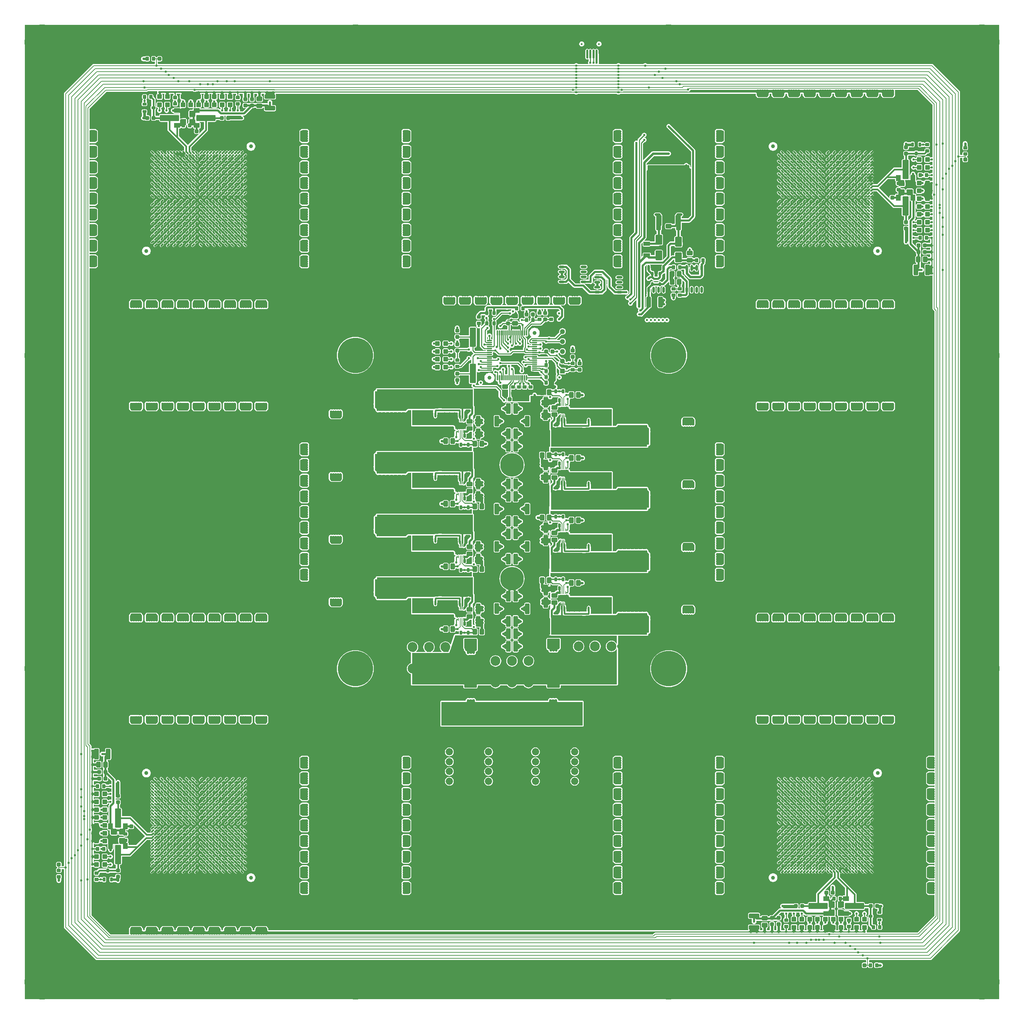
<source format=gtl>
%FSLAX44Y44*%
%MOMM*%
G71*
G01*
G75*
G04 Layer_Physical_Order=1*
G04 Layer_Color=255*
%ADD10C,0.4500*%
%ADD11C,1.0000*%
G04:AMPARAMS|DCode=12|XSize=2.7mm|YSize=1.15mm|CornerRadius=0.2013mm|HoleSize=0mm|Usage=FLASHONLY|Rotation=270.000|XOffset=0mm|YOffset=0mm|HoleType=Round|Shape=RoundedRectangle|*
%AMROUNDEDRECTD12*
21,1,2.7000,0.7475,0,0,270.0*
21,1,2.2975,1.1500,0,0,270.0*
1,1,0.4025,-0.3738,-1.1487*
1,1,0.4025,-0.3738,1.1487*
1,1,0.4025,0.3738,1.1487*
1,1,0.4025,0.3738,-1.1487*
%
%ADD12ROUNDEDRECTD12*%
G04:AMPARAMS|DCode=13|XSize=1mm|YSize=0.9mm|CornerRadius=0.198mm|HoleSize=0mm|Usage=FLASHONLY|Rotation=270.000|XOffset=0mm|YOffset=0mm|HoleType=Round|Shape=RoundedRectangle|*
%AMROUNDEDRECTD13*
21,1,1.0000,0.5040,0,0,270.0*
21,1,0.6040,0.9000,0,0,270.0*
1,1,0.3960,-0.2520,-0.3020*
1,1,0.3960,-0.2520,0.3020*
1,1,0.3960,0.2520,0.3020*
1,1,0.3960,0.2520,-0.3020*
%
%ADD13ROUNDEDRECTD13*%
G04:AMPARAMS|DCode=14|XSize=1.6mm|YSize=1.5mm|CornerRadius=0.2475mm|HoleSize=0mm|Usage=FLASHONLY|Rotation=0.000|XOffset=0mm|YOffset=0mm|HoleType=Round|Shape=RoundedRectangle|*
%AMROUNDEDRECTD14*
21,1,1.6000,1.0050,0,0,0.0*
21,1,1.1050,1.5000,0,0,0.0*
1,1,0.4950,0.5525,-0.5025*
1,1,0.4950,-0.5525,-0.5025*
1,1,0.4950,-0.5525,0.5025*
1,1,0.4950,0.5525,0.5025*
%
%ADD14ROUNDEDRECTD14*%
G04:AMPARAMS|DCode=15|XSize=1mm|YSize=0.95mm|CornerRadius=0.1995mm|HoleSize=0mm|Usage=FLASHONLY|Rotation=270.000|XOffset=0mm|YOffset=0mm|HoleType=Round|Shape=RoundedRectangle|*
%AMROUNDEDRECTD15*
21,1,1.0000,0.5510,0,0,270.0*
21,1,0.6010,0.9500,0,0,270.0*
1,1,0.3990,-0.2755,-0.3005*
1,1,0.3990,-0.2755,0.3005*
1,1,0.3990,0.2755,0.3005*
1,1,0.3990,0.2755,-0.3005*
%
%ADD15ROUNDEDRECTD15*%
G04:AMPARAMS|DCode=16|XSize=1.1mm|YSize=1mm|CornerRadius=0.165mm|HoleSize=0mm|Usage=FLASHONLY|Rotation=0.000|XOffset=0mm|YOffset=0mm|HoleType=Round|Shape=RoundedRectangle|*
%AMROUNDEDRECTD16*
21,1,1.1000,0.6700,0,0,0.0*
21,1,0.7700,1.0000,0,0,0.0*
1,1,0.3300,0.3850,-0.3350*
1,1,0.3300,-0.3850,-0.3350*
1,1,0.3300,-0.3850,0.3350*
1,1,0.3300,0.3850,0.3350*
%
%ADD16ROUNDEDRECTD16*%
G04:AMPARAMS|DCode=17|XSize=1.4mm|YSize=1.2mm|CornerRadius=0.198mm|HoleSize=0mm|Usage=FLASHONLY|Rotation=0.000|XOffset=0mm|YOffset=0mm|HoleType=Round|Shape=RoundedRectangle|*
%AMROUNDEDRECTD17*
21,1,1.4000,0.8040,0,0,0.0*
21,1,1.0040,1.2000,0,0,0.0*
1,1,0.3960,0.5020,-0.4020*
1,1,0.3960,-0.5020,-0.4020*
1,1,0.3960,-0.5020,0.4020*
1,1,0.3960,0.5020,0.4020*
%
%ADD17ROUNDEDRECTD17*%
G04:AMPARAMS|DCode=18|XSize=1mm|YSize=0.9mm|CornerRadius=0.198mm|HoleSize=0mm|Usage=FLASHONLY|Rotation=180.000|XOffset=0mm|YOffset=0mm|HoleType=Round|Shape=RoundedRectangle|*
%AMROUNDEDRECTD18*
21,1,1.0000,0.5040,0,0,180.0*
21,1,0.6040,0.9000,0,0,180.0*
1,1,0.3960,-0.3020,0.2520*
1,1,0.3960,0.3020,0.2520*
1,1,0.3960,0.3020,-0.2520*
1,1,0.3960,-0.3020,-0.2520*
%
%ADD18ROUNDEDRECTD18*%
G04:AMPARAMS|DCode=19|XSize=1.6mm|YSize=1.5mm|CornerRadius=0.2475mm|HoleSize=0mm|Usage=FLASHONLY|Rotation=270.000|XOffset=0mm|YOffset=0mm|HoleType=Round|Shape=RoundedRectangle|*
%AMROUNDEDRECTD19*
21,1,1.6000,1.0050,0,0,270.0*
21,1,1.1050,1.5000,0,0,270.0*
1,1,0.4950,-0.5025,-0.5525*
1,1,0.4950,-0.5025,0.5525*
1,1,0.4950,0.5025,0.5525*
1,1,0.4950,0.5025,-0.5525*
%
%ADD19ROUNDEDRECTD19*%
G04:AMPARAMS|DCode=20|XSize=1mm|YSize=0.95mm|CornerRadius=0.1995mm|HoleSize=0mm|Usage=FLASHONLY|Rotation=180.000|XOffset=0mm|YOffset=0mm|HoleType=Round|Shape=RoundedRectangle|*
%AMROUNDEDRECTD20*
21,1,1.0000,0.5510,0,0,180.0*
21,1,0.6010,0.9500,0,0,180.0*
1,1,0.3990,-0.3005,0.2755*
1,1,0.3990,0.3005,0.2755*
1,1,0.3990,0.3005,-0.2755*
1,1,0.3990,-0.3005,-0.2755*
%
%ADD20ROUNDEDRECTD20*%
G04:AMPARAMS|DCode=21|XSize=1.1mm|YSize=1mm|CornerRadius=0.165mm|HoleSize=0mm|Usage=FLASHONLY|Rotation=270.000|XOffset=0mm|YOffset=0mm|HoleType=Round|Shape=RoundedRectangle|*
%AMROUNDEDRECTD21*
21,1,1.1000,0.6700,0,0,270.0*
21,1,0.7700,1.0000,0,0,270.0*
1,1,0.3300,-0.3350,-0.3850*
1,1,0.3300,-0.3350,0.3850*
1,1,0.3300,0.3350,0.3850*
1,1,0.3300,0.3350,-0.3850*
%
%ADD21ROUNDEDRECTD21*%
G04:AMPARAMS|DCode=22|XSize=1.4mm|YSize=1.2mm|CornerRadius=0.198mm|HoleSize=0mm|Usage=FLASHONLY|Rotation=270.000|XOffset=0mm|YOffset=0mm|HoleType=Round|Shape=RoundedRectangle|*
%AMROUNDEDRECTD22*
21,1,1.4000,0.8040,0,0,270.0*
21,1,1.0040,1.2000,0,0,270.0*
1,1,0.3960,-0.4020,-0.5020*
1,1,0.3960,-0.4020,0.5020*
1,1,0.3960,0.4020,0.5020*
1,1,0.3960,0.4020,-0.5020*
%
%ADD22ROUNDEDRECTD22*%
%ADD23R,1.3000X1.3000*%
%ADD24C,1.3000*%
G04:AMPARAMS|DCode=25|XSize=2.7mm|YSize=1.15mm|CornerRadius=0.2013mm|HoleSize=0mm|Usage=FLASHONLY|Rotation=180.000|XOffset=0mm|YOffset=0mm|HoleType=Round|Shape=RoundedRectangle|*
%AMROUNDEDRECTD25*
21,1,2.7000,0.7475,0,0,180.0*
21,1,2.2975,1.1500,0,0,180.0*
1,1,0.4025,-1.1487,0.3738*
1,1,0.4025,1.1487,0.3738*
1,1,0.4025,1.1487,-0.3738*
1,1,0.4025,-1.1487,-0.3738*
%
%ADD25ROUNDEDRECTD25*%
%ADD26C,0.6000*%
G04:AMPARAMS|DCode=27|XSize=0.7mm|YSize=0.25mm|CornerRadius=0.0838mm|HoleSize=0mm|Usage=FLASHONLY|Rotation=270.000|XOffset=0mm|YOffset=0mm|HoleType=Round|Shape=RoundedRectangle|*
%AMROUNDEDRECTD27*
21,1,0.7000,0.0825,0,0,270.0*
21,1,0.5325,0.2500,0,0,270.0*
1,1,0.1675,-0.0413,-0.2662*
1,1,0.1675,-0.0413,0.2662*
1,1,0.1675,0.0413,0.2662*
1,1,0.1675,0.0413,-0.2662*
%
%ADD27ROUNDEDRECTD27*%
G04:AMPARAMS|DCode=28|XSize=1.35mm|YSize=1.65mm|CornerRadius=0.27mm|HoleSize=0mm|Usage=FLASHONLY|Rotation=0.000|XOffset=0mm|YOffset=0mm|HoleType=Round|Shape=RoundedRectangle|*
%AMROUNDEDRECTD28*
21,1,1.3500,1.1100,0,0,0.0*
21,1,0.8100,1.6500,0,0,0.0*
1,1,0.5400,0.4050,-0.5550*
1,1,0.5400,-0.4050,-0.5550*
1,1,0.5400,-0.4050,0.5550*
1,1,0.5400,0.4050,0.5550*
%
%ADD28ROUNDEDRECTD28*%
G04:AMPARAMS|DCode=29|XSize=1.45mm|YSize=1.15mm|CornerRadius=0.2013mm|HoleSize=0mm|Usage=FLASHONLY|Rotation=270.000|XOffset=0mm|YOffset=0mm|HoleType=Round|Shape=RoundedRectangle|*
%AMROUNDEDRECTD29*
21,1,1.4500,0.7475,0,0,270.0*
21,1,1.0475,1.1500,0,0,270.0*
1,1,0.4025,-0.3738,-0.5238*
1,1,0.4025,-0.3738,0.5238*
1,1,0.4025,0.3738,0.5238*
1,1,0.4025,0.3738,-0.5238*
%
%ADD29ROUNDEDRECTD29*%
G04:AMPARAMS|DCode=30|XSize=1.05mm|YSize=0.65mm|CornerRadius=0.2015mm|HoleSize=0mm|Usage=FLASHONLY|Rotation=90.000|XOffset=0mm|YOffset=0mm|HoleType=Round|Shape=RoundedRectangle|*
%AMROUNDEDRECTD30*
21,1,1.0500,0.2470,0,0,90.0*
21,1,0.6470,0.6500,0,0,90.0*
1,1,0.4030,0.1235,0.3235*
1,1,0.4030,0.1235,-0.3235*
1,1,0.4030,-0.1235,-0.3235*
1,1,0.4030,-0.1235,0.3235*
%
%ADD30ROUNDEDRECTD30*%
G04:AMPARAMS|DCode=31|XSize=1.45mm|YSize=1.15mm|CornerRadius=0.2013mm|HoleSize=0mm|Usage=FLASHONLY|Rotation=180.000|XOffset=0mm|YOffset=0mm|HoleType=Round|Shape=RoundedRectangle|*
%AMROUNDEDRECTD31*
21,1,1.4500,0.7475,0,0,180.0*
21,1,1.0475,1.1500,0,0,180.0*
1,1,0.4025,-0.5238,0.3738*
1,1,0.4025,0.5238,0.3738*
1,1,0.4025,0.5238,-0.3738*
1,1,0.4025,-0.5238,-0.3738*
%
%ADD31ROUNDEDRECTD31*%
%ADD32O,1.3500X0.5000*%
G04:AMPARAMS|DCode=33|XSize=6.5mm|YSize=5mm|CornerRadius=0.25mm|HoleSize=0mm|Usage=FLASHONLY|Rotation=0.000|XOffset=0mm|YOffset=0mm|HoleType=Round|Shape=RoundedRectangle|*
%AMROUNDEDRECTD33*
21,1,6.5000,4.5000,0,0,0.0*
21,1,6.0000,5.0000,0,0,0.0*
1,1,0.5000,3.0000,-2.2500*
1,1,0.5000,-3.0000,-2.2500*
1,1,0.5000,-3.0000,2.2500*
1,1,0.5000,3.0000,2.2500*
%
%ADD33ROUNDEDRECTD33*%
%ADD34O,0.5000X1.3500*%
G04:AMPARAMS|DCode=35|XSize=2.5mm|YSize=1.7mm|CornerRadius=0.204mm|HoleSize=0mm|Usage=FLASHONLY|Rotation=270.000|XOffset=0mm|YOffset=0mm|HoleType=Round|Shape=RoundedRectangle|*
%AMROUNDEDRECTD35*
21,1,2.5000,1.2920,0,0,270.0*
21,1,2.0920,1.7000,0,0,270.0*
1,1,0.4080,-0.6460,-1.0460*
1,1,0.4080,-0.6460,1.0460*
1,1,0.4080,0.6460,1.0460*
1,1,0.4080,0.6460,-1.0460*
%
%ADD35ROUNDEDRECTD35*%
G04:AMPARAMS|DCode=36|XSize=1.1mm|YSize=0.8mm|CornerRadius=0.268mm|HoleSize=0mm|Usage=FLASHONLY|Rotation=90.000|XOffset=0mm|YOffset=0mm|HoleType=Round|Shape=RoundedRectangle|*
%AMROUNDEDRECTD36*
21,1,1.1000,0.2640,0,0,90.0*
21,1,0.5640,0.8000,0,0,90.0*
1,1,0.5360,0.1320,0.2820*
1,1,0.5360,0.1320,-0.2820*
1,1,0.5360,-0.1320,-0.2820*
1,1,0.5360,-0.1320,0.2820*
%
%ADD36ROUNDEDRECTD36*%
G04:AMPARAMS|DCode=37|XSize=1.1mm|YSize=0.6mm|CornerRadius=0.201mm|HoleSize=0mm|Usage=FLASHONLY|Rotation=90.000|XOffset=0mm|YOffset=0mm|HoleType=Round|Shape=RoundedRectangle|*
%AMROUNDEDRECTD37*
21,1,1.1000,0.1980,0,0,90.0*
21,1,0.6980,0.6000,0,0,90.0*
1,1,0.4020,0.0990,0.3490*
1,1,0.4020,0.0990,-0.3490*
1,1,0.4020,-0.0990,-0.3490*
1,1,0.4020,-0.0990,0.3490*
%
%ADD37ROUNDEDRECTD37*%
G04:AMPARAMS|DCode=38|XSize=1.2mm|YSize=1.2mm|CornerRadius=0.198mm|HoleSize=0mm|Usage=FLASHONLY|Rotation=0.000|XOffset=0mm|YOffset=0mm|HoleType=Round|Shape=RoundedRectangle|*
%AMROUNDEDRECTD38*
21,1,1.2000,0.8040,0,0,0.0*
21,1,0.8040,1.2000,0,0,0.0*
1,1,0.3960,0.4020,-0.4020*
1,1,0.3960,-0.4020,-0.4020*
1,1,0.3960,-0.4020,0.4020*
1,1,0.3960,0.4020,0.4020*
%
%ADD38ROUNDEDRECTD38*%
G04:AMPARAMS|DCode=39|XSize=3.3mm|YSize=2.5mm|CornerRadius=0.2mm|HoleSize=0mm|Usage=FLASHONLY|Rotation=0.000|XOffset=0mm|YOffset=0mm|HoleType=Round|Shape=RoundedRectangle|*
%AMROUNDEDRECTD39*
21,1,3.3000,2.1000,0,0,0.0*
21,1,2.9000,2.5000,0,0,0.0*
1,1,0.4000,1.4500,-1.0500*
1,1,0.4000,-1.4500,-1.0500*
1,1,0.4000,-1.4500,1.0500*
1,1,0.4000,1.4500,1.0500*
%
%ADD39ROUNDEDRECTD39*%
G04:AMPARAMS|DCode=40|XSize=1.75mm|YSize=1.05mm|CornerRadius=0.1995mm|HoleSize=0mm|Usage=FLASHONLY|Rotation=0.000|XOffset=0mm|YOffset=0mm|HoleType=Round|Shape=RoundedRectangle|*
%AMROUNDEDRECTD40*
21,1,1.7500,0.6510,0,0,0.0*
21,1,1.3510,1.0500,0,0,0.0*
1,1,0.3990,0.6755,-0.3255*
1,1,0.3990,-0.6755,-0.3255*
1,1,0.3990,-0.6755,0.3255*
1,1,0.3990,0.6755,0.3255*
%
%ADD40ROUNDEDRECTD40*%
%ADD41O,1.5500X0.6000*%
G04:AMPARAMS|DCode=42|XSize=3.95mm|YSize=1.2mm|CornerRadius=0.198mm|HoleSize=0mm|Usage=FLASHONLY|Rotation=90.000|XOffset=0mm|YOffset=0mm|HoleType=Round|Shape=RoundedRectangle|*
%AMROUNDEDRECTD42*
21,1,3.9500,0.8040,0,0,90.0*
21,1,3.5540,1.2000,0,0,90.0*
1,1,0.3960,0.4020,1.7770*
1,1,0.3960,0.4020,-1.7770*
1,1,0.3960,-0.4020,-1.7770*
1,1,0.3960,-0.4020,1.7770*
%
%ADD42ROUNDEDRECTD42*%
G04:AMPARAMS|DCode=43|XSize=11.3mm|YSize=10.75mm|CornerRadius=0.215mm|HoleSize=0mm|Usage=FLASHONLY|Rotation=90.000|XOffset=0mm|YOffset=0mm|HoleType=Round|Shape=RoundedRectangle|*
%AMROUNDEDRECTD43*
21,1,11.3000,10.3200,0,0,90.0*
21,1,10.8700,10.7500,0,0,90.0*
1,1,0.4300,5.1600,5.4350*
1,1,0.4300,5.1600,-5.4350*
1,1,0.4300,-5.1600,-5.4350*
1,1,0.4300,-5.1600,5.4350*
%
%ADD43ROUNDEDRECTD43*%
G04:AMPARAMS|DCode=44|XSize=2.85mm|YSize=1mm|CornerRadius=0.2mm|HoleSize=0mm|Usage=FLASHONLY|Rotation=90.000|XOffset=0mm|YOffset=0mm|HoleType=Round|Shape=RoundedRectangle|*
%AMROUNDEDRECTD44*
21,1,2.8500,0.6000,0,0,90.0*
21,1,2.4500,1.0000,0,0,90.0*
1,1,0.4000,0.3000,1.2250*
1,1,0.4000,0.3000,-1.2250*
1,1,0.4000,-0.3000,-1.2250*
1,1,0.4000,-0.3000,1.2250*
%
%ADD44ROUNDEDRECTD44*%
G04:AMPARAMS|DCode=45|XSize=6.45mm|YSize=6mm|CornerRadius=0.21mm|HoleSize=0mm|Usage=FLASHONLY|Rotation=90.000|XOffset=0mm|YOffset=0mm|HoleType=Round|Shape=RoundedRectangle|*
%AMROUNDEDRECTD45*
21,1,6.4500,5.5800,0,0,90.0*
21,1,6.0300,6.0000,0,0,90.0*
1,1,0.4200,2.7900,3.0150*
1,1,0.4200,2.7900,-3.0150*
1,1,0.4200,-2.7900,-3.0150*
1,1,0.4200,-2.7900,3.0150*
%
%ADD45ROUNDEDRECTD45*%
%ADD46O,0.6000X1.5500*%
G04:AMPARAMS|DCode=47|XSize=4.9mm|YSize=1.6mm|CornerRadius=0.2mm|HoleSize=0mm|Usage=FLASHONLY|Rotation=270.000|XOffset=0mm|YOffset=0mm|HoleType=Round|Shape=RoundedRectangle|*
%AMROUNDEDRECTD47*
21,1,4.9000,1.2000,0,0,270.0*
21,1,4.5000,1.6000,0,0,270.0*
1,1,0.4000,-0.6000,-2.2500*
1,1,0.4000,-0.6000,2.2500*
1,1,0.4000,0.6000,2.2500*
1,1,0.4000,0.6000,-2.2500*
%
%ADD47ROUNDEDRECTD47*%
%ADD48O,0.3000X1.5000*%
%ADD49O,1.5000X0.3000*%
G04:AMPARAMS|DCode=50|XSize=2.5mm|YSize=2mm|CornerRadius=0.2mm|HoleSize=0mm|Usage=FLASHONLY|Rotation=270.000|XOffset=0mm|YOffset=0mm|HoleType=Round|Shape=RoundedRectangle|*
%AMROUNDEDRECTD50*
21,1,2.5000,1.6000,0,0,270.0*
21,1,2.1000,2.0000,0,0,270.0*
1,1,0.4000,-0.8000,-1.0500*
1,1,0.4000,-0.8000,1.0500*
1,1,0.4000,0.8000,1.0500*
1,1,0.4000,0.8000,-1.0500*
%
%ADD50ROUNDEDRECTD50*%
G04:AMPARAMS|DCode=51|XSize=2.3mm|YSize=0.5mm|CornerRadius=0.2mm|HoleSize=0mm|Usage=FLASHONLY|Rotation=270.000|XOffset=0mm|YOffset=0mm|HoleType=Round|Shape=RoundedRectangle|*
%AMROUNDEDRECTD51*
21,1,2.3000,0.1000,0,0,270.0*
21,1,1.9000,0.5000,0,0,270.0*
1,1,0.4000,-0.0500,-0.9500*
1,1,0.4000,-0.0500,0.9500*
1,1,0.4000,0.0500,0.9500*
1,1,0.4000,0.0500,-0.9500*
%
%ADD51ROUNDEDRECTD51*%
G04:AMPARAMS|DCode=52|XSize=1.2mm|YSize=1.2mm|CornerRadius=0.198mm|HoleSize=0mm|Usage=FLASHONLY|Rotation=270.000|XOffset=0mm|YOffset=0mm|HoleType=Round|Shape=RoundedRectangle|*
%AMROUNDEDRECTD52*
21,1,1.2000,0.8040,0,0,270.0*
21,1,0.8040,1.2000,0,0,270.0*
1,1,0.3960,-0.4020,-0.4020*
1,1,0.3960,-0.4020,0.4020*
1,1,0.3960,0.4020,0.4020*
1,1,0.3960,0.4020,-0.4020*
%
%ADD52ROUNDEDRECTD52*%
G04:AMPARAMS|DCode=53|XSize=1.6mm|YSize=1.25mm|CornerRadius=0.2mm|HoleSize=0mm|Usage=FLASHONLY|Rotation=90.000|XOffset=0mm|YOffset=0mm|HoleType=Round|Shape=RoundedRectangle|*
%AMROUNDEDRECTD53*
21,1,1.6000,0.8500,0,0,90.0*
21,1,1.2000,1.2500,0,0,90.0*
1,1,0.4000,0.4250,0.6000*
1,1,0.4000,0.4250,-0.6000*
1,1,0.4000,-0.4250,-0.6000*
1,1,0.4000,-0.4250,0.6000*
%
%ADD53ROUNDEDRECTD53*%
G04:AMPARAMS|DCode=54|XSize=1.6mm|YSize=1.25mm|CornerRadius=0.2mm|HoleSize=0mm|Usage=FLASHONLY|Rotation=180.000|XOffset=0mm|YOffset=0mm|HoleType=Round|Shape=RoundedRectangle|*
%AMROUNDEDRECTD54*
21,1,1.6000,0.8500,0,0,180.0*
21,1,1.2000,1.2500,0,0,180.0*
1,1,0.4000,-0.6000,0.4250*
1,1,0.4000,0.6000,0.4250*
1,1,0.4000,0.6000,-0.4250*
1,1,0.4000,-0.6000,-0.4250*
%
%ADD54ROUNDEDRECTD54*%
G04:AMPARAMS|DCode=55|XSize=1.05mm|YSize=0.65mm|CornerRadius=0.2015mm|HoleSize=0mm|Usage=FLASHONLY|Rotation=180.000|XOffset=0mm|YOffset=0mm|HoleType=Round|Shape=RoundedRectangle|*
%AMROUNDEDRECTD55*
21,1,1.0500,0.2470,0,0,180.0*
21,1,0.6470,0.6500,0,0,180.0*
1,1,0.4030,-0.3235,0.1235*
1,1,0.4030,0.3235,0.1235*
1,1,0.4030,0.3235,-0.1235*
1,1,0.4030,-0.3235,-0.1235*
%
%ADD55ROUNDEDRECTD55*%
G04:AMPARAMS|DCode=56|XSize=4.9mm|YSize=1.6mm|CornerRadius=0.2mm|HoleSize=0mm|Usage=FLASHONLY|Rotation=0.000|XOffset=0mm|YOffset=0mm|HoleType=Round|Shape=RoundedRectangle|*
%AMROUNDEDRECTD56*
21,1,4.9000,1.2000,0,0,0.0*
21,1,4.5000,1.6000,0,0,0.0*
1,1,0.4000,2.2500,-0.6000*
1,1,0.4000,-2.2500,-0.6000*
1,1,0.4000,-2.2500,0.6000*
1,1,0.4000,2.2500,0.6000*
%
%ADD56ROUNDEDRECTD56*%
%ADD57C,0.6000*%
%ADD58C,0.4500*%
%ADD59C,0.2000*%
%ADD60C,0.2500*%
%ADD61C,0.5000*%
%ADD62C,0.2540*%
%ADD63C,0.3500*%
%ADD64C,0.3000*%
%ADD65C,0.4000*%
%ADD66C,1.8500*%
%ADD67C,2.5000*%
%ADD68C,9.0000*%
%ADD69C,0.5000*%
%ADD70C,6.0000*%
G36*
X2493607Y6393D02*
X6393D01*
Y2493607D01*
X2493607D01*
Y6393D01*
D02*
G37*
%LPC*%
G36*
X2183520Y100078D02*
X2178480D01*
X2176927Y99769D01*
X2175611Y98889D01*
X2174731Y97573D01*
X2174422Y96020D01*
Y89980D01*
X2174731Y88427D01*
X2175611Y87111D01*
X2176927Y86231D01*
X2178480Y85922D01*
X2183520D01*
X2185073Y86231D01*
X2186048Y86882D01*
X2191000D01*
X2193341Y87348D01*
X2195326Y88674D01*
X2196652Y90659D01*
X2197118Y93000D01*
X2196652Y95341D01*
X2195326Y97326D01*
X2193341Y98652D01*
X2191000Y99117D01*
X2186048D01*
X2185073Y99769D01*
X2183520Y100078D01*
D02*
G37*
G36*
X2407000Y2197117D02*
X2404659Y2196652D01*
X2402674Y2195326D01*
X2401348Y2193341D01*
X2400882Y2191000D01*
Y2185048D01*
X2400231Y2184073D01*
X2399922Y2182520D01*
Y2177480D01*
X2400231Y2175927D01*
X2401110Y2174611D01*
X2402427Y2173731D01*
X2403980Y2173422D01*
X2410020D01*
X2411573Y2173731D01*
X2412889Y2174611D01*
X2413769Y2175927D01*
X2414078Y2177480D01*
Y2182520D01*
X2413769Y2184073D01*
X2413117Y2185048D01*
Y2191000D01*
X2412652Y2193341D01*
X2411325Y2195326D01*
X2409341Y2196652D01*
X2407000Y2197117D01*
D02*
G37*
G36*
X96020Y325578D02*
X89980D01*
X88427Y325269D01*
X87111Y324389D01*
X86231Y323073D01*
X85922Y321520D01*
Y316480D01*
X86231Y314927D01*
X86882Y313952D01*
Y309000D01*
X87348Y306659D01*
X88674Y304674D01*
X90659Y303348D01*
X93000Y302882D01*
X95341Y303348D01*
X97326Y304674D01*
X98652Y306659D01*
X99117Y309000D01*
Y313952D01*
X99769Y314927D01*
X100078Y316480D01*
Y321520D01*
X99769Y323073D01*
X98889Y324389D01*
X97573Y325269D01*
X96020Y325578D01*
D02*
G37*
G36*
X1472000Y2451556D02*
X1470303Y2451333D01*
X1468722Y2450678D01*
X1467364Y2449636D01*
X1466322Y2448278D01*
X1465667Y2446697D01*
X1465444Y2445000D01*
X1465667Y2443303D01*
X1466322Y2441722D01*
X1467364Y2440364D01*
X1468722Y2439322D01*
X1470303Y2438667D01*
X1472000Y2438444D01*
X1473697Y2438667D01*
X1475278Y2439322D01*
X1476636Y2440364D01*
X1477678Y2441722D01*
X1478333Y2443303D01*
X1478556Y2445000D01*
X1478333Y2446697D01*
X1477678Y2448278D01*
X1476636Y2449636D01*
X1475278Y2450678D01*
X1473697Y2451333D01*
X1472000Y2451556D01*
D02*
G37*
G36*
X1428000D02*
X1426303Y2451333D01*
X1424722Y2450678D01*
X1423364Y2449636D01*
X1422322Y2448278D01*
X1421667Y2446697D01*
X1421444Y2445000D01*
X1421667Y2443303D01*
X1422322Y2441722D01*
X1423364Y2440364D01*
X1424722Y2439322D01*
X1426303Y2438667D01*
X1428000Y2438444D01*
X1429697Y2438667D01*
X1431278Y2439322D01*
X1432636Y2440364D01*
X1433678Y2441722D01*
X1434333Y2443303D01*
X1434556Y2445000D01*
X1434333Y2446697D01*
X1433678Y2448278D01*
X1432636Y2449636D01*
X1431278Y2450678D01*
X1429697Y2451333D01*
X1428000Y2451556D01*
D02*
G37*
G36*
X1466500Y2432578D02*
X1465500D01*
X1463939Y2432268D01*
X1462616Y2431384D01*
X1462000Y2430462D01*
X1461384Y2431384D01*
X1460061Y2432268D01*
X1458500Y2432578D01*
X1457500D01*
X1455939Y2432268D01*
X1454616Y2431384D01*
X1454000Y2430462D01*
X1453384Y2431384D01*
X1452061Y2432268D01*
X1450500Y2432578D01*
X1449500D01*
X1447939Y2432268D01*
X1446616Y2431384D01*
X1446000Y2430462D01*
X1445384Y2431384D01*
X1444061Y2432268D01*
X1442500Y2432578D01*
X1441500D01*
X1439939Y2432268D01*
X1438616Y2431384D01*
X1437732Y2430061D01*
X1437422Y2428500D01*
Y2409500D01*
X1437732Y2407939D01*
X1438616Y2406616D01*
X1439939Y2405732D01*
X1441500Y2405422D01*
X1442500D01*
X1444061Y2405732D01*
X1445384Y2406616D01*
X1445667Y2407040D01*
Y2401315D01*
X1444348Y2399341D01*
X1443882Y2397000D01*
X1444348Y2394659D01*
X1444736Y2394078D01*
X1418491D01*
X1418326Y2394326D01*
X1416341Y2395652D01*
X1414000Y2396118D01*
X1411659Y2395652D01*
X1409674Y2394326D01*
X1409509Y2394078D01*
X346491D01*
X346326Y2394326D01*
X346078Y2394491D01*
Y2400154D01*
X347245Y2399922D01*
X352755D01*
X354314Y2400232D01*
X355635Y2401115D01*
X356518Y2402436D01*
X356828Y2403995D01*
Y2410005D01*
X356518Y2411564D01*
X355635Y2412885D01*
X354314Y2413768D01*
X352755Y2414078D01*
X347245D01*
X345686Y2413768D01*
X344365Y2412885D01*
X343482Y2411564D01*
X343385Y2411078D01*
X342000D01*
X342000D01*
X342000D01*
X341367D01*
X341269Y2411573D01*
X340389Y2412889D01*
X339073Y2413769D01*
X337520Y2414078D01*
X332480D01*
X330927Y2413769D01*
X329611Y2412889D01*
X328731Y2411573D01*
X328422Y2410020D01*
Y2403980D01*
X328731Y2402427D01*
X329611Y2401111D01*
X330927Y2400231D01*
X332480Y2399922D01*
X337520D01*
X337922Y2400002D01*
Y2394491D01*
X337674Y2394326D01*
X337509Y2394078D01*
X182000D01*
X182000Y2394078D01*
X180698Y2393819D01*
X180439Y2393768D01*
X179116Y2392884D01*
X179116Y2392884D01*
X107116Y2320884D01*
X106232Y2319561D01*
X106181Y2319302D01*
X105922Y2318000D01*
X105922Y2318000D01*
Y346491D01*
X105674Y346326D01*
X105509Y346078D01*
X99846D01*
X100078Y347245D01*
Y352755D01*
X99768Y354314D01*
X98885Y355635D01*
X97564Y356518D01*
X96005Y356828D01*
X89995D01*
X88436Y356518D01*
X87115Y355635D01*
X86232Y354314D01*
X85922Y352755D01*
Y347245D01*
X86232Y345686D01*
X87115Y344365D01*
X88436Y343482D01*
X88922Y343385D01*
Y342000D01*
Y342000D01*
Y342000D01*
Y341367D01*
X88427Y341269D01*
X87111Y340389D01*
X86231Y339073D01*
X85922Y337520D01*
Y332480D01*
X86231Y330927D01*
X87111Y329611D01*
X88427Y328731D01*
X89980Y328422D01*
X96020D01*
X97573Y328731D01*
X98889Y329611D01*
X99769Y330927D01*
X100078Y332480D01*
Y337520D01*
X99998Y337922D01*
X105509D01*
X105674Y337674D01*
X105922Y337509D01*
Y190000D01*
X105922Y190000D01*
X106181Y188698D01*
X106232Y188439D01*
X107116Y187116D01*
X187116Y107116D01*
X188439Y106232D01*
X188698Y106181D01*
X190000Y105922D01*
X190000Y105922D01*
X2153509D01*
X2153674Y105674D01*
X2153922Y105509D01*
Y99846D01*
X2152755Y100078D01*
X2147245D01*
X2145686Y99768D01*
X2144365Y98885D01*
X2143482Y97564D01*
X2143172Y96005D01*
Y89995D01*
X2143482Y88436D01*
X2144365Y87115D01*
X2145686Y86232D01*
X2147245Y85922D01*
X2152755D01*
X2154314Y86232D01*
X2155635Y87115D01*
X2156518Y88436D01*
X2156615Y88922D01*
X2158000D01*
X2158000Y88922D01*
X2158000D01*
X2158000D01*
X2158000Y88922D01*
X2158633D01*
X2158731Y88427D01*
X2159611Y87111D01*
X2160927Y86231D01*
X2162480Y85922D01*
X2167520D01*
X2169073Y86231D01*
X2170389Y87111D01*
X2171269Y88427D01*
X2171578Y89980D01*
Y96020D01*
X2171269Y97573D01*
X2170389Y98889D01*
X2169073Y99769D01*
X2167520Y100078D01*
X2162480D01*
X2162078Y99998D01*
Y105509D01*
X2162326Y105674D01*
X2162491Y105922D01*
X2318250D01*
X2319811Y106232D01*
X2321134Y107116D01*
X2321637Y107870D01*
X2392884Y179116D01*
X2393768Y180439D01*
X2394078Y182000D01*
Y2153509D01*
X2394325Y2153674D01*
X2394491Y2153922D01*
X2400154D01*
X2399922Y2152755D01*
Y2147245D01*
X2400232Y2145686D01*
X2401115Y2144365D01*
X2402436Y2143482D01*
X2403995Y2143172D01*
X2410005D01*
X2411564Y2143482D01*
X2412885Y2144365D01*
X2413768Y2145686D01*
X2414078Y2147245D01*
Y2152755D01*
X2413768Y2154314D01*
X2412885Y2155635D01*
X2411564Y2156518D01*
X2411078Y2156615D01*
Y2157632D01*
X2411573Y2157731D01*
X2412889Y2158611D01*
X2413769Y2159927D01*
X2414078Y2161480D01*
Y2166520D01*
X2413769Y2168073D01*
X2412889Y2169389D01*
X2411573Y2170269D01*
X2410020Y2170578D01*
X2403980D01*
X2402427Y2170269D01*
X2401110Y2169389D01*
X2400231Y2168073D01*
X2399922Y2166520D01*
Y2162078D01*
X2394491D01*
X2394325Y2162326D01*
X2394078Y2162491D01*
Y2322000D01*
X2393768Y2323561D01*
X2392884Y2324884D01*
X2392884Y2324884D01*
X2324884Y2392884D01*
X2323561Y2393768D01*
X2322000Y2394078D01*
X2322000Y2394078D01*
X1594491D01*
X1594326Y2394326D01*
X1592341Y2395652D01*
X1590000Y2396118D01*
X1587659Y2395652D01*
X1585674Y2394326D01*
X1585509Y2394078D01*
X1526491D01*
X1526326Y2394326D01*
X1524341Y2395652D01*
X1522000Y2396118D01*
X1519659Y2395652D01*
X1517674Y2394326D01*
X1517509Y2394078D01*
X1471264D01*
X1471652Y2394659D01*
X1472117Y2397000D01*
X1471652Y2399341D01*
X1471608Y2399407D01*
Y2419000D01*
X1471181Y2421146D01*
X1470578Y2422048D01*
Y2428500D01*
X1470268Y2430061D01*
X1469384Y2431384D01*
X1468061Y2432268D01*
X1466500Y2432578D01*
D02*
G37*
G36*
X321520Y2414078D02*
X316480D01*
X314927Y2413769D01*
X313952Y2413118D01*
X309000D01*
X306659Y2412652D01*
X304674Y2411326D01*
X303348Y2409341D01*
X302882Y2407000D01*
X303348Y2404659D01*
X304674Y2402674D01*
X306659Y2401348D01*
X309000Y2400882D01*
X313952D01*
X314927Y2400231D01*
X316480Y2399922D01*
X321520D01*
X323073Y2400231D01*
X324389Y2401111D01*
X325269Y2402427D01*
X325578Y2403980D01*
Y2410020D01*
X325269Y2411573D01*
X324389Y2412889D01*
X323073Y2413769D01*
X321520Y2414078D01*
D02*
G37*
%LPD*%
G36*
X2310879Y1953888D02*
X2311184Y1953684D01*
X2311473Y1953252D01*
X2311490Y1953163D01*
X2311658Y1952912D01*
X2311773Y1952634D01*
X2311986Y1952421D01*
X2312154Y1952170D01*
X2312404Y1952003D01*
X2312617Y1951790D01*
X2312896Y1951675D01*
X2313146Y1951507D01*
X2313441Y1951449D01*
X2313720Y1951333D01*
X2314021D01*
X2314317Y1951274D01*
X2317685D01*
X2317981Y1951333D01*
X2318282Y1951333D01*
X2318560Y1951449D01*
X2318856Y1951507D01*
X2319106Y1951675D01*
X2319384Y1951790D01*
X2320852Y1952771D01*
X2322000Y1952999D01*
X2323325Y1952735D01*
X2323626D01*
X2323922Y1952676D01*
Y1857323D01*
X2323626Y1857265D01*
X2323325D01*
X2321699Y1856941D01*
X2317806D01*
X2317511Y1856882D01*
X2317209Y1856882D01*
X2316931Y1856767D01*
X2316635Y1856708D01*
X2316385Y1856541D01*
X2316107Y1856426D01*
X2315894Y1856213D01*
X2315643Y1856045D01*
X2315553Y1855910D01*
X2315110Y1855614D01*
X2314436Y1855480D01*
X2307564D01*
X2306890Y1855614D01*
X2306575Y1855825D01*
X2306364Y1856140D01*
X2306230Y1856814D01*
Y1879186D01*
X2306364Y1879860D01*
X2306575Y1880175D01*
X2306890Y1880386D01*
X2307564Y1880520D01*
X2314436D01*
X2315110Y1880386D01*
X2315876Y1879874D01*
X2315967Y1879783D01*
X2316246Y1879667D01*
X2316496Y1879500D01*
X2316792Y1879441D01*
X2317070Y1879326D01*
X2317371Y1879326D01*
X2317667Y1879267D01*
X2317962Y1879326D01*
X2318263Y1879326D01*
X2318542Y1879441D01*
X2318837Y1879500D01*
X2319088Y1879667D01*
X2319366Y1879783D01*
X2319579Y1879996D01*
X2319830Y1880163D01*
X2319997Y1880414D01*
X2320210Y1880626D01*
X2320325Y1880905D01*
X2320493Y1881155D01*
X2320551Y1881451D01*
X2320667Y1881729D01*
X2320667Y1882030D01*
X2320726Y1882326D01*
Y1888882D01*
X2320493Y1890053D01*
X2319830Y1891045D01*
X2318837Y1891708D01*
X2317667Y1891941D01*
X2312654D01*
X2312358Y1891882D01*
X2312057D01*
X2311779Y1891767D01*
X2311483Y1891708D01*
X2311233Y1891541D01*
X2310954Y1891426D01*
X2310741Y1891213D01*
X2310491Y1891045D01*
X2310323Y1890795D01*
X2310110Y1890582D01*
X2309995Y1890303D01*
X2309828Y1890053D01*
X2309769Y1889758D01*
X2309654Y1889479D01*
X2309636Y1889390D01*
X2309425Y1889075D01*
X2309110Y1888864D01*
X2308436Y1888730D01*
X2301564D01*
X2300890Y1888864D01*
X2300575Y1889075D01*
X2300364Y1889390D01*
X2300230Y1890064D01*
Y1899936D01*
X2300364Y1900610D01*
X2300575Y1900925D01*
X2300890Y1901136D01*
X2301564Y1901270D01*
X2308436D01*
X2309110Y1901136D01*
X2309425Y1900925D01*
X2309636Y1900610D01*
X2309654Y1900521D01*
X2309769Y1900242D01*
X2309828Y1899947D01*
X2309995Y1899697D01*
X2310110Y1899418D01*
X2310323Y1899205D01*
X2310491Y1898955D01*
X2310741Y1898787D01*
X2310954Y1898574D01*
X2311233Y1898459D01*
X2311483Y1898292D01*
X2311779Y1898233D01*
X2312057Y1898118D01*
X2312358D01*
X2312654Y1898059D01*
X2317667D01*
X2318837Y1898292D01*
X2319830Y1898955D01*
X2320493Y1899947D01*
X2320726Y1901118D01*
Y1907870D01*
X2320493Y1909040D01*
X2319830Y1910032D01*
X2318837Y1910695D01*
X2317667Y1910928D01*
X2309268D01*
X2308973Y1910869D01*
X2308671Y1910869D01*
X2308393Y1910754D01*
X2308098Y1910695D01*
X2307847Y1910528D01*
X2307569Y1910413D01*
X2307120Y1910113D01*
X2306454Y1909980D01*
X2301546D01*
X2300880Y1910113D01*
X2300570Y1910320D01*
X2300363Y1910630D01*
X2300231Y1911296D01*
Y1916704D01*
X2300363Y1917370D01*
X2300570Y1917680D01*
X2300880Y1917887D01*
X2301546Y1918020D01*
X2306454D01*
X2307120Y1917887D01*
X2307608Y1917561D01*
X2307886Y1917446D01*
X2308136Y1917279D01*
X2308432Y1917220D01*
X2308710Y1917105D01*
X2309011Y1917105D01*
X2309307Y1917046D01*
X2317667D01*
X2318837Y1917279D01*
X2319830Y1917942D01*
X2320493Y1918934D01*
X2320726Y1920105D01*
Y1924883D01*
X2320493Y1926053D01*
X2319830Y1927045D01*
X2318837Y1927708D01*
X2317667Y1927941D01*
X2309289D01*
X2308993Y1927883D01*
X2308692Y1927882D01*
X2308414Y1927767D01*
X2308118Y1927708D01*
X2307868Y1927541D01*
X2307589Y1927426D01*
X2307120Y1927112D01*
X2306454Y1926980D01*
X2301546D01*
X2300880Y1927112D01*
X2300570Y1927319D01*
X2300363Y1927629D01*
X2300231Y1928295D01*
Y1933703D01*
X2300363Y1934370D01*
X2300570Y1934679D01*
X2300880Y1934886D01*
X2301546Y1935019D01*
X2306454D01*
X2307120Y1934886D01*
X2307587Y1934574D01*
X2307865Y1934459D01*
X2308116Y1934292D01*
X2308411Y1934233D01*
X2308690Y1934117D01*
X2308991D01*
X2309286Y1934059D01*
X2317667D01*
X2318837Y1934292D01*
X2319830Y1934955D01*
X2320493Y1935947D01*
X2320726Y1937117D01*
Y1945667D01*
X2320493Y1946837D01*
X2319830Y1947830D01*
X2318837Y1948493D01*
X2317667Y1948725D01*
X2314317D01*
X2314021Y1948667D01*
X2313720D01*
X2313441Y1948551D01*
X2313146Y1948493D01*
X2312896Y1948325D01*
X2312617Y1948210D01*
X2312404Y1947997D01*
X2312154Y1947830D01*
X2311986Y1947579D01*
X2311773Y1947366D01*
X2311658Y1947088D01*
X2311490Y1946837D01*
X2311473Y1946748D01*
X2311184Y1946316D01*
X2310879Y1946112D01*
X2310219Y1945981D01*
X2305781D01*
X2305120Y1946112D01*
X2304816Y1946316D01*
X2304612Y1946620D01*
X2304480Y1947281D01*
Y1952719D01*
X2304612Y1953379D01*
X2304816Y1953684D01*
X2305120Y1953888D01*
X2305781Y1954019D01*
X2310219D01*
X2310879Y1953888D01*
D02*
G37*
G36*
X186148Y2184771D02*
X187120Y2184120D01*
X187448Y2183630D01*
X187448Y2183630D01*
X188292Y2182786D01*
X188868Y2182547D01*
X189425Y2182175D01*
X189636Y2181860D01*
X189770Y2181186D01*
Y2158814D01*
X189636Y2158140D01*
X189425Y2157825D01*
X188868Y2157453D01*
X188292Y2157214D01*
X187448Y2156370D01*
X187448Y2156370D01*
X187120Y2155880D01*
X186148Y2155229D01*
X184699Y2154941D01*
X174301D01*
X172852Y2155229D01*
X172778Y2155279D01*
X172499Y2155395D01*
X172249Y2155562D01*
X171954Y2155621D01*
X171675Y2155736D01*
X171374D01*
X171078Y2155795D01*
Y2184205D01*
X171374Y2184264D01*
X171675D01*
X171954Y2184379D01*
X172249Y2184438D01*
X172499Y2184605D01*
X172778Y2184721D01*
X172852Y2184771D01*
X174301Y2185059D01*
X184699D01*
X186148Y2184771D01*
D02*
G37*
G36*
X2091731Y233377D02*
X2091918Y233252D01*
X2092214Y233193D01*
X2092492Y233078D01*
X2092793D01*
X2093089Y233019D01*
X2093719D01*
X2094496Y232865D01*
X2094926Y232686D01*
X2095383Y232497D01*
X2096078Y232359D01*
X2096546Y232046D01*
X2096825Y231629D01*
X2097038Y231416D01*
X2097205Y231166D01*
X2097456Y230998D01*
X2097669Y230785D01*
X2097947Y230670D01*
X2098197Y230502D01*
X2098493Y230444D01*
X2098771Y230328D01*
X2099073D01*
X2099368Y230270D01*
X2108699D01*
X2109367Y230137D01*
X2109679Y229929D01*
X2110020Y229418D01*
X2110233Y229205D01*
X2110400Y228955D01*
X2110651Y228787D01*
X2110863Y228574D01*
X2111142Y228459D01*
X2111392Y228292D01*
X2111688Y228233D01*
X2111966Y228118D01*
X2112267D01*
X2112563Y228059D01*
X2112699D01*
X2114148Y227771D01*
X2115121Y227120D01*
X2115771Y226148D01*
X2115999Y225000D01*
X2115771Y223852D01*
X2115121Y222880D01*
X2114148Y222229D01*
X2112699Y221941D01*
X2112563D01*
X2112267Y221882D01*
X2111966D01*
X2111688Y221767D01*
X2111392Y221708D01*
X2111142Y221541D01*
X2110863Y221426D01*
X2110651Y221213D01*
X2110400Y221045D01*
X2110233Y220795D01*
X2110020Y220582D01*
X2109679Y220071D01*
X2109367Y219863D01*
X2108699Y219730D01*
X2097369D01*
X2097074Y219672D01*
X2096772D01*
X2096494Y219556D01*
X2096198Y219498D01*
X2095948Y219330D01*
X2095670Y219215D01*
X2095457Y219002D01*
X2095206Y218834D01*
X2095039Y218584D01*
X2094865Y218410D01*
X2094020Y218578D01*
X2085980D01*
X2085262Y218435D01*
X2085245Y218477D01*
X2084401Y219321D01*
X2083454Y219954D01*
X2083141Y220422D01*
X2082971Y221276D01*
Y231025D01*
X2082981Y231074D01*
Y232020D01*
D01*
X2082987Y232052D01*
Y232549D01*
X2083093Y233081D01*
X2083224Y233276D01*
X2083419Y233407D01*
X2083951Y233513D01*
X2091049D01*
X2091731Y233377D01*
D02*
G37*
G36*
X2327148Y624771D02*
X2327222Y624721D01*
X2327501Y624605D01*
X2327751Y624438D01*
X2328047Y624379D01*
X2328325Y624264D01*
X2328626Y624264D01*
X2328922Y624205D01*
Y595795D01*
X2328626Y595736D01*
X2328325Y595736D01*
X2328047Y595621D01*
X2327751Y595562D01*
X2327501Y595395D01*
X2327222Y595279D01*
X2327148Y595229D01*
X2325699Y594941D01*
X2315301D01*
X2313852Y595229D01*
X2312879Y595880D01*
X2312552Y596370D01*
X2312552Y596370D01*
X2311708Y597214D01*
X2311132Y597453D01*
X2310575Y597825D01*
X2310364Y598140D01*
X2310230Y598814D01*
Y621186D01*
X2310364Y621860D01*
X2310575Y622175D01*
X2311132Y622547D01*
X2311708Y622786D01*
X2312552Y623630D01*
X2312552Y623630D01*
X2312879Y624120D01*
X2313852Y624771D01*
X2315301Y625059D01*
X2325699D01*
X2327148Y624771D01*
D02*
G37*
G36*
Y344771D02*
X2327222Y344721D01*
X2327501Y344605D01*
X2327751Y344438D01*
X2328047Y344379D01*
X2328325Y344264D01*
X2328626Y344264D01*
X2328922Y344205D01*
Y315795D01*
X2328626Y315736D01*
X2328325Y315736D01*
X2328047Y315621D01*
X2327751Y315562D01*
X2327501Y315395D01*
X2327222Y315279D01*
X2327148Y315229D01*
X2325699Y314941D01*
X2315301D01*
X2313852Y315229D01*
X2312879Y315879D01*
X2312552Y316370D01*
X2312552Y316370D01*
X2311708Y317214D01*
X2311132Y317453D01*
X2310575Y317825D01*
X2310364Y318140D01*
X2310230Y318814D01*
Y341186D01*
X2310364Y341860D01*
X2310575Y342175D01*
X2311132Y342547D01*
X2311708Y342786D01*
X2312552Y343630D01*
X2312552Y343630D01*
X2312879Y344120D01*
X2313852Y344771D01*
X2315301Y345059D01*
X2325699D01*
X2327148Y344771D01*
D02*
G37*
G36*
Y544771D02*
X2327222Y544721D01*
X2327501Y544605D01*
X2327751Y544438D01*
X2328047Y544379D01*
X2328325Y544264D01*
X2328626Y544264D01*
X2328922Y544205D01*
Y515795D01*
X2328626Y515736D01*
X2328325Y515736D01*
X2328047Y515621D01*
X2327751Y515562D01*
X2327501Y515395D01*
X2327222Y515279D01*
X2327148Y515229D01*
X2325699Y514941D01*
X2315301D01*
X2313852Y515229D01*
X2312879Y515880D01*
X2312552Y516370D01*
X2312552Y516370D01*
X2311708Y517214D01*
X2311132Y517453D01*
X2310575Y517825D01*
X2310364Y518140D01*
X2310230Y518814D01*
Y541186D01*
X2310364Y541860D01*
X2310575Y542175D01*
X2311132Y542547D01*
X2311708Y542786D01*
X2312552Y543630D01*
X2312552Y543630D01*
X2312879Y544120D01*
X2313852Y544771D01*
X2315301Y545059D01*
X2325699D01*
X2327148Y544771D01*
D02*
G37*
G36*
X2259370Y1977637D02*
X2260175Y1977099D01*
X2260193Y1977081D01*
X2260471Y1976966D01*
X2260722Y1976799D01*
X2261017Y1976740D01*
X2261296Y1976625D01*
X2261597Y1976625D01*
X2261892Y1976566D01*
Y1940926D01*
X2261597Y1940867D01*
X2261295D01*
X2261017Y1940752D01*
X2260722Y1940693D01*
X2260471Y1940526D01*
X2260193Y1940411D01*
X2259980Y1940198D01*
X2259729Y1940030D01*
X2259562Y1939780D01*
X2259349Y1939567D01*
X2259234Y1939288D01*
X2259066Y1939038D01*
X2259008Y1938743D01*
X2258892Y1938464D01*
X2258771Y1937852D01*
X2258121Y1936879D01*
X2257148Y1936229D01*
X2256000Y1936001D01*
X2254852Y1936229D01*
X2253880Y1936879D01*
X2253229Y1937852D01*
X2252941Y1939301D01*
Y1968712D01*
X2252882Y1969008D01*
Y1969309D01*
X2252767Y1969588D01*
X2252708Y1969883D01*
X2252541Y1970134D01*
X2252426Y1970412D01*
X2252113Y1970880D01*
X2251980Y1971546D01*
Y1976454D01*
X2252113Y1977120D01*
X2252320Y1977430D01*
X2252630Y1977637D01*
X2253296Y1977769D01*
X2258704D01*
X2259370Y1977637D01*
D02*
G37*
G36*
X1978120Y247887D02*
X1978430Y247680D01*
X1978637Y247370D01*
X1978770Y246704D01*
Y245454D01*
X1978828Y245159D01*
Y244858D01*
X1978999Y244000D01*
X1978828Y243142D01*
Y242841D01*
X1978770Y242546D01*
Y241296D01*
X1978637Y240630D01*
X1978099Y239825D01*
X1978081Y239807D01*
X1977966Y239529D01*
X1977799Y239278D01*
X1977740Y238983D01*
X1977625Y238704D01*
X1977625Y238403D01*
X1977566Y238108D01*
X1942926D01*
X1942867Y238403D01*
Y238704D01*
X1942752Y238983D01*
X1942693Y239278D01*
X1942526Y239529D01*
X1942411Y239807D01*
X1942198Y240020D01*
X1942030Y240271D01*
X1941780Y240438D01*
X1941567Y240651D01*
X1941288Y240766D01*
X1941038Y240934D01*
X1940742Y240992D01*
X1940464Y241108D01*
X1939852Y241229D01*
X1938880Y241880D01*
X1938229Y242852D01*
X1938001Y244000D01*
X1938229Y245148D01*
X1938880Y246120D01*
X1939852Y246771D01*
X1941301Y247059D01*
X1969713D01*
X1970008Y247118D01*
X1970309D01*
X1970588Y247233D01*
X1970883Y247292D01*
X1971134Y247459D01*
X1971412Y247574D01*
X1971880Y247887D01*
X1972546Y248020D01*
X1977454D01*
X1978120Y247887D01*
D02*
G37*
G36*
X186148Y2064771D02*
X187120Y2064120D01*
X187448Y2063630D01*
X187448Y2063630D01*
X188292Y2062786D01*
X188868Y2062547D01*
X189425Y2062175D01*
X189636Y2061860D01*
X189770Y2061186D01*
Y2038814D01*
X189636Y2038140D01*
X189425Y2037825D01*
X188868Y2037453D01*
X188292Y2037214D01*
X187448Y2036370D01*
X187448Y2036370D01*
X187120Y2035880D01*
X186148Y2035229D01*
X184699Y2034941D01*
X174301D01*
X172852Y2035229D01*
X172778Y2035279D01*
X172499Y2035395D01*
X172249Y2035562D01*
X171954Y2035621D01*
X171675Y2035736D01*
X171374D01*
X171078Y2035795D01*
Y2064205D01*
X171374Y2064264D01*
X171675D01*
X171954Y2064379D01*
X172249Y2064438D01*
X172499Y2064605D01*
X172778Y2064721D01*
X172852Y2064771D01*
X174301Y2065059D01*
X184699D01*
X186148Y2064771D01*
D02*
G37*
G36*
X2327148Y384771D02*
X2327222Y384721D01*
X2327501Y384605D01*
X2327751Y384438D01*
X2328047Y384379D01*
X2328325Y384264D01*
X2328626Y384264D01*
X2328922Y384205D01*
Y355795D01*
X2328626Y355736D01*
X2328325Y355736D01*
X2328047Y355621D01*
X2327751Y355562D01*
X2327501Y355395D01*
X2327222Y355279D01*
X2327148Y355229D01*
X2325699Y354941D01*
X2315301D01*
X2313852Y355229D01*
X2312879Y355880D01*
X2312552Y356370D01*
X2312552Y356370D01*
X2311708Y357214D01*
X2311132Y357453D01*
X2310575Y357825D01*
X2310364Y358140D01*
X2310230Y358814D01*
Y381186D01*
X2310364Y381860D01*
X2310575Y382175D01*
X2311132Y382547D01*
X2311708Y382786D01*
X2312552Y383630D01*
X2312552Y383630D01*
X2312879Y384120D01*
X2313852Y384771D01*
X2315301Y385059D01*
X2325699D01*
X2327148Y384771D01*
D02*
G37*
G36*
Y584771D02*
X2327222Y584721D01*
X2327501Y584605D01*
X2327751Y584438D01*
X2328047Y584379D01*
X2328325Y584264D01*
X2328626Y584264D01*
X2328922Y584205D01*
Y555795D01*
X2328626Y555736D01*
X2328325Y555736D01*
X2328047Y555621D01*
X2327751Y555562D01*
X2327501Y555395D01*
X2327222Y555279D01*
X2327148Y555229D01*
X2325699Y554941D01*
X2315301D01*
X2313852Y555229D01*
X2312879Y555880D01*
X2312552Y556370D01*
X2312552Y556370D01*
X2311708Y557214D01*
X2311132Y557453D01*
X2310575Y557825D01*
X2310364Y558140D01*
X2310230Y558814D01*
Y581186D01*
X2310364Y581860D01*
X2310575Y582175D01*
X2311132Y582547D01*
X2311708Y582786D01*
X2312552Y583630D01*
X2312552Y583630D01*
X2312879Y584120D01*
X2313852Y584771D01*
X2315301Y585059D01*
X2325699D01*
X2327148Y584771D01*
D02*
G37*
G36*
X2102075Y350180D02*
X2102393Y349967D01*
X2105967Y346393D01*
X2106180Y346075D01*
X2106195Y346000D01*
X2106143Y345740D01*
Y345740D01*
X2106143Y344547D01*
X2106411Y343901D01*
X2106600Y343444D01*
X2106881Y343163D01*
X2106912Y343132D01*
X2106855Y342847D01*
X2106686Y342000D01*
X2106939Y340732D01*
X2107657Y339657D01*
X2107657Y339657D01*
X2111657Y335657D01*
X2112732Y334939D01*
X2112942Y334897D01*
X2114000Y334686D01*
X2114857Y334857D01*
X2114686Y334000D01*
X2114897Y332942D01*
X2114939Y332732D01*
X2115267Y332241D01*
X2115151Y332163D01*
X2115010Y331952D01*
X2114825Y331778D01*
X2114805Y331733D01*
X2114770Y331699D01*
X2114655Y331422D01*
X2114488Y331171D01*
X2114438Y330922D01*
X2114334Y330690D01*
X2114332Y330642D01*
X2114314Y330597D01*
X2114180Y329925D01*
X2114138Y329862D01*
X2114075Y329820D01*
X2114000Y329805D01*
X2113925Y329820D01*
X2113607Y330033D01*
X2111476Y332163D01*
X2111295Y332284D01*
X2111149Y332447D01*
X2111072Y332484D01*
X2111013Y332543D01*
X2110735Y332658D01*
X2110484Y332826D01*
X2110270Y332869D01*
X2110073Y332963D01*
X2109988Y332968D01*
X2109910Y333000D01*
X2109610D01*
X2109314Y333059D01*
X2109099Y333016D01*
X2108881Y333028D01*
X2108801Y333000D01*
X2108717D01*
X2108439Y332885D01*
X2108143Y332826D01*
X2107961Y332705D01*
X2107755Y332632D01*
X2107692Y332575D01*
X2107614Y332543D01*
X2107402Y332331D01*
X2107151Y332163D01*
X2107029Y331981D01*
X2106867Y331836D01*
X2106830Y331759D01*
X2106770Y331699D01*
X2106655Y331422D01*
X2106488Y331171D01*
X2106445Y330956D01*
X2106351Y330759D01*
X2106346Y330675D01*
X2106314Y330597D01*
X2106180Y329925D01*
X2106138Y329862D01*
X2106075Y329820D01*
X2106000Y329805D01*
X2105925Y329820D01*
X2105607Y330033D01*
X2103477Y332163D01*
X2103295Y332284D01*
X2103149Y332447D01*
X2103072Y332484D01*
X2103013Y332543D01*
X2102735Y332658D01*
X2102484Y332826D01*
X2102270Y332869D01*
X2102073Y332963D01*
X2101988Y332968D01*
X2101910Y333000D01*
X2101610D01*
X2101314Y333059D01*
X2101099Y333016D01*
X2100881Y333028D01*
X2100801Y333000D01*
X2100717D01*
X2100439Y332885D01*
X2100143Y332826D01*
X2099973Y332713D01*
X2096343Y336343D01*
X2095268Y337061D01*
X2095058Y337103D01*
X2094000Y337314D01*
X2092942Y337103D01*
X2092732Y337061D01*
X2091657Y336343D01*
X2090939Y335268D01*
X2090897Y335058D01*
X2090686Y334000D01*
X2090897Y332942D01*
X2090939Y332732D01*
X2091267Y332241D01*
X2091151Y332163D01*
X2091010Y331952D01*
X2090825Y331778D01*
X2090804Y331733D01*
X2090770Y331699D01*
X2090655Y331422D01*
X2090488Y331171D01*
X2090438Y330922D01*
X2090334Y330690D01*
X2090332Y330642D01*
X2090314Y330597D01*
X2090180Y329925D01*
X2090138Y329862D01*
X2090075Y329820D01*
X2090000Y329805D01*
X2089925Y329820D01*
X2089607Y330033D01*
X2089516Y330124D01*
X2088523Y330787D01*
X2087353Y331020D01*
X2087158Y330981D01*
X2086945Y332048D01*
X2085785Y333785D01*
X2084048Y334945D01*
X2083455Y335063D01*
X2084343Y335657D01*
X2085061Y336732D01*
X2085314Y338000D01*
X2085103Y339058D01*
X2085061Y339268D01*
X2084733Y339759D01*
X2084849Y339837D01*
X2084990Y340048D01*
X2085175Y340222D01*
X2085195Y340266D01*
X2085230Y340301D01*
X2085345Y340578D01*
X2085512Y340829D01*
X2085562Y341078D01*
X2085666Y341310D01*
X2085668Y341358D01*
X2085686Y341403D01*
X2085820Y342075D01*
X2085862Y342138D01*
X2085925Y342180D01*
X2086597Y342314D01*
X2086675Y342346D01*
X2086759Y342351D01*
X2086956Y342445D01*
X2087171Y342488D01*
X2087422Y342655D01*
X2087699Y342770D01*
X2087759Y342830D01*
X2087835Y342867D01*
X2087981Y343029D01*
X2088163Y343151D01*
X2088331Y343402D01*
X2088543Y343614D01*
X2088575Y343692D01*
X2088632Y343755D01*
X2088705Y343961D01*
X2088826Y344143D01*
X2088885Y344439D01*
X2089000Y344717D01*
Y344801D01*
X2089028Y344881D01*
X2089016Y345099D01*
X2089059Y345314D01*
X2089000Y345610D01*
Y345910D01*
X2088968Y345988D01*
X2088963Y346073D01*
X2088869Y346270D01*
X2088826Y346484D01*
X2088658Y346735D01*
X2088543Y347013D01*
X2088484Y347072D01*
X2088447Y347149D01*
X2088284Y347295D01*
X2088163Y347477D01*
X2086033Y349607D01*
X2085820Y349925D01*
X2085805Y350000D01*
X2085837Y350163D01*
X2086000Y350195D01*
X2086075Y350180D01*
X2086393Y349967D01*
X2089967Y346393D01*
X2090180Y346075D01*
X2090195Y346000D01*
X2090143Y345740D01*
X2090143Y344547D01*
X2090466Y343767D01*
X2090600Y343444D01*
X2091022Y343022D01*
X2091444Y342600D01*
X2091767Y342466D01*
X2092546Y342143D01*
X2093740D01*
X2094000Y342195D01*
X2094075Y342180D01*
X2094393Y341967D01*
X2096523Y339837D01*
X2096735Y339696D01*
X2096909Y339511D01*
X2096953Y339491D01*
X2096987Y339457D01*
X2097265Y339342D01*
X2097516Y339174D01*
X2097765Y339124D01*
X2097996Y339020D01*
X2098045Y339018D01*
X2098090Y339000D01*
X2098390D01*
X2098686Y338941D01*
X2098936Y338991D01*
X2099189Y338983D01*
X2099235Y339000D01*
X2099283D01*
X2099561Y339115D01*
X2099857Y339174D01*
X2100068Y339315D01*
X2100306Y339405D01*
X2100341Y339438D01*
X2100386Y339457D01*
X2100598Y339669D01*
X2100849Y339837D01*
X2100990Y340048D01*
X2101175Y340222D01*
X2101196Y340266D01*
X2101230Y340301D01*
X2101345Y340578D01*
X2101512Y340829D01*
X2101562Y341078D01*
X2101666Y341310D01*
X2101668Y341358D01*
X2101686Y341403D01*
X2101820Y342075D01*
X2101862Y342138D01*
X2101925Y342180D01*
X2102597Y342314D01*
X2102675Y342346D01*
X2102759Y342351D01*
X2102956Y342445D01*
X2103171Y342488D01*
X2103421Y342655D01*
X2103699Y342770D01*
X2103759Y342830D01*
X2103835Y342867D01*
X2103981Y343029D01*
X2104163Y343151D01*
X2104331Y343402D01*
X2104543Y343614D01*
X2104575Y343692D01*
X2104632Y343755D01*
X2104705Y343961D01*
X2104826Y344143D01*
X2104885Y344439D01*
X2105000Y344717D01*
Y344801D01*
X2105028Y344881D01*
X2105016Y345099D01*
X2105059Y345314D01*
X2105000Y345610D01*
Y345910D01*
X2104968Y345988D01*
X2104963Y346073D01*
X2104869Y346270D01*
X2104826Y346484D01*
X2104658Y346735D01*
X2104543Y347013D01*
X2104484Y347072D01*
X2104447Y347149D01*
X2104284Y347295D01*
X2104163Y347477D01*
X2102033Y349607D01*
X2101820Y349925D01*
X2101805Y350000D01*
X2101837Y350163D01*
X2102000Y350195D01*
X2102075Y350180D01*
D02*
G37*
G36*
X186148Y2104771D02*
X187120Y2104120D01*
X187448Y2103630D01*
X187448Y2103630D01*
X188292Y2102786D01*
X188868Y2102547D01*
X189425Y2102175D01*
X189636Y2101860D01*
X189770Y2101186D01*
Y2078814D01*
X189636Y2078140D01*
X189425Y2077825D01*
X188868Y2077453D01*
X188292Y2077214D01*
X187448Y2076370D01*
X187448Y2076370D01*
X187120Y2075880D01*
X186148Y2075229D01*
X184699Y2074941D01*
X174301D01*
X172852Y2075229D01*
X172778Y2075279D01*
X172499Y2075395D01*
X172249Y2075562D01*
X171954Y2075621D01*
X171675Y2075736D01*
X171374D01*
X171078Y2075795D01*
Y2104205D01*
X171374Y2104264D01*
X171675D01*
X171954Y2104379D01*
X172249Y2104438D01*
X172499Y2104605D01*
X172778Y2104721D01*
X172852Y2104771D01*
X174301Y2105059D01*
X184699D01*
X186148Y2104771D01*
D02*
G37*
G36*
X2327148Y504771D02*
X2327222Y504721D01*
X2327501Y504605D01*
X2327751Y504438D01*
X2328047Y504379D01*
X2328325Y504264D01*
X2328626Y504264D01*
X2328922Y504205D01*
Y475795D01*
X2328626Y475736D01*
X2328325Y475736D01*
X2328047Y475621D01*
X2327751Y475562D01*
X2327501Y475395D01*
X2327222Y475279D01*
X2327148Y475229D01*
X2325699Y474941D01*
X2315301D01*
X2313852Y475229D01*
X2312879Y475880D01*
X2312552Y476370D01*
X2312552Y476370D01*
X2311708Y477214D01*
X2311708Y477214D01*
D01*
X2311251Y477403D01*
X2311132Y477453D01*
X2310575Y477825D01*
X2310364Y478140D01*
X2310230Y478814D01*
Y501186D01*
X2310364Y501860D01*
X2310575Y502175D01*
X2311132Y502547D01*
X2311708Y502786D01*
X2312552Y503630D01*
D01*
X2312552Y503630D01*
X2312552Y503630D01*
X2312879Y504120D01*
X2313852Y504771D01*
X2315301Y505059D01*
X2325699D01*
X2327148Y504771D01*
D02*
G37*
G36*
X186148Y1904771D02*
X187120Y1904120D01*
X187448Y1903630D01*
X187448Y1903630D01*
X188292Y1902786D01*
X188868Y1902547D01*
X189425Y1902175D01*
X189636Y1901860D01*
X189770Y1901186D01*
Y1878814D01*
X189636Y1878140D01*
X189425Y1877825D01*
X188868Y1877453D01*
X188292Y1877214D01*
X187448Y1876370D01*
X187448Y1876370D01*
X187120Y1875880D01*
X186148Y1875229D01*
X184699Y1874941D01*
X174301D01*
X172852Y1875229D01*
X172778Y1875279D01*
X172499Y1875395D01*
X172249Y1875562D01*
X171954Y1875621D01*
X171675Y1875736D01*
X171374D01*
X171078Y1875795D01*
Y1904205D01*
X171374Y1904264D01*
X171675D01*
X171954Y1904379D01*
X172249Y1904438D01*
X172499Y1904605D01*
X172778Y1904721D01*
X172852Y1904771D01*
X174301Y1905059D01*
X184699D01*
X186148Y1904771D01*
D02*
G37*
G36*
Y1944771D02*
X187120Y1944120D01*
X187448Y1943630D01*
X187448Y1943630D01*
X188292Y1942786D01*
X188868Y1942547D01*
X189425Y1942175D01*
X189636Y1941860D01*
X189770Y1941186D01*
Y1918814D01*
X189636Y1918140D01*
X189425Y1917825D01*
X188868Y1917453D01*
X188292Y1917214D01*
X187448Y1916370D01*
X187448Y1916370D01*
X187120Y1915880D01*
X186148Y1915229D01*
X184699Y1914941D01*
X174301D01*
X172852Y1915229D01*
X172778Y1915279D01*
X172499Y1915395D01*
X172249Y1915562D01*
X171954Y1915621D01*
X171675Y1915736D01*
X171374D01*
X171078Y1915795D01*
Y1944205D01*
X171374Y1944264D01*
X171675D01*
X171954Y1944379D01*
X172249Y1944438D01*
X172499Y1944605D01*
X172778Y1944721D01*
X172852Y1944771D01*
X174301Y1945059D01*
X184699D01*
X186148Y1944771D01*
D02*
G37*
G36*
X2060475Y216412D02*
X2062458D01*
X2062231Y216073D01*
X2061922Y214520D01*
Y206480D01*
X2062231Y204927D01*
X2063111Y203611D01*
X2064075Y202966D01*
X2063882Y202000D01*
X2064348Y199659D01*
X2065674Y197674D01*
X2067659Y196348D01*
X2070000Y195882D01*
X2071468Y196175D01*
X2071601Y195854D01*
X2071601Y195854D01*
X2071601Y195854D01*
X2071939Y195516D01*
X2072445Y195010D01*
X2072445Y195010D01*
X2072445Y195010D01*
X2073216Y194691D01*
X2073548Y194553D01*
X2073548Y194553D01*
X2073548Y194553D01*
X2073548D01*
X2074379Y194388D01*
X2074684Y194184D01*
X2074888Y193879D01*
X2075019Y193219D01*
Y185781D01*
X2074888Y185121D01*
X2074624Y184725D01*
X2074562Y184664D01*
X2074312Y184496D01*
X2074144Y184246D01*
X2073931Y184033D01*
X2073816Y183754D01*
X2073649Y183504D01*
X2073590Y183208D01*
X2073474Y182930D01*
Y182629D01*
X2073416Y182333D01*
X2073474Y182038D01*
Y181737D01*
X2073590Y181458D01*
X2073649Y181163D01*
X2073816Y180912D01*
X2073931Y180634D01*
X2074144Y180421D01*
X2074312Y180170D01*
X2074562Y180003D01*
X2074775Y179790D01*
X2075053Y179675D01*
X2075304Y179507D01*
X2075599Y179449D01*
X2075878Y179333D01*
X2076179D01*
X2076474Y179275D01*
X2083526D01*
X2083821Y179333D01*
X2084122D01*
X2084401Y179449D01*
X2084696Y179507D01*
X2084947Y179675D01*
X2085225Y179790D01*
X2085438Y180003D01*
X2085688Y180170D01*
X2085856Y180421D01*
X2086069Y180634D01*
X2086184Y180912D01*
X2086351Y181163D01*
X2086410Y181458D01*
X2086526Y181737D01*
Y182038D01*
X2086584Y182333D01*
X2086526Y182629D01*
Y182930D01*
X2086410Y183208D01*
X2086351Y183504D01*
X2086184Y183754D01*
X2086069Y184033D01*
X2085856Y184246D01*
X2085688Y184496D01*
X2085438Y184664D01*
X2085376Y184725D01*
X2085112Y185121D01*
X2084981Y185781D01*
Y193219D01*
X2085112Y193879D01*
X2085316Y194184D01*
X2085621Y194388D01*
X2086452Y194553D01*
X2086452D01*
X2086452D01*
X2086452Y194553D01*
X2087010Y194784D01*
X2087554Y195010D01*
X2087555Y195010D01*
X2087555Y195010D01*
X2088188Y195643D01*
X2088398Y195854D01*
X2088399Y195854D01*
X2088399Y195854D01*
X2088532Y196175D01*
X2090000Y195882D01*
X2091468Y196175D01*
X2091601Y195854D01*
X2091601Y195854D01*
X2091601Y195854D01*
X2091939Y195516D01*
X2092445Y195010D01*
X2092445Y195010D01*
X2092445Y195010D01*
X2093216Y194691D01*
X2093548Y194553D01*
X2093548Y194553D01*
X2093548Y194553D01*
X2093548D01*
X2094379Y194388D01*
X2094684Y194184D01*
X2094888Y193879D01*
X2095019Y193219D01*
Y185781D01*
X2094888Y185121D01*
X2094624Y184725D01*
X2094562Y184664D01*
X2094312Y184496D01*
X2094144Y184246D01*
X2093931Y184033D01*
X2093816Y183754D01*
X2093648Y183504D01*
X2093590Y183208D01*
X2093474Y182930D01*
Y182629D01*
X2093416Y182333D01*
X2093474Y182038D01*
Y181737D01*
X2093590Y181458D01*
X2093648Y181163D01*
X2093816Y180912D01*
X2093931Y180634D01*
X2094144Y180421D01*
X2094312Y180170D01*
X2094562Y180003D01*
X2094775Y179790D01*
X2095053Y179675D01*
X2095304Y179507D01*
X2095599Y179449D01*
X2095878Y179333D01*
X2096179D01*
X2096474Y179275D01*
X2105667D01*
X2106837Y179507D01*
X2107830Y180170D01*
X2108493Y181163D01*
X2108725Y182333D01*
Y185683D01*
X2108667Y185979D01*
Y186280D01*
X2108551Y186558D01*
X2108493Y186854D01*
X2108325Y187104D01*
X2108210Y187383D01*
X2107997Y187596D01*
X2107830Y187846D01*
X2107579Y188013D01*
X2107366Y188226D01*
X2107088Y188342D01*
X2106837Y188509D01*
X2106748Y188527D01*
X2106316Y188816D01*
X2106112Y189121D01*
X2105981Y189781D01*
Y194219D01*
X2106112Y194879D01*
X2106316Y195184D01*
X2107022Y195656D01*
X2107023Y195656D01*
X2107585Y196219D01*
X2107705Y196339D01*
X2110000Y195882D01*
X2112295Y196339D01*
X2112977Y195656D01*
X2113684Y195184D01*
X2113888Y194879D01*
X2114019Y194219D01*
Y189781D01*
X2113888Y189121D01*
X2113684Y188816D01*
X2113252Y188527D01*
X2113163Y188509D01*
X2112912Y188342D01*
X2112634Y188227D01*
X2112421Y188013D01*
X2112170Y187846D01*
X2112003Y187596D01*
X2111790Y187383D01*
X2111675Y187104D01*
X2111507Y186854D01*
X2111449Y186558D01*
X2111333Y186280D01*
Y185979D01*
X2111274Y185683D01*
Y182333D01*
X2111507Y181163D01*
X2112170Y180170D01*
X2113163Y179507D01*
X2114333Y179275D01*
X2123526D01*
X2123821Y179333D01*
X2124122D01*
X2124401Y179449D01*
X2124696Y179507D01*
X2124947Y179675D01*
X2125225Y179790D01*
X2125438Y180003D01*
X2125688Y180170D01*
X2125856Y180421D01*
X2126069Y180634D01*
X2126184Y180912D01*
X2126351Y181163D01*
X2126410Y181458D01*
X2126526Y181737D01*
Y182038D01*
X2126584Y182333D01*
X2126526Y182629D01*
Y182930D01*
X2126410Y183208D01*
X2126351Y183504D01*
X2126184Y183754D01*
X2126069Y184033D01*
X2125856Y184246D01*
X2125688Y184496D01*
X2125438Y184664D01*
X2125376Y184725D01*
X2125112Y185121D01*
X2124981Y185781D01*
Y193219D01*
X2125112Y193879D01*
X2125316Y194184D01*
X2125621Y194388D01*
X2126281Y194519D01*
X2133719D01*
X2134379Y194388D01*
X2134684Y194184D01*
X2134888Y193879D01*
X2135019Y193219D01*
Y185781D01*
X2134888Y185121D01*
X2134624Y184725D01*
X2134562Y184664D01*
X2134312Y184496D01*
X2134144Y184246D01*
X2133931Y184033D01*
X2133816Y183754D01*
X2133648Y183504D01*
X2133590Y183208D01*
X2133474Y182930D01*
Y182629D01*
X2133416Y182333D01*
X2133474Y182038D01*
Y181737D01*
X2133590Y181458D01*
X2133648Y181163D01*
X2133816Y180912D01*
X2133931Y180634D01*
X2134144Y180421D01*
X2134312Y180170D01*
X2134562Y180003D01*
X2134775Y179790D01*
X2135053Y179675D01*
X2135304Y179507D01*
X2135599Y179449D01*
X2135878Y179333D01*
X2136179D01*
X2136474Y179275D01*
X2143526D01*
X2143821Y179333D01*
X2144122D01*
X2144401Y179449D01*
X2144696Y179507D01*
X2144947Y179675D01*
X2145225Y179790D01*
X2145438Y180003D01*
X2145688Y180170D01*
X2145856Y180421D01*
X2146069Y180634D01*
X2146184Y180912D01*
X2146351Y181163D01*
X2146410Y181458D01*
X2146526Y181737D01*
Y182038D01*
X2146584Y182333D01*
X2146526Y182629D01*
Y182930D01*
X2146410Y183208D01*
X2146351Y183504D01*
X2146184Y183754D01*
X2146069Y184033D01*
X2145856Y184246D01*
X2145688Y184496D01*
X2145438Y184664D01*
X2145376Y184725D01*
X2145112Y185121D01*
X2144981Y185781D01*
Y193219D01*
X2145112Y193879D01*
X2145316Y194184D01*
X2145621Y194388D01*
X2146281Y194519D01*
X2153719D01*
X2154379Y194388D01*
X2154684Y194184D01*
X2154888Y193879D01*
X2155019Y193219D01*
Y185781D01*
X2154888Y185121D01*
X2154684Y184816D01*
X2154379Y184612D01*
X2154226Y184582D01*
X2154226D01*
X2153123Y184125D01*
X2152280Y183281D01*
X2151823Y182178D01*
X2151823Y180985D01*
X2152280Y179882D01*
X2152771Y179148D01*
X2152999Y178000D01*
X2152735Y176675D01*
Y176374D01*
X2152677Y176078D01*
X2064491D01*
X2064326Y176326D01*
X2062341Y177652D01*
X2060000Y178118D01*
X2057659Y177652D01*
X2055674Y176326D01*
X2055509Y176078D01*
X1616000D01*
X1614439Y175768D01*
X1613116Y174884D01*
X1613116Y174884D01*
X1609311Y171078D01*
X275795D01*
X275736Y171374D01*
Y171675D01*
X275621Y171954D01*
X275562Y172249D01*
X275395Y172499D01*
X275279Y172778D01*
X275229Y172852D01*
X274941Y174301D01*
Y184699D01*
X275229Y186148D01*
X275879Y187120D01*
X276370Y187448D01*
X276370Y187448D01*
X277214Y188292D01*
X277453Y188868D01*
X277825Y189425D01*
X278140Y189636D01*
X278814Y189770D01*
X301186D01*
X301860Y189636D01*
X302175Y189425D01*
X302547Y188868D01*
X302786Y188292D01*
X303630Y187448D01*
X303630Y187448D01*
X304121Y187120D01*
X304771Y186148D01*
X305059Y184699D01*
Y182333D01*
X305292Y181163D01*
X305955Y180170D01*
X306947Y179507D01*
X308118Y179275D01*
X311882D01*
X313053Y179507D01*
X314045Y180170D01*
X314708Y181163D01*
X314941Y182333D01*
Y184699D01*
X315229Y186148D01*
X315879Y187120D01*
X316370Y187448D01*
X316370Y187448D01*
X317214Y188292D01*
X317453Y188868D01*
X317825Y189425D01*
X318140Y189636D01*
X318814Y189770D01*
X341186D01*
X341860Y189636D01*
X342175Y189425D01*
X342547Y188868D01*
X342786Y188292D01*
X343630Y187448D01*
X343630Y187448D01*
X344120Y187120D01*
X344771Y186148D01*
X345059Y184699D01*
Y182333D01*
X345292Y181163D01*
X345955Y180170D01*
X346947Y179507D01*
X348117Y179275D01*
X351883D01*
X353053Y179507D01*
X354045Y180170D01*
X354708Y181163D01*
X354941Y182333D01*
Y184699D01*
X355229Y186148D01*
X355880Y187120D01*
X356370Y187448D01*
X356370Y187448D01*
X357214Y188292D01*
X357453Y188868D01*
X357825Y189425D01*
X358140Y189636D01*
X358814Y189770D01*
X381186D01*
X381860Y189636D01*
X382175Y189425D01*
X382547Y188868D01*
X382786Y188292D01*
X383630Y187448D01*
X383630Y187448D01*
X384120Y187120D01*
X384771Y186148D01*
X385059Y184699D01*
Y182333D01*
X385292Y181163D01*
X385955Y180170D01*
X386947Y179507D01*
X388117Y179275D01*
X391883D01*
X393053Y179507D01*
X394045Y180170D01*
X394708Y181163D01*
X394941Y182333D01*
Y184699D01*
X395229Y186148D01*
X395880Y187120D01*
X396370Y187448D01*
X396370Y187448D01*
X397214Y188292D01*
X397453Y188868D01*
X397825Y189425D01*
X398140Y189636D01*
X398814Y189770D01*
X421186D01*
X421860Y189636D01*
X422175Y189425D01*
X422547Y188868D01*
X422786Y188292D01*
X423630Y187448D01*
X423630Y187448D01*
X424120Y187120D01*
X424771Y186148D01*
X425059Y184699D01*
Y182333D01*
X425292Y181163D01*
X425955Y180170D01*
X426947Y179507D01*
X428117Y179275D01*
X431882D01*
X433053Y179507D01*
X434045Y180170D01*
X434708Y181163D01*
X434941Y182333D01*
Y184699D01*
X435229Y186148D01*
X435880Y187120D01*
X436370Y187448D01*
X436370Y187448D01*
X437214Y188292D01*
X437453Y188868D01*
X437825Y189425D01*
X438140Y189636D01*
X438814Y189770D01*
X461186D01*
X461860Y189636D01*
X462175Y189425D01*
X462547Y188868D01*
X462786Y188292D01*
X463630Y187448D01*
X463630Y187448D01*
X464120Y187120D01*
X464771Y186148D01*
X465059Y184699D01*
Y182333D01*
X465292Y181163D01*
X465955Y180170D01*
X466947Y179507D01*
X468117Y179275D01*
X471882D01*
X473053Y179507D01*
X474045Y180170D01*
X474708Y181163D01*
X474941Y182333D01*
Y184699D01*
X475229Y186148D01*
X475880Y187120D01*
X476370Y187448D01*
X476370Y187448D01*
X477214Y188292D01*
X477453Y188868D01*
X477825Y189425D01*
X478140Y189636D01*
X478814Y189770D01*
X501186D01*
X501860Y189636D01*
X502175Y189425D01*
X502547Y188868D01*
X502786Y188292D01*
X503630Y187448D01*
X503630Y187448D01*
X504120Y187120D01*
X504771Y186148D01*
X505059Y184699D01*
Y182333D01*
X505292Y181163D01*
X505955Y180170D01*
X506947Y179507D01*
X508117Y179275D01*
X511883D01*
X513053Y179507D01*
X514045Y180170D01*
X514708Y181163D01*
X514941Y182333D01*
Y184699D01*
X515229Y186148D01*
X515880Y187120D01*
X516370Y187448D01*
X516370Y187448D01*
X517214Y188292D01*
X517453Y188868D01*
X517825Y189425D01*
X518140Y189636D01*
X518814Y189770D01*
X541186D01*
X541860Y189636D01*
X542175Y189425D01*
X542547Y188868D01*
X542786Y188292D01*
X543630Y187448D01*
X543630Y187448D01*
X544120Y187120D01*
X544771Y186148D01*
X545059Y184699D01*
Y182333D01*
X545292Y181163D01*
X545955Y180170D01*
X546947Y179507D01*
X548117Y179275D01*
X551883D01*
X553053Y179507D01*
X554045Y180170D01*
X554708Y181163D01*
X554941Y182333D01*
Y184699D01*
X555229Y186148D01*
X555880Y187120D01*
X556370Y187448D01*
X556370Y187448D01*
X557214Y188292D01*
X557453Y188868D01*
X557825Y189425D01*
X558140Y189636D01*
X558814Y189770D01*
X581186D01*
X581860Y189636D01*
X582175Y189425D01*
X582547Y188868D01*
X582786Y188292D01*
X583630Y187448D01*
X583630Y187448D01*
X584120Y187120D01*
X584771Y186148D01*
X585059Y184699D01*
Y182333D01*
X585292Y181163D01*
X585955Y180170D01*
X586947Y179507D01*
X588117Y179275D01*
X591883D01*
X593053Y179507D01*
X594045Y180170D01*
X594708Y181163D01*
X594941Y182333D01*
Y184699D01*
X595229Y186148D01*
X595880Y187120D01*
X596370Y187448D01*
X596370Y187448D01*
X597214Y188292D01*
X597453Y188868D01*
X597825Y189425D01*
X598140Y189636D01*
X598814Y189770D01*
X621186D01*
X621860Y189636D01*
X622175Y189425D01*
X622547Y188868D01*
X622786Y188292D01*
X623630Y187448D01*
X623630Y187448D01*
X624120Y187120D01*
X624771Y186148D01*
X625059Y184699D01*
Y182333D01*
X625292Y181163D01*
X625955Y180170D01*
X626947Y179507D01*
X628117Y179275D01*
X1853674D01*
X1853970Y179333D01*
X1854271Y179333D01*
X1854549Y179449D01*
X1854845Y179507D01*
X1855095Y179675D01*
X1855374Y179790D01*
X1855587Y180003D01*
X1855837Y180170D01*
X1856004Y180421D01*
X1856217Y180634D01*
X1856333Y180912D01*
X1856500Y181163D01*
X1856559Y181458D01*
X1856674Y181737D01*
X1856674Y182038D01*
X1856733Y182333D01*
X1856674Y182629D01*
X1856674Y182930D01*
X1856559Y183209D01*
X1856500Y183504D01*
X1856333Y183754D01*
X1856217Y184033D01*
X1856126Y184124D01*
X1855614Y184890D01*
X1855480Y185564D01*
Y192436D01*
X1855614Y193110D01*
X1855825Y193425D01*
X1856140Y193636D01*
X1856814Y193770D01*
X1879186D01*
X1879860Y193636D01*
X1880175Y193425D01*
X1880386Y193110D01*
X1880520Y192436D01*
Y185564D01*
X1880386Y184890D01*
X1879874Y184124D01*
X1879783Y184033D01*
X1879667Y183754D01*
X1879500Y183504D01*
X1879441Y183209D01*
X1879326Y182930D01*
X1879326Y182629D01*
X1879267Y182333D01*
X1879326Y182038D01*
X1879326Y181737D01*
X1879441Y181458D01*
X1879500Y181163D01*
X1879667Y180912D01*
X1879783Y180634D01*
X1879996Y180421D01*
X1880163Y180170D01*
X1880414Y180003D01*
X1880626Y179790D01*
X1880905Y179675D01*
X1881155Y179507D01*
X1881451Y179449D01*
X1881729Y179333D01*
X1882030Y179333D01*
X1882326Y179275D01*
X1888882D01*
X1890053Y179507D01*
X1891045Y180170D01*
X1891708Y181163D01*
X1891941Y182333D01*
Y187346D01*
X1891882Y187642D01*
Y187943D01*
X1891767Y188221D01*
X1891708Y188517D01*
X1891541Y188767D01*
X1891426Y189046D01*
X1891213Y189259D01*
X1891045Y189509D01*
X1890795Y189677D01*
X1890582Y189890D01*
X1890303Y190005D01*
X1890053Y190172D01*
X1889758Y190231D01*
X1889479Y190346D01*
X1889390Y190364D01*
X1889075Y190575D01*
X1888864Y190890D01*
X1888730Y191564D01*
Y198436D01*
X1888864Y199110D01*
X1889075Y199425D01*
X1889390Y199636D01*
X1890064Y199770D01*
X1899936D01*
X1900610Y199636D01*
X1900925Y199425D01*
X1901136Y199110D01*
X1901270Y198436D01*
Y191564D01*
X1901136Y190890D01*
X1900925Y190575D01*
X1900610Y190364D01*
X1900521Y190346D01*
X1900242Y190231D01*
X1899947Y190172D01*
X1899697Y190005D01*
X1899418Y189890D01*
X1899205Y189677D01*
X1898955Y189509D01*
X1898787Y189259D01*
X1898574Y189046D01*
X1898459Y188767D01*
X1898292Y188517D01*
X1898233Y188221D01*
X1898118Y187943D01*
Y187642D01*
X1898059Y187346D01*
Y182333D01*
X1898292Y181163D01*
X1898955Y180170D01*
X1899947Y179507D01*
X1901118Y179275D01*
X1907870D01*
X1909040Y179507D01*
X1910032Y180170D01*
X1910695Y181163D01*
X1910928Y182333D01*
Y192732D01*
X1910869Y193027D01*
X1910869Y193329D01*
X1910754Y193607D01*
X1910695Y193902D01*
X1910528Y194153D01*
X1910413Y194431D01*
X1910113Y194880D01*
X1909980Y195546D01*
Y200454D01*
X1910113Y201120D01*
X1910320Y201430D01*
X1910630Y201637D01*
X1911296Y201770D01*
X1916704D01*
X1917370Y201637D01*
X1917680Y201430D01*
X1917887Y201120D01*
X1918020Y200454D01*
Y195546D01*
X1917887Y194880D01*
X1917561Y194393D01*
X1917446Y194114D01*
X1917279Y193864D01*
X1917220Y193568D01*
X1917105Y193290D01*
X1917105Y192989D01*
X1917046Y192693D01*
Y182333D01*
X1917279Y181163D01*
X1917942Y180170D01*
X1918934Y179507D01*
X1920105Y179275D01*
X1924883D01*
X1926053Y179507D01*
X1927045Y180170D01*
X1927708Y181163D01*
X1927941Y182333D01*
Y192712D01*
X1927883Y193008D01*
Y193309D01*
X1927767Y193588D01*
X1927708Y193883D01*
X1927541Y194133D01*
X1927426Y194412D01*
X1927113Y194880D01*
X1926980Y195546D01*
Y200454D01*
X1927113Y201120D01*
X1927320Y201430D01*
X1927630Y201637D01*
X1928296Y201770D01*
X1933704D01*
X1934370Y201637D01*
X1934680Y201430D01*
X1934887Y201120D01*
X1935020Y200454D01*
Y195546D01*
X1934887Y194880D01*
X1934574Y194412D01*
X1934459Y194133D01*
X1934292Y193883D01*
X1934233Y193587D01*
X1934118Y193309D01*
X1934117Y193008D01*
X1934059Y192712D01*
Y182333D01*
X1934292Y181163D01*
X1934955Y180170D01*
X1935947Y179507D01*
X1937117Y179275D01*
X1945667D01*
X1946837Y179507D01*
X1947830Y180170D01*
X1948493Y181163D01*
X1948725Y182333D01*
Y185683D01*
X1948667Y185979D01*
Y186280D01*
X1948551Y186558D01*
X1948493Y186854D01*
X1948325Y187104D01*
X1948210Y187383D01*
X1947997Y187596D01*
X1947830Y187846D01*
X1947579Y188013D01*
X1947366Y188226D01*
X1947088Y188342D01*
X1946837Y188509D01*
X1946748Y188527D01*
X1946316Y188816D01*
X1946112Y189121D01*
X1945981Y189781D01*
Y194219D01*
X1946112Y194879D01*
X1946316Y195184D01*
X1946620Y195388D01*
X1947281Y195519D01*
X1952719D01*
X1953380Y195388D01*
X1953684Y195184D01*
X1953888Y194879D01*
X1954019Y194219D01*
Y189781D01*
X1953888Y189121D01*
X1953684Y188816D01*
X1953252Y188527D01*
X1953163Y188509D01*
X1952912Y188342D01*
X1952634Y188227D01*
X1952421Y188013D01*
X1952170Y187846D01*
X1952003Y187596D01*
X1951790Y187383D01*
X1951675Y187104D01*
X1951507Y186854D01*
X1951449Y186558D01*
X1951333Y186280D01*
Y185979D01*
X1951274Y185683D01*
Y182333D01*
X1951507Y181163D01*
X1952170Y180170D01*
X1953163Y179507D01*
X1954333Y179275D01*
X1963526D01*
X1963821Y179333D01*
X1964122D01*
X1964401Y179449D01*
X1964696Y179507D01*
X1964947Y179675D01*
X1965225Y179790D01*
X1965438Y180003D01*
X1965688Y180170D01*
X1965856Y180421D01*
X1966069Y180634D01*
X1966184Y180912D01*
X1966351Y181163D01*
X1966410Y181458D01*
X1966526Y181737D01*
Y182038D01*
X1966584Y182333D01*
X1966526Y182629D01*
Y182930D01*
X1966410Y183208D01*
X1966351Y183504D01*
X1966184Y183754D01*
X1966069Y184033D01*
X1965856Y184246D01*
X1965688Y184496D01*
X1965438Y184664D01*
X1965376Y184725D01*
X1965112Y185121D01*
X1964981Y185781D01*
Y193219D01*
X1965112Y193879D01*
X1965316Y194184D01*
X1965621Y194388D01*
X1966281Y194519D01*
X1973719D01*
X1974379Y194388D01*
X1974684Y194184D01*
X1974888Y193879D01*
X1975019Y193219D01*
Y185781D01*
X1974888Y185121D01*
X1974624Y184725D01*
X1974562Y184664D01*
X1974312Y184496D01*
X1974144Y184246D01*
X1973931Y184033D01*
X1973816Y183754D01*
X1973649Y183504D01*
X1973590Y183208D01*
X1973474Y182930D01*
Y182629D01*
X1973416Y182333D01*
X1973474Y182038D01*
Y181737D01*
X1973590Y181458D01*
X1973649Y181163D01*
X1973816Y180912D01*
X1973931Y180634D01*
X1974144Y180421D01*
X1974312Y180170D01*
X1974562Y180003D01*
X1974775Y179790D01*
X1975053Y179675D01*
X1975304Y179507D01*
X1975599Y179449D01*
X1975878Y179333D01*
X1976179D01*
X1976474Y179275D01*
X1983526D01*
X1983821Y179333D01*
X1984122D01*
X1984401Y179449D01*
X1984696Y179507D01*
X1984947Y179675D01*
X1985225Y179790D01*
X1985438Y180003D01*
X1985688Y180170D01*
X1985856Y180421D01*
X1986069Y180634D01*
X1986184Y180912D01*
X1986351Y181163D01*
X1986410Y181458D01*
X1986526Y181737D01*
Y182038D01*
X1986584Y182333D01*
X1986526Y182629D01*
Y182930D01*
X1986410Y183208D01*
X1986351Y183504D01*
X1986184Y183754D01*
X1986069Y184033D01*
X1985856Y184246D01*
X1985688Y184496D01*
X1985438Y184664D01*
X1985376Y184725D01*
X1985112Y185121D01*
X1984981Y185781D01*
Y193219D01*
X1985112Y193879D01*
X1985316Y194184D01*
X1985621Y194388D01*
X1986281Y194519D01*
X1993719D01*
X1994379Y194388D01*
X1994684Y194184D01*
X1994888Y193879D01*
X1995019Y193219D01*
Y185781D01*
X1994888Y185121D01*
X1994624Y184725D01*
X1994562Y184664D01*
X1994312Y184496D01*
X1994144Y184246D01*
X1993931Y184033D01*
X1993816Y183754D01*
X1993648Y183504D01*
X1993590Y183208D01*
X1993474Y182930D01*
Y182629D01*
X1993416Y182333D01*
X1993474Y182038D01*
Y181737D01*
X1993590Y181458D01*
X1993648Y181163D01*
X1993816Y180912D01*
X1993931Y180634D01*
X1994144Y180421D01*
X1994312Y180170D01*
X1994562Y180003D01*
X1994775Y179790D01*
X1995053Y179675D01*
X1995304Y179507D01*
X1995599Y179449D01*
X1995878Y179333D01*
X1996179D01*
X1996474Y179275D01*
X2003526D01*
X2003821Y179333D01*
X2004122D01*
X2004401Y179449D01*
X2004696Y179507D01*
X2004947Y179675D01*
X2005225Y179790D01*
X2005438Y180003D01*
X2005688Y180170D01*
X2005856Y180421D01*
X2006069Y180634D01*
X2006184Y180912D01*
X2006351Y181163D01*
X2006410Y181458D01*
X2006526Y181737D01*
Y182038D01*
X2006584Y182333D01*
X2006526Y182629D01*
Y182930D01*
X2006410Y183208D01*
X2006351Y183504D01*
X2006184Y183754D01*
X2006069Y184033D01*
X2005856Y184246D01*
X2005688Y184496D01*
X2005438Y184664D01*
X2005376Y184725D01*
X2005112Y185121D01*
X2004981Y185781D01*
Y193219D01*
X2005112Y193879D01*
X2005316Y194184D01*
X2005621Y194388D01*
X2006452Y194553D01*
X2006452D01*
X2006452D01*
X2006452Y194553D01*
X2007010Y194784D01*
X2007555Y195010D01*
X2007555Y195010D01*
X2007555Y195010D01*
X2008188Y195643D01*
X2008398Y195854D01*
X2008399Y195854D01*
X2008399Y195854D01*
X2008532Y196175D01*
X2010000Y195882D01*
X2011468Y196175D01*
X2011601Y195854D01*
X2011601Y195854D01*
X2011601Y195854D01*
X2011939Y195516D01*
X2012445Y195010D01*
X2012445Y195010D01*
X2012445Y195010D01*
X2013216Y194691D01*
X2013548Y194553D01*
X2013548Y194553D01*
X2013548Y194553D01*
X2013548D01*
X2014379Y194388D01*
X2014684Y194184D01*
X2014888Y193879D01*
X2015019Y193219D01*
Y185781D01*
X2014888Y185121D01*
X2014624Y184725D01*
X2014562Y184664D01*
X2014312Y184496D01*
X2014144Y184246D01*
X2013931Y184033D01*
X2013816Y183754D01*
X2013648Y183504D01*
X2013590Y183208D01*
X2013474Y182930D01*
Y182629D01*
X2013416Y182333D01*
X2013474Y182038D01*
Y181737D01*
X2013590Y181458D01*
X2013648Y181163D01*
X2013816Y180912D01*
X2013931Y180634D01*
X2014144Y180421D01*
X2014312Y180170D01*
X2014562Y180003D01*
X2014775Y179790D01*
X2015053Y179675D01*
X2015304Y179507D01*
X2015599Y179449D01*
X2015878Y179333D01*
X2016179D01*
X2016474Y179275D01*
X2023526D01*
X2023821Y179333D01*
X2024122D01*
X2024401Y179449D01*
X2024696Y179507D01*
X2024947Y179675D01*
X2025225Y179790D01*
X2025438Y180003D01*
X2025688Y180170D01*
X2025856Y180421D01*
X2026069Y180634D01*
X2026184Y180912D01*
X2026351Y181163D01*
X2026410Y181458D01*
X2026526Y181737D01*
Y182038D01*
X2026584Y182333D01*
X2026526Y182629D01*
Y182930D01*
X2026410Y183208D01*
X2026351Y183504D01*
X2026184Y183754D01*
X2026069Y184033D01*
X2025856Y184246D01*
X2025688Y184496D01*
X2025438Y184664D01*
X2025376Y184725D01*
X2025112Y185121D01*
X2024981Y185781D01*
Y193219D01*
X2025112Y193879D01*
X2025316Y194184D01*
X2025621Y194388D01*
X2026452Y194553D01*
X2026452D01*
X2026452D01*
X2026452Y194553D01*
X2027010Y194784D01*
X2027554Y195010D01*
X2027555Y195010D01*
X2027555Y195010D01*
X2028188Y195643D01*
X2028398Y195854D01*
X2028399Y195854D01*
X2028399Y195854D01*
X2028532Y196175D01*
X2030000Y195882D01*
X2031468Y196175D01*
X2031601Y195854D01*
X2031601Y195854D01*
X2031601Y195854D01*
X2031939Y195516D01*
X2032445Y195010D01*
X2032445Y195010D01*
X2032445Y195010D01*
X2033216Y194691D01*
X2033548Y194553D01*
X2033548Y194553D01*
X2033548Y194553D01*
X2033548D01*
X2034379Y194388D01*
X2034684Y194184D01*
X2034888Y193879D01*
X2035019Y193219D01*
Y185781D01*
X2034888Y185121D01*
X2034624Y184725D01*
X2034562Y184664D01*
X2034312Y184496D01*
X2034144Y184246D01*
X2033931Y184033D01*
X2033816Y183754D01*
X2033648Y183504D01*
X2033590Y183208D01*
X2033474Y182930D01*
Y182629D01*
X2033416Y182333D01*
X2033474Y182038D01*
Y181737D01*
X2033590Y181458D01*
X2033648Y181163D01*
X2033816Y180912D01*
X2033931Y180634D01*
X2034144Y180421D01*
X2034312Y180170D01*
X2034562Y180003D01*
X2034775Y179790D01*
X2035053Y179675D01*
X2035304Y179507D01*
X2035599Y179449D01*
X2035878Y179333D01*
X2036179D01*
X2036474Y179275D01*
X2043526D01*
X2043821Y179333D01*
X2044122D01*
X2044401Y179449D01*
X2044696Y179507D01*
X2044947Y179675D01*
X2045225Y179790D01*
X2045438Y180003D01*
X2045688Y180170D01*
X2045856Y180421D01*
X2046069Y180634D01*
X2046184Y180912D01*
X2046351Y181163D01*
X2046410Y181458D01*
X2046526Y181737D01*
Y182038D01*
X2046584Y182333D01*
X2046526Y182629D01*
Y182930D01*
X2046410Y183208D01*
X2046351Y183504D01*
X2046184Y183754D01*
X2046069Y184033D01*
X2045856Y184246D01*
X2045688Y184496D01*
X2045438Y184664D01*
X2045376Y184725D01*
X2045112Y185121D01*
X2044981Y185781D01*
Y193219D01*
X2045112Y193879D01*
X2045316Y194184D01*
X2045621Y194388D01*
X2046452Y194553D01*
X2046452D01*
X2046452D01*
X2046452Y194553D01*
X2047010Y194784D01*
X2047555Y195010D01*
X2047555Y195010D01*
X2047555Y195010D01*
X2048188Y195643D01*
X2048398Y195854D01*
X2048399Y195854D01*
X2048399Y195854D01*
X2048532Y196175D01*
X2050000Y195882D01*
X2052341Y196348D01*
X2054326Y197674D01*
X2055652Y199659D01*
X2056118Y202000D01*
X2055925Y202966D01*
X2056889Y203611D01*
X2057769Y204927D01*
X2058078Y206480D01*
Y214520D01*
X2057769Y216073D01*
X2057369Y216672D01*
X2059000D01*
X2059086Y216689D01*
X2060475Y216412D01*
D02*
G37*
G36*
X2327148Y424771D02*
X2327222Y424721D01*
X2327501Y424605D01*
X2327751Y424438D01*
X2328047Y424379D01*
X2328325Y424264D01*
X2328626Y424264D01*
X2328922Y424205D01*
Y395795D01*
X2328626Y395736D01*
X2328325Y395736D01*
X2328047Y395621D01*
X2327751Y395562D01*
X2327501Y395395D01*
X2327222Y395279D01*
X2327148Y395229D01*
X2325699Y394941D01*
X2315301D01*
X2313852Y395229D01*
X2312879Y395880D01*
X2312552Y396370D01*
X2312552Y396370D01*
X2311708Y397214D01*
X2311132Y397453D01*
X2310575Y397825D01*
X2310364Y398140D01*
X2310230Y398814D01*
Y421186D01*
X2310364Y421860D01*
X2310575Y422175D01*
X2311132Y422547D01*
X2311708Y422786D01*
X2312552Y423630D01*
X2312552Y423630D01*
X2312879Y424120D01*
X2313852Y424771D01*
X2315301Y425059D01*
X2325699D01*
X2327148Y424771D01*
D02*
G37*
G36*
X186148Y2144771D02*
X187120Y2144120D01*
X187448Y2143630D01*
X187448Y2143630D01*
X188292Y2142786D01*
X188868Y2142547D01*
X189425Y2142175D01*
X189636Y2141860D01*
X189770Y2141186D01*
Y2118814D01*
X189636Y2118140D01*
X189425Y2117825D01*
X188868Y2117453D01*
X188292Y2117214D01*
X187448Y2116370D01*
X187448Y2116370D01*
X187120Y2115880D01*
X186148Y2115229D01*
X184699Y2114941D01*
X174301D01*
X172852Y2115229D01*
X172778Y2115279D01*
X172499Y2115395D01*
X172249Y2115562D01*
X171954Y2115621D01*
X171675Y2115736D01*
X171374D01*
X171078Y2115795D01*
Y2144205D01*
X171374Y2144264D01*
X171675D01*
X171954Y2144379D01*
X172249Y2144438D01*
X172499Y2144605D01*
X172778Y2144721D01*
X172852Y2144771D01*
X174301Y2145059D01*
X184699D01*
X186148Y2144771D01*
D02*
G37*
G36*
X2275148Y2115771D02*
X2276120Y2115121D01*
X2276771Y2114148D01*
X2277059Y2112699D01*
Y2112563D01*
X2277117Y2112267D01*
Y2111966D01*
X2277233Y2111688D01*
X2277292Y2111392D01*
X2277459Y2111142D01*
X2277574Y2110863D01*
X2277787Y2110651D01*
X2277955Y2110400D01*
X2278205Y2110233D01*
X2278418Y2110020D01*
X2278929Y2109679D01*
X2279137Y2109367D01*
X2279270Y2108699D01*
Y2097301D01*
X2279178Y2096838D01*
X2279178Y2095645D01*
X2279406Y2095094D01*
X2279634Y2094542D01*
X2280478Y2093698D01*
X2281422Y2093307D01*
Y2085980D01*
X2281731Y2084427D01*
X2282610Y2083111D01*
X2283927Y2082231D01*
X2285480Y2081922D01*
X2293520D01*
X2295073Y2082231D01*
X2296389Y2083111D01*
X2297033Y2084075D01*
X2298000Y2083882D01*
X2300341Y2084348D01*
X2302326Y2085674D01*
X2303652Y2087659D01*
X2304117Y2090000D01*
X2303825Y2091469D01*
X2304146Y2091602D01*
X2304146Y2091602D01*
X2304146Y2091602D01*
X2304709Y2092164D01*
X2304990Y2092446D01*
X2304990Y2092446D01*
X2304990Y2092446D01*
X2305424Y2093493D01*
X2305447Y2093548D01*
D01*
X2305447Y2093548D01*
Y2093548D01*
X2305612Y2094379D01*
X2305815Y2094684D01*
X2306120Y2094888D01*
X2306781Y2095019D01*
X2314218D01*
X2314879Y2094888D01*
X2315184Y2094684D01*
X2315388Y2094379D01*
X2315418Y2094226D01*
X2315875Y2093123D01*
X2316718Y2092280D01*
X2316986Y2092169D01*
X2317821Y2091823D01*
X2318617Y2091823D01*
X2319015D01*
X2319015Y2091823D01*
X2319015D01*
X2319282Y2091934D01*
X2320117Y2092280D01*
X2320117Y2092280D01*
X2320117Y2092280D01*
X2320852Y2092771D01*
X2322000Y2092999D01*
X2323325Y2092735D01*
X2323626D01*
X2323922Y2092676D01*
Y2064491D01*
X2323674Y2064326D01*
X2322348Y2062341D01*
X2321882Y2060000D01*
X2322348Y2057659D01*
X2323674Y2055674D01*
X2323922Y2055509D01*
Y2047323D01*
X2323626Y2047265D01*
X2323325D01*
X2322000Y2047001D01*
X2320852Y2047229D01*
X2320117Y2047720D01*
X2319015Y2048177D01*
X2317821Y2048177D01*
X2316908Y2047799D01*
X2316718Y2047720D01*
X2316156Y2047158D01*
X2315875Y2046876D01*
X2315875Y2046876D01*
X2315875Y2046876D01*
X2315529Y2046041D01*
X2315418Y2045774D01*
Y2045774D01*
X2315418Y2045774D01*
X2315387Y2045620D01*
X2315184Y2045316D01*
X2314879Y2045112D01*
X2314218Y2044981D01*
X2306781D01*
X2306120Y2045112D01*
X2305815Y2045316D01*
X2305612Y2045621D01*
X2305447Y2046452D01*
Y2046452D01*
X2304990Y2047554D01*
X2304990Y2047554D01*
X2304146Y2048398D01*
X2303825Y2048531D01*
X2304117Y2050000D01*
X2303652Y2052341D01*
X2302326Y2054326D01*
X2300341Y2055652D01*
X2298000Y2056118D01*
X2297033Y2055925D01*
X2296389Y2056889D01*
X2295073Y2057769D01*
X2293520Y2058078D01*
X2285480D01*
X2283927Y2057769D01*
X2282610Y2056889D01*
X2282328Y2056467D01*
Y2059000D01*
X2282018Y2060561D01*
X2281134Y2061884D01*
X2279811Y2062768D01*
X2278250Y2063078D01*
X2275588D01*
Y2071525D01*
X2275240Y2073271D01*
X2274251Y2074751D01*
X2272771Y2075740D01*
X2271025Y2076088D01*
X2260975D01*
X2260926Y2076078D01*
X2259980D01*
X2259947Y2076071D01*
X2259150D01*
X2257726Y2075788D01*
X2256519Y2074982D01*
X2255712Y2073774D01*
X2255428Y2072350D01*
Y2068608D01*
X2254572D01*
Y2072350D01*
X2254288Y2073774D01*
X2253481Y2074982D01*
X2252274Y2075788D01*
X2250850Y2076071D01*
X2250052D01*
X2250020Y2076078D01*
X2249074D01*
X2249025Y2076088D01*
X2243965D01*
X2243769Y2077073D01*
X2242889Y2078389D01*
X2241573Y2079269D01*
X2240020Y2079578D01*
X2233980D01*
X2232427Y2079269D01*
X2231111Y2078389D01*
X2230231Y2077073D01*
X2229922Y2075520D01*
Y2070480D01*
X2230231Y2068927D01*
X2231111Y2067610D01*
X2232427Y2066731D01*
X2233565Y2066505D01*
X2234412Y2065657D01*
Y2063078D01*
X2231750D01*
X2230189Y2062768D01*
X2228866Y2061884D01*
X2227982Y2060561D01*
X2227672Y2059000D01*
Y2058608D01*
X2226904D01*
X2226885Y2058635D01*
X2225564Y2059518D01*
X2224005Y2059828D01*
X2217995D01*
X2216436Y2059518D01*
X2215115Y2058635D01*
X2214232Y2057314D01*
X2213922Y2055755D01*
Y2050648D01*
X2186928Y2077642D01*
X2187785Y2078215D01*
X2209217Y2099647D01*
X2227672D01*
Y2097000D01*
X2227982Y2095439D01*
X2228866Y2094116D01*
X2230189Y2093232D01*
X2230320Y2093206D01*
X2230231Y2093073D01*
X2229922Y2091520D01*
Y2086480D01*
X2230231Y2084927D01*
X2231111Y2083611D01*
X2232427Y2082731D01*
X2233980Y2082422D01*
X2234965D01*
X2235749Y2081249D01*
X2237229Y2080260D01*
X2238975Y2079912D01*
X2249025D01*
X2249074Y2079922D01*
X2250020D01*
X2250052Y2079928D01*
X2250850D01*
X2252274Y2080212D01*
X2253481Y2081019D01*
X2254288Y2082226D01*
X2254572Y2083650D01*
Y2091350D01*
X2254288Y2092774D01*
X2254078Y2093089D01*
Y2094020D01*
X2253769Y2095573D01*
X2253497Y2095980D01*
X2253240Y2097271D01*
X2252806Y2097922D01*
X2261000D01*
X2262211Y2098163D01*
X2262370Y2097925D01*
X2262621Y2097757D01*
X2262834Y2097544D01*
X2263112Y2097429D01*
X2263362Y2097262D01*
X2263658Y2097203D01*
X2263936Y2097088D01*
X2264237Y2097088D01*
X2264533Y2097029D01*
X2265672D01*
X2266842Y2097262D01*
X2267834Y2097925D01*
X2268497Y2098917D01*
X2268730Y2100088D01*
Y2108699D01*
X2268863Y2109367D01*
X2269071Y2109679D01*
X2269582Y2110020D01*
X2269795Y2110233D01*
X2270045Y2110400D01*
X2270213Y2110651D01*
X2270426Y2110863D01*
X2270541Y2111142D01*
X2270708Y2111392D01*
X2270767Y2111688D01*
X2270883Y2111966D01*
Y2112267D01*
X2270941Y2112563D01*
Y2112699D01*
X2271229Y2114148D01*
X2271879Y2115121D01*
X2272852Y2115771D01*
X2274000Y2115999D01*
X2275148Y2115771D01*
D02*
G37*
G36*
X2167837Y2115151D02*
X2168048Y2115010D01*
X2168222Y2114825D01*
X2168266Y2114805D01*
X2168301Y2114770D01*
X2168578Y2114655D01*
X2168829Y2114488D01*
X2169078Y2114438D01*
X2169310Y2114334D01*
X2169358Y2114332D01*
X2169403Y2114314D01*
X2170075Y2114180D01*
X2170138Y2114138D01*
X2170180Y2114075D01*
X2170195Y2114000D01*
X2170180Y2113925D01*
X2169967Y2113607D01*
X2167837Y2111476D01*
X2167716Y2111295D01*
X2167553Y2111149D01*
X2167516Y2111072D01*
X2167457Y2111013D01*
X2167342Y2110735D01*
X2167174Y2110484D01*
X2167131Y2110270D01*
X2167037Y2110073D01*
X2167032Y2109988D01*
X2167000Y2109910D01*
Y2109610D01*
X2166941Y2109314D01*
X2166984Y2109099D01*
X2166972Y2108881D01*
X2167000Y2108801D01*
Y2108717D01*
X2167115Y2108439D01*
X2167174Y2108143D01*
X2167295Y2107961D01*
X2167368Y2107755D01*
X2167424Y2107692D01*
X2167457Y2107614D01*
X2167669Y2107402D01*
X2167837Y2107151D01*
X2168019Y2107029D01*
X2168165Y2106867D01*
X2168241Y2106830D01*
X2168301Y2106770D01*
X2168578Y2106655D01*
X2168829Y2106488D01*
X2169044Y2106445D01*
X2169241Y2106351D01*
X2169325Y2106346D01*
X2169403Y2106314D01*
X2170075Y2106180D01*
X2170138Y2106138D01*
X2170180Y2106075D01*
X2170195Y2106000D01*
X2170180Y2105925D01*
X2169967Y2105607D01*
X2167837Y2103477D01*
X2167716Y2103295D01*
X2167553Y2103149D01*
X2167516Y2103072D01*
X2167457Y2103013D01*
X2167342Y2102735D01*
X2167174Y2102484D01*
X2167131Y2102270D01*
X2167037Y2102073D01*
X2167032Y2101988D01*
X2167000Y2101910D01*
Y2101610D01*
X2166941Y2101314D01*
X2166984Y2101099D01*
X2166972Y2100881D01*
X2167000Y2100801D01*
Y2100717D01*
X2167115Y2100439D01*
X2167174Y2100143D01*
X2167295Y2099961D01*
X2167368Y2099755D01*
X2167424Y2099692D01*
X2167457Y2099614D01*
X2167669Y2099402D01*
X2167837Y2099151D01*
X2168019Y2099029D01*
X2168165Y2098867D01*
X2168241Y2098830D01*
X2168301Y2098770D01*
X2168578Y2098655D01*
X2168829Y2098488D01*
X2169044Y2098445D01*
X2169241Y2098351D01*
X2169325Y2098346D01*
X2169403Y2098314D01*
X2170075Y2098180D01*
X2170138Y2098138D01*
X2170180Y2098075D01*
X2170195Y2098000D01*
X2170180Y2097925D01*
X2169967Y2097607D01*
X2167837Y2095477D01*
X2167696Y2095265D01*
X2167511Y2095092D01*
X2167491Y2095047D01*
X2167457Y2095013D01*
X2167342Y2094735D01*
X2167174Y2094484D01*
X2167124Y2094235D01*
X2167020Y2094004D01*
X2167018Y2093955D01*
X2167000Y2093910D01*
Y2093610D01*
X2166941Y2093314D01*
X2166991Y2093064D01*
X2166983Y2092811D01*
X2167000Y2092765D01*
Y2092717D01*
X2167115Y2092439D01*
X2167174Y2092143D01*
X2167315Y2091932D01*
X2167405Y2091694D01*
X2167438Y2091659D01*
X2167457Y2091614D01*
X2167669Y2091402D01*
X2167837Y2091151D01*
X2168048Y2091010D01*
X2168222Y2090825D01*
X2168266Y2090804D01*
X2168301Y2090770D01*
X2168578Y2090655D01*
X2168829Y2090488D01*
X2169078Y2090438D01*
X2169310Y2090334D01*
X2169358Y2090332D01*
X2169403Y2090314D01*
X2170075Y2090180D01*
X2170138Y2090138D01*
X2170180Y2090075D01*
X2170195Y2090000D01*
X2170180Y2089925D01*
X2169967Y2089607D01*
X2169876Y2089516D01*
X2169213Y2088523D01*
X2168980Y2087353D01*
X2169019Y2087158D01*
X2167952Y2086945D01*
X2166215Y2085785D01*
X2165055Y2084048D01*
X2164937Y2083455D01*
X2164343Y2084343D01*
X2163268Y2085061D01*
X2162000Y2085314D01*
X2162000Y2085314D01*
X2164343Y2087657D01*
X2165061Y2088732D01*
X2165103Y2088942D01*
X2165314Y2090000D01*
X2165061Y2091268D01*
X2164343Y2092343D01*
X2163268Y2093061D01*
X2162000Y2093314D01*
X2160942Y2093103D01*
X2160732Y2093061D01*
X2159657Y2092343D01*
X2156026Y2088713D01*
X2155857Y2088826D01*
X2155560Y2088885D01*
X2155283Y2089000D01*
X2155199D01*
X2155119Y2089028D01*
X2154901Y2089016D01*
X2154686Y2089059D01*
X2154390Y2089000D01*
X2154090D01*
X2154012Y2088968D01*
X2153927Y2088963D01*
X2153730Y2088869D01*
X2153516Y2088826D01*
X2153265Y2088658D01*
X2152987Y2088543D01*
X2152928Y2088484D01*
X2152851Y2088447D01*
X2152705Y2088284D01*
X2152523Y2088163D01*
X2150393Y2086033D01*
X2150075Y2085820D01*
X2150000Y2085805D01*
X2149837Y2085837D01*
X2149805Y2086000D01*
X2149820Y2086075D01*
X2150033Y2086393D01*
X2153607Y2089967D01*
X2153925Y2090180D01*
X2154000Y2090195D01*
X2154260Y2090143D01*
X2155453Y2090143D01*
X2156233Y2090466D01*
X2156556Y2090600D01*
X2156978Y2091022D01*
X2157400Y2091444D01*
X2157534Y2091767D01*
X2157857Y2092546D01*
Y2093740D01*
X2157805Y2094000D01*
X2157820Y2094075D01*
X2158033Y2094393D01*
X2160163Y2096523D01*
X2160304Y2096735D01*
X2160489Y2096909D01*
X2160509Y2096953D01*
X2160543Y2096987D01*
X2160658Y2097265D01*
X2160826Y2097516D01*
X2160876Y2097765D01*
X2160980Y2097996D01*
X2160982Y2098045D01*
X2161000Y2098090D01*
Y2098390D01*
X2161059Y2098686D01*
X2161009Y2098936D01*
X2161017Y2099189D01*
X2161000Y2099235D01*
Y2099283D01*
X2160885Y2099561D01*
X2160826Y2099857D01*
X2160685Y2100068D01*
X2160595Y2100306D01*
X2160562Y2100341D01*
X2160543Y2100386D01*
X2160331Y2100598D01*
X2160163Y2100849D01*
X2159952Y2100990D01*
X2159778Y2101175D01*
X2159733Y2101196D01*
X2159699Y2101230D01*
X2159422Y2101345D01*
X2159171Y2101512D01*
X2158922Y2101562D01*
X2158690Y2101666D01*
X2158642Y2101668D01*
X2158597Y2101686D01*
X2157925Y2101820D01*
X2157862Y2101862D01*
X2157820Y2101925D01*
X2157686Y2102597D01*
X2157654Y2102675D01*
X2157649Y2102759D01*
X2157555Y2102956D01*
X2157512Y2103171D01*
X2157345Y2103421D01*
X2157230Y2103699D01*
X2157170Y2103759D01*
X2157133Y2103835D01*
X2156971Y2103981D01*
X2156849Y2104163D01*
X2156598Y2104331D01*
X2156386Y2104543D01*
X2156308Y2104575D01*
X2156245Y2104632D01*
X2156039Y2104705D01*
X2155857Y2104826D01*
X2155560Y2104885D01*
X2155283Y2105000D01*
X2155199D01*
X2155119Y2105028D01*
X2154901Y2105016D01*
X2154686Y2105059D01*
X2154390Y2105000D01*
X2154090D01*
X2154012Y2104968D01*
X2153927Y2104963D01*
X2153730Y2104869D01*
X2153516Y2104826D01*
X2153265Y2104658D01*
X2152987Y2104543D01*
X2152928Y2104484D01*
X2152851Y2104447D01*
X2152705Y2104284D01*
X2152523Y2104163D01*
X2150393Y2102033D01*
X2150075Y2101820D01*
X2150000Y2101805D01*
X2149837Y2101837D01*
X2149805Y2102000D01*
X2149820Y2102075D01*
X2150033Y2102393D01*
X2153607Y2105967D01*
X2153925Y2106180D01*
X2154000Y2106195D01*
X2154260Y2106143D01*
X2154260D01*
X2155453Y2106143D01*
X2156099Y2106411D01*
X2156556Y2106600D01*
X2156837Y2106881D01*
X2156868Y2106912D01*
X2157153Y2106855D01*
X2158000Y2106686D01*
X2159268Y2106939D01*
X2160343Y2107657D01*
X2160343Y2107657D01*
X2164343Y2111657D01*
X2165061Y2112732D01*
X2165103Y2112942D01*
X2165314Y2114000D01*
X2165143Y2114857D01*
X2166000Y2114686D01*
X2167058Y2114897D01*
X2167268Y2114939D01*
X2167759Y2115267D01*
X2167837Y2115151D01*
D02*
G37*
G36*
X193110Y644386D02*
X193425Y644175D01*
X193636Y643860D01*
X193770Y643186D01*
Y620814D01*
X193636Y620140D01*
X193425Y619825D01*
X193110Y619614D01*
X192436Y619480D01*
X185564D01*
X184890Y619614D01*
X184124Y620126D01*
X184033Y620217D01*
X183754Y620333D01*
X183504Y620500D01*
X183209Y620559D01*
X182930Y620674D01*
X182629Y620674D01*
X182333Y620733D01*
X182038Y620674D01*
X181737Y620674D01*
X181458Y620559D01*
X181163Y620500D01*
X180912Y620333D01*
X180634Y620218D01*
X180421Y620004D01*
X180170Y619837D01*
X180003Y619586D01*
X179790Y619374D01*
X179675Y619095D01*
X179507Y618845D01*
X179449Y618549D01*
X179333Y618271D01*
X179333Y617970D01*
X179275Y617674D01*
Y611118D01*
X179507Y609947D01*
X180170Y608955D01*
X181163Y608292D01*
X182333Y608059D01*
X186346D01*
X186642Y608117D01*
X186943D01*
X187222Y608233D01*
X187517Y608292D01*
X187767Y608459D01*
X188046Y608574D01*
X188259Y608787D01*
X188509Y608955D01*
X188677Y609205D01*
X188890Y609418D01*
X189005Y609696D01*
X189172Y609947D01*
X189231Y610242D01*
X189346Y610521D01*
X189364Y610610D01*
X189575Y610925D01*
X189890Y611136D01*
X190564Y611270D01*
X197436D01*
X198110Y611136D01*
X198425Y610925D01*
X198636Y610610D01*
X198770Y609936D01*
Y600064D01*
X198636Y599390D01*
X198425Y599075D01*
X198110Y598864D01*
X197436Y598730D01*
X190564D01*
X189890Y598864D01*
X189575Y599075D01*
X189364Y599390D01*
X189346Y599479D01*
X189231Y599757D01*
X189172Y600053D01*
X189005Y600303D01*
X188890Y600582D01*
X188677Y600795D01*
X188509Y601045D01*
X188259Y601213D01*
X188046Y601426D01*
X187767Y601541D01*
X187517Y601708D01*
X187222Y601767D01*
X186943Y601882D01*
X186642D01*
X186346Y601941D01*
X182333D01*
X181163Y601708D01*
X180170Y601045D01*
X179507Y600053D01*
X179275Y598882D01*
Y592131D01*
X179507Y590960D01*
X180170Y589968D01*
X181163Y589305D01*
X182333Y589072D01*
X190566D01*
X190862Y589131D01*
X191163Y589131D01*
X191441Y589246D01*
X191737Y589305D01*
X191987Y589472D01*
X192266Y589587D01*
X192880Y589997D01*
X193546Y590130D01*
X198454D01*
X199120Y589997D01*
X199430Y589790D01*
X199637Y589481D01*
X199769Y588814D01*
Y583407D01*
X199637Y582740D01*
X199430Y582431D01*
X199120Y582224D01*
X198454Y582091D01*
X193546D01*
X192880Y582224D01*
X192558Y582439D01*
X192279Y582554D01*
X192029Y582721D01*
X191734Y582780D01*
X191455Y582895D01*
X191154Y582895D01*
X190858Y582954D01*
X182333D01*
X181163Y582721D01*
X180170Y582058D01*
X179507Y581066D01*
X179275Y579895D01*
Y575117D01*
X179507Y573947D01*
X180170Y572955D01*
X181163Y572292D01*
X182333Y572059D01*
X190713D01*
X191008Y572118D01*
X191309D01*
X191588Y572233D01*
X191883Y572292D01*
X192134Y572459D01*
X192412Y572574D01*
X192880Y572887D01*
X193546Y573019D01*
X198454D01*
X199120Y572887D01*
X199430Y572680D01*
X199637Y572370D01*
X199769Y571704D01*
Y566296D01*
X199637Y565630D01*
X199430Y565320D01*
X199120Y565113D01*
X198454Y564981D01*
X193546D01*
X192880Y565113D01*
X192412Y565426D01*
X192134Y565541D01*
X191883Y565708D01*
X191588Y565767D01*
X191309Y565882D01*
X191008Y565882D01*
X190713Y565941D01*
X182078D01*
X180908Y565708D01*
X179916Y565045D01*
X179252Y564053D01*
X179020Y562882D01*
Y554491D01*
X179078Y554196D01*
Y553894D01*
X179194Y553616D01*
X179252Y553321D01*
X179420Y553070D01*
X179535Y552792D01*
X179748Y552579D01*
X179916Y552328D01*
X180166Y552161D01*
X180379Y551948D01*
X180615Y551790D01*
X180893Y551675D01*
X180908Y551665D01*
D01*
X181144Y551507D01*
X181440Y551449D01*
X181718Y551333D01*
X182019D01*
X182314Y551274D01*
X185683D01*
X185979Y551333D01*
X186280D01*
X186558Y551449D01*
X186854Y551507D01*
X187104Y551675D01*
X187383Y551790D01*
X187596Y552003D01*
X187846Y552170D01*
X188013Y552421D01*
X188227Y552634D01*
X188342Y552912D01*
X188509Y553163D01*
X188527Y553252D01*
X188816Y553684D01*
X189121Y553888D01*
X189781Y554019D01*
X194219D01*
X194879Y553888D01*
X195184Y553684D01*
X195388Y553380D01*
X195519Y552719D01*
Y547281D01*
X195388Y546620D01*
X195184Y546316D01*
X194879Y546112D01*
X194219Y545981D01*
X189781D01*
X189121Y546112D01*
X188816Y546316D01*
X188527Y546748D01*
X188509Y546837D01*
X188342Y547088D01*
X188226Y547366D01*
X188013Y547579D01*
X187846Y547830D01*
X187596Y547997D01*
X187383Y548210D01*
X187104Y548325D01*
X186854Y548493D01*
X186558Y548551D01*
X186280Y548667D01*
X185979D01*
X185683Y548726D01*
X182314D01*
X182019Y548667D01*
X181718D01*
X181439Y548551D01*
X181144Y548493D01*
X180893Y548325D01*
X180615Y548210D01*
X180379Y548052D01*
X180166Y547839D01*
X180152Y547830D01*
D01*
X179916Y547672D01*
X179748Y547421D01*
X179535Y547208D01*
X179420Y546930D01*
X179252Y546679D01*
X179194Y546384D01*
X179078Y546106D01*
Y545804D01*
X179020Y545509D01*
Y536093D01*
X179078Y535797D01*
Y535496D01*
X179194Y535218D01*
X179252Y534922D01*
X179420Y534672D01*
X179535Y534394D01*
X179748Y534180D01*
X179916Y533930D01*
X180166Y533763D01*
X180379Y533550D01*
X180657Y533434D01*
X180908Y533267D01*
X181203Y533208D01*
X181482Y533093D01*
X181783D01*
X182078Y533034D01*
X182374Y533093D01*
X182675D01*
X182953Y533208D01*
X183249Y533267D01*
X183499Y533434D01*
X183778Y533550D01*
X183991Y533763D01*
X184241Y533930D01*
X184409Y534181D01*
X184622Y534394D01*
X184816Y534684D01*
X185121Y534888D01*
X185781Y535019D01*
X193219D01*
X193879Y534888D01*
X194184Y534684D01*
X194388Y534380D01*
X194519Y533719D01*
Y526281D01*
X194388Y525620D01*
X194184Y525316D01*
X193879Y525112D01*
X193219Y524981D01*
X185781D01*
X185121Y525112D01*
X184816Y525316D01*
X184622Y525606D01*
X184409Y525820D01*
X184241Y526070D01*
X183991Y526237D01*
X183778Y526450D01*
X183499Y526566D01*
X183249Y526733D01*
X182953Y526792D01*
X182675Y526907D01*
X182374D01*
X182078Y526966D01*
X181783Y526907D01*
X181482D01*
X181203Y526792D01*
X180908Y526733D01*
X180657Y526566D01*
X180379Y526450D01*
X180166Y526237D01*
X179916Y526070D01*
X179748Y525820D01*
X179535Y525606D01*
X179420Y525328D01*
X179252Y525078D01*
X179194Y524782D01*
X179078Y524504D01*
Y524203D01*
X179020Y523907D01*
Y516093D01*
X179078Y515797D01*
Y515496D01*
X179194Y515218D01*
X179252Y514922D01*
X179420Y514672D01*
X179535Y514394D01*
X179748Y514181D01*
X179916Y513930D01*
X180166Y513763D01*
X180379Y513550D01*
X180657Y513434D01*
X180908Y513267D01*
X181203Y513208D01*
X181482Y513093D01*
X181783D01*
X182078Y513034D01*
X182374Y513093D01*
X182675D01*
X182953Y513208D01*
X183249Y513267D01*
X183499Y513434D01*
X183778Y513550D01*
X183991Y513763D01*
X184241Y513930D01*
X184409Y514181D01*
X184622Y514394D01*
X184816Y514684D01*
X185121Y514888D01*
X185781Y515019D01*
X193219D01*
X193879Y514888D01*
X194184Y514684D01*
X194388Y514380D01*
X194519Y513719D01*
Y506281D01*
X194388Y505621D01*
X194184Y505316D01*
X193879Y505112D01*
X193219Y504981D01*
X185781D01*
X185121Y505112D01*
X184816Y505316D01*
X184622Y505606D01*
X184409Y505820D01*
X184241Y506070D01*
X183991Y506237D01*
X183778Y506450D01*
X183499Y506566D01*
X183249Y506733D01*
X182953Y506792D01*
X182675Y506907D01*
X182374D01*
X182078Y506966D01*
X181783Y506907D01*
X181482D01*
X181203Y506792D01*
X180908Y506733D01*
X180657Y506566D01*
X180379Y506450D01*
X180166Y506237D01*
X179916Y506070D01*
X179748Y505820D01*
X179535Y505606D01*
X179420Y505328D01*
X179252Y505078D01*
X179194Y504782D01*
X179078Y504504D01*
Y504203D01*
X179020Y503907D01*
Y496093D01*
X179078Y495797D01*
Y495496D01*
X179194Y495218D01*
X179252Y494922D01*
X179420Y494672D01*
X179535Y494394D01*
X179748Y494180D01*
X179916Y493930D01*
X180166Y493763D01*
X180379Y493550D01*
X180657Y493434D01*
X180908Y493267D01*
X181203Y493208D01*
X181482Y493093D01*
X181783D01*
X182078Y493034D01*
X182374Y493093D01*
X182675D01*
X182953Y493208D01*
X183249Y493267D01*
X183499Y493434D01*
X183778Y493550D01*
X183991Y493763D01*
X184241Y493930D01*
X184409Y494181D01*
X184622Y494394D01*
X184816Y494684D01*
X185121Y494888D01*
X185781Y495019D01*
X193219D01*
X193879Y494888D01*
X194184Y494684D01*
X194388Y494380D01*
X194553Y493548D01*
Y493548D01*
X195010Y492445D01*
X195432Y492023D01*
X195854Y491601D01*
X196175Y491468D01*
X195882Y490000D01*
X196175Y488532D01*
X195854Y488399D01*
X195854Y488399D01*
D01*
X195010Y487555D01*
X194553Y486452D01*
Y486452D01*
X194388Y485620D01*
X194184Y485316D01*
X193879Y485112D01*
X193219Y484981D01*
X185781D01*
X185121Y485112D01*
X184816Y485316D01*
X184622Y485606D01*
X184409Y485820D01*
X184241Y486070D01*
X183991Y486237D01*
X183778Y486450D01*
X183499Y486566D01*
X183249Y486733D01*
X182953Y486792D01*
X182675Y486907D01*
X182374D01*
X182078Y486966D01*
X181783Y486907D01*
X181482D01*
X181203Y486792D01*
X180908Y486733D01*
X180657Y486566D01*
X180379Y486450D01*
X180166Y486237D01*
X179916Y486070D01*
X179748Y485820D01*
X179535Y485606D01*
X179420Y485328D01*
X179252Y485078D01*
X179194Y484782D01*
X179078Y484504D01*
Y484203D01*
X179020Y483907D01*
Y476093D01*
X179078Y475797D01*
Y475496D01*
X179194Y475218D01*
X179252Y474922D01*
X179420Y474672D01*
X179535Y474394D01*
X179748Y474181D01*
X179916Y473930D01*
X180166Y473763D01*
X180379Y473550D01*
X180657Y473434D01*
X180908Y473267D01*
X181203Y473208D01*
X181482Y473093D01*
X181783D01*
X182078Y473034D01*
X182374Y473093D01*
X182675D01*
X182953Y473208D01*
X183249Y473267D01*
X183499Y473434D01*
X183778Y473550D01*
X183991Y473763D01*
X184241Y473930D01*
X184409Y474181D01*
X184622Y474394D01*
X184816Y474684D01*
X185121Y474888D01*
X185781Y475019D01*
X193219D01*
X193879Y474888D01*
X194184Y474684D01*
X194388Y474380D01*
X194553Y473548D01*
Y473548D01*
X195010Y472445D01*
X195432Y472023D01*
X195854Y471601D01*
X196175Y471468D01*
X195882Y470000D01*
X196175Y468532D01*
X195854Y468399D01*
X195854Y468399D01*
D01*
X195010Y467555D01*
X194553Y466452D01*
Y466452D01*
X194388Y465621D01*
X194184Y465316D01*
X193879Y465112D01*
X193219Y464981D01*
X185781D01*
X185121Y465112D01*
X184816Y465316D01*
X184622Y465606D01*
X184409Y465820D01*
X184241Y466070D01*
X183991Y466237D01*
X183778Y466450D01*
X183499Y466566D01*
X183249Y466733D01*
X182953Y466792D01*
X182675Y466907D01*
X182374D01*
X182078Y466966D01*
X181783Y466907D01*
X181482D01*
X181203Y466792D01*
X180908Y466733D01*
X180657Y466566D01*
X180379Y466450D01*
X180166Y466237D01*
X179916Y466070D01*
X179748Y465820D01*
X179535Y465606D01*
X179420Y465328D01*
X179252Y465078D01*
X179194Y464782D01*
X179078Y464504D01*
Y464203D01*
X179020Y463907D01*
Y456093D01*
X179078Y455797D01*
Y455496D01*
X179194Y455218D01*
X179252Y454922D01*
X179420Y454672D01*
X179535Y454394D01*
X179748Y454180D01*
X179916Y453930D01*
X180166Y453763D01*
X180379Y453550D01*
X180657Y453434D01*
X180908Y453267D01*
X181203Y453208D01*
X181482Y453093D01*
X181783D01*
X182078Y453034D01*
X182374Y453093D01*
X182675D01*
X182953Y453208D01*
X183249Y453267D01*
X183499Y453434D01*
X183778Y453550D01*
X183991Y453763D01*
X184241Y453930D01*
X184409Y454181D01*
X184622Y454394D01*
X184816Y454684D01*
X185121Y454888D01*
X185781Y455019D01*
X193219D01*
X193879Y454888D01*
X194184Y454684D01*
X194388Y454380D01*
X194553Y453548D01*
Y453548D01*
Y453548D01*
X194553Y453548D01*
X194784Y452990D01*
X195010Y452445D01*
X195010Y452445D01*
X195010Y452445D01*
X195643Y451813D01*
X195854Y451601D01*
X195854Y451601D01*
X195854Y451601D01*
X196175Y451468D01*
X195882Y450000D01*
X196348Y447659D01*
X197674Y445674D01*
X199659Y444348D01*
X202000Y443882D01*
X202966Y444075D01*
X203611Y443111D01*
X204927Y442231D01*
X206480Y441922D01*
X214520D01*
X216073Y442231D01*
X216672Y442631D01*
Y441000D01*
X216982Y439439D01*
X217866Y438116D01*
X219189Y437232D01*
X220750Y436922D01*
X223412D01*
Y428475D01*
X223760Y426729D01*
X224749Y425249D01*
X226229Y424260D01*
X227975Y423912D01*
X238025D01*
X238074Y423922D01*
X239020D01*
X239053Y423928D01*
X239850D01*
X241274Y424212D01*
X242481Y425019D01*
X243288Y426226D01*
X243571Y427650D01*
Y431392D01*
X244429D01*
Y427650D01*
X244712Y426226D01*
X245518Y425019D01*
X246726Y424212D01*
X248150Y423928D01*
X248948D01*
X248980Y423922D01*
X249926D01*
X249975Y423912D01*
X256241D01*
X257111Y422611D01*
X258427Y421731D01*
X259980Y421422D01*
X262850D01*
X263000Y421392D01*
X263150Y421422D01*
X266020D01*
X267573Y421731D01*
X268889Y422611D01*
X269769Y423927D01*
X270078Y425480D01*
Y430520D01*
X269769Y432073D01*
X268889Y433389D01*
X267573Y434269D01*
X266020Y434578D01*
X265352D01*
X264588Y435343D01*
Y436922D01*
X267250D01*
X268811Y437232D01*
X270134Y438116D01*
X271018Y439439D01*
X271328Y441000D01*
Y441392D01*
X272097D01*
X272115Y441365D01*
X273436Y440482D01*
X274995Y440172D01*
X281005D01*
X282564Y440482D01*
X283885Y441365D01*
X284768Y442686D01*
X285078Y444245D01*
Y449755D01*
X284930Y450500D01*
X313072Y422358D01*
X312215Y421785D01*
X290783Y400353D01*
X271328D01*
Y403000D01*
X271018Y404561D01*
X270134Y405884D01*
X268938Y406683D01*
X269769Y407927D01*
X270078Y409480D01*
Y414520D01*
X269769Y416073D01*
X268889Y417389D01*
X267573Y418269D01*
X266020Y418578D01*
X263367D01*
X263251Y418751D01*
X261771Y419740D01*
X260025Y420088D01*
X249975D01*
X249926Y420078D01*
X248980D01*
X248948Y420071D01*
X248150D01*
X246726Y419788D01*
X245518Y418982D01*
X244712Y417774D01*
X244429Y416350D01*
Y408650D01*
X244712Y407226D01*
X244922Y406911D01*
Y405980D01*
X245231Y404427D01*
X245503Y404020D01*
X245760Y402729D01*
X246194Y402078D01*
X238000D01*
X236789Y401837D01*
X236630Y402075D01*
X236380Y402243D01*
X236166Y402456D01*
X235888Y402571D01*
X235638Y402738D01*
X235342Y402797D01*
X235064Y402912D01*
X234763Y402912D01*
X234467Y402971D01*
X233328D01*
X232158Y402738D01*
X231166Y402075D01*
X230502Y401083D01*
X230270Y399912D01*
Y391301D01*
X230137Y390633D01*
X229929Y390321D01*
X229418Y389980D01*
X229205Y389767D01*
X228955Y389600D01*
X228787Y389349D01*
X228574Y389137D01*
X228459Y388858D01*
X228292Y388608D01*
X228233Y388312D01*
X228118Y388034D01*
Y387733D01*
X228059Y387437D01*
Y387301D01*
X227771Y385852D01*
X227120Y384879D01*
X226148Y384229D01*
X225000Y384001D01*
X223852Y384229D01*
X222880Y384879D01*
X222229Y385852D01*
X221941Y387301D01*
Y387437D01*
X221882Y387733D01*
Y388034D01*
X221767Y388312D01*
X221708Y388608D01*
X221541Y388858D01*
X221426Y389137D01*
X221213Y389349D01*
X221045Y389600D01*
X220795Y389767D01*
X220582Y389980D01*
X220071Y390321D01*
X219863Y390633D01*
X219730Y391301D01*
Y402631D01*
X219672Y402926D01*
Y403228D01*
X219556Y403506D01*
X219498Y403801D01*
X219330Y404052D01*
X219215Y404330D01*
X219002Y404543D01*
X218834Y404794D01*
X218584Y404961D01*
X218410Y405135D01*
X218578Y405980D01*
Y414020D01*
X218269Y415573D01*
X217389Y416889D01*
X216073Y417769D01*
X214520Y418078D01*
X206480D01*
X204927Y417769D01*
X203611Y416889D01*
X202966Y415925D01*
X202000Y416118D01*
X199659Y415652D01*
X197674Y414326D01*
X196348Y412341D01*
X195882Y410000D01*
X196175Y408532D01*
X195854Y408399D01*
X195854Y408399D01*
X195854Y408399D01*
X195516Y408061D01*
X195010Y407555D01*
X195010Y407555D01*
X195010Y407555D01*
X194691Y406784D01*
X194553Y406452D01*
X194553Y406452D01*
X194553Y406452D01*
Y406452D01*
X194388Y405620D01*
X194184Y405316D01*
X193879Y405112D01*
X193219Y404981D01*
X185781D01*
X185121Y405112D01*
X184816Y405316D01*
X184622Y405606D01*
X184409Y405820D01*
X184241Y406070D01*
X183991Y406237D01*
X183778Y406450D01*
X183499Y406566D01*
X183249Y406733D01*
X182953Y406792D01*
X182675Y406907D01*
X182374D01*
X182078Y406966D01*
X181783Y406907D01*
X181482D01*
X181203Y406792D01*
X180908Y406733D01*
X180657Y406566D01*
X180379Y406450D01*
X180166Y406237D01*
X179916Y406070D01*
X179748Y405820D01*
X179535Y405606D01*
X179420Y405328D01*
X179252Y405078D01*
X179194Y404782D01*
X179078Y404504D01*
Y404203D01*
X179020Y403907D01*
Y394491D01*
X179078Y394196D01*
Y393894D01*
X179194Y393616D01*
X179252Y393321D01*
X179420Y393070D01*
X179535Y392792D01*
X179748Y392579D01*
X179916Y392328D01*
X180152Y392170D01*
D01*
X180166Y392161D01*
X180379Y391948D01*
X180615Y391790D01*
X180893Y391675D01*
X181144Y391507D01*
X181439Y391449D01*
X181718Y391333D01*
X182019D01*
X182314Y391274D01*
X185683D01*
X185979Y391333D01*
X186280D01*
X186558Y391449D01*
X186854Y391507D01*
X187104Y391675D01*
X187383Y391790D01*
X187596Y392003D01*
X187846Y392170D01*
X188013Y392421D01*
X188227Y392634D01*
X188342Y392912D01*
X188509Y393163D01*
X188527Y393252D01*
X188816Y393684D01*
X189121Y393888D01*
X189781Y394019D01*
X194219D01*
X194879Y393888D01*
X195184Y393684D01*
X195656Y392977D01*
X195656Y392977D01*
X196219Y392415D01*
X196339Y392295D01*
X195882Y390000D01*
X196339Y387705D01*
X195656Y387023D01*
X195184Y386316D01*
X194879Y386112D01*
X194219Y385981D01*
X189781D01*
X189121Y386112D01*
X188816Y386316D01*
X188527Y386748D01*
X188509Y386837D01*
X188342Y387088D01*
X188226Y387366D01*
X188013Y387579D01*
X187846Y387830D01*
X187596Y387997D01*
X187383Y388210D01*
X187104Y388325D01*
X186854Y388493D01*
X186558Y388551D01*
X186280Y388667D01*
X185979D01*
X185683Y388726D01*
X182314D01*
X182019Y388667D01*
X181718D01*
X181439Y388551D01*
X181144Y388493D01*
X180908Y388335D01*
D01*
X180894Y388325D01*
X180615Y388210D01*
X180379Y388052D01*
X180166Y387839D01*
X179916Y387672D01*
X179748Y387421D01*
X179535Y387208D01*
X179420Y386930D01*
X179252Y386679D01*
X179194Y386384D01*
X179078Y386106D01*
Y385804D01*
X179020Y385509D01*
Y376093D01*
X179078Y375797D01*
Y375496D01*
X179194Y375218D01*
X179252Y374922D01*
X179420Y374672D01*
X179535Y374394D01*
X179748Y374180D01*
X179916Y373930D01*
X180166Y373763D01*
X180379Y373550D01*
X180657Y373434D01*
X180908Y373267D01*
X181203Y373208D01*
X181482Y373093D01*
X181783D01*
X182078Y373034D01*
X182374Y373093D01*
X182675D01*
X182953Y373208D01*
X183249Y373267D01*
X183499Y373434D01*
X183778Y373550D01*
X183991Y373763D01*
X184241Y373930D01*
X184409Y374181D01*
X184622Y374394D01*
X184816Y374684D01*
X185121Y374888D01*
X185781Y375019D01*
X193219D01*
X193879Y374888D01*
X194184Y374684D01*
X194388Y374380D01*
X194519Y373719D01*
Y366281D01*
X194388Y365620D01*
X194184Y365316D01*
X193879Y365112D01*
X193219Y364981D01*
X185781D01*
X185121Y365112D01*
X184816Y365316D01*
X184622Y365606D01*
X184409Y365820D01*
X184241Y366070D01*
X183991Y366237D01*
X183778Y366450D01*
X183499Y366566D01*
X183249Y366733D01*
X182953Y366792D01*
X182675Y366907D01*
X182374D01*
X182078Y366966D01*
X181783Y366907D01*
X181482D01*
X181203Y366792D01*
X180908Y366733D01*
X180657Y366566D01*
X180379Y366450D01*
X180166Y366237D01*
X179916Y366070D01*
X179748Y365820D01*
X179535Y365606D01*
X179420Y365328D01*
X179252Y365078D01*
X179194Y364782D01*
X179078Y364504D01*
Y364203D01*
X179020Y363907D01*
Y356093D01*
X179078Y355797D01*
Y355496D01*
X179194Y355218D01*
X179252Y354922D01*
X179420Y354672D01*
X179535Y354394D01*
X179748Y354180D01*
X179916Y353930D01*
X180166Y353763D01*
X180379Y353550D01*
X180657Y353434D01*
X180908Y353267D01*
X181203Y353208D01*
X181482Y353093D01*
X181783D01*
X182078Y353034D01*
X182374Y353093D01*
X182675D01*
X182953Y353208D01*
X183249Y353267D01*
X183499Y353434D01*
X183778Y353550D01*
X183991Y353763D01*
X184241Y353930D01*
X184409Y354181D01*
X184622Y354394D01*
X184816Y354684D01*
X185121Y354888D01*
X185781Y355019D01*
X193219D01*
X193879Y354888D01*
X194184Y354684D01*
X194388Y354380D01*
X194519Y353719D01*
Y346281D01*
X194388Y345620D01*
X194184Y345316D01*
X193879Y345112D01*
X193219Y344981D01*
X185781D01*
X185121Y345112D01*
X184816Y345316D01*
X184612Y345620D01*
X184582Y345774D01*
X184125Y346876D01*
X183281Y347720D01*
X183014Y347831D01*
X182178Y348177D01*
X181383Y348177D01*
X180985D01*
X180985Y348177D01*
X180985D01*
X180718Y348066D01*
X179882Y347720D01*
X179882Y347720D01*
X179882Y347720D01*
X179148Y347229D01*
X178000Y347001D01*
X176675Y347265D01*
X176374D01*
X176078Y347323D01*
Y434509D01*
X176326Y434674D01*
X177652Y436659D01*
X178118Y439000D01*
X177652Y441341D01*
X176326Y443326D01*
X176078Y443491D01*
Y642676D01*
X176374Y642735D01*
X176675D01*
X178301Y643059D01*
X182194D01*
X182489Y643118D01*
X182791Y643118D01*
X183069Y643233D01*
X183365Y643292D01*
X183615Y643459D01*
X183893Y643574D01*
X184106Y643787D01*
X184357Y643955D01*
X184447Y644090D01*
X184890Y644386D01*
X185564Y644520D01*
X192436D01*
X193110Y644386D01*
D02*
G37*
G36*
X2327148Y464771D02*
X2327222Y464721D01*
X2327501Y464605D01*
X2327751Y464438D01*
X2328047Y464379D01*
X2328325Y464264D01*
X2328626Y464264D01*
X2328922Y464205D01*
Y435795D01*
X2328626Y435736D01*
X2328325Y435736D01*
X2328047Y435621D01*
X2327751Y435562D01*
X2327501Y435395D01*
X2327222Y435279D01*
X2327148Y435229D01*
X2325699Y434941D01*
X2315301D01*
X2313852Y435229D01*
X2312879Y435880D01*
X2312552Y436370D01*
X2312552Y436370D01*
X2311708Y437214D01*
X2311132Y437453D01*
X2310575Y437825D01*
X2310364Y438140D01*
X2310230Y438814D01*
Y461186D01*
X2310364Y461860D01*
X2310575Y462175D01*
X2311132Y462547D01*
X2311708Y462786D01*
X2312552Y463630D01*
X2312552Y463630D01*
X2312879Y464120D01*
X2313852Y464771D01*
X2315301Y465059D01*
X2325699D01*
X2327148Y464771D01*
D02*
G37*
G36*
X186148Y2224771D02*
X187120Y2224120D01*
X187448Y2223630D01*
X187448Y2223630D01*
X188292Y2222786D01*
X188868Y2222547D01*
X189425Y2222175D01*
X189636Y2221860D01*
X189770Y2221186D01*
Y2198814D01*
X189636Y2198140D01*
X189425Y2197825D01*
X188868Y2197453D01*
X188292Y2197214D01*
X187448Y2196370D01*
X187448Y2196370D01*
X187120Y2195880D01*
X186148Y2195229D01*
X184699Y2194941D01*
X174301D01*
X172852Y2195229D01*
X172778Y2195279D01*
X172499Y2195395D01*
X172249Y2195562D01*
X171954Y2195621D01*
X171675Y2195736D01*
X171374D01*
X171078Y2195795D01*
Y2224205D01*
X171374Y2224264D01*
X171675D01*
X171954Y2224379D01*
X172249Y2224438D01*
X172499Y2224605D01*
X172778Y2224721D01*
X172852Y2224771D01*
X174301Y2225059D01*
X184699D01*
X186148Y2224771D01*
D02*
G37*
G36*
X2265672Y2047000D02*
X2265982Y2045439D01*
X2266866Y2044116D01*
X2268189Y2043232D01*
X2269392Y2042993D01*
Y2002929D01*
X2263535Y1997072D01*
X2262319Y1995253D01*
X2262278Y1995047D01*
X2261885Y1995635D01*
X2261353Y1995991D01*
Y2004992D01*
X2262561Y2005232D01*
X2263884Y2006116D01*
X2264768Y2007439D01*
X2265078Y2009000D01*
Y2054000D01*
X2264768Y2055561D01*
X2264533Y2055912D01*
X2265672D01*
Y2047000D01*
D02*
G37*
G36*
X186148Y2024771D02*
X187120Y2024120D01*
X187448Y2023630D01*
X187448Y2023630D01*
X188292Y2022786D01*
X188868Y2022547D01*
X189425Y2022175D01*
X189636Y2021860D01*
X189770Y2021186D01*
Y1998814D01*
X189636Y1998140D01*
X189425Y1997825D01*
X188868Y1997453D01*
X188292Y1997214D01*
X187448Y1996370D01*
X187448Y1996370D01*
X187120Y1995880D01*
X186148Y1995229D01*
X184699Y1994941D01*
X174301D01*
X172852Y1995229D01*
X172778Y1995279D01*
X172499Y1995395D01*
X172249Y1995562D01*
X171954Y1995621D01*
X171675Y1995736D01*
X171374D01*
X171078Y1995795D01*
Y2024205D01*
X171374Y2024264D01*
X171675D01*
X171954Y2024379D01*
X172249Y2024438D01*
X172499Y2024605D01*
X172778Y2024721D01*
X172852Y2024771D01*
X174301Y2025059D01*
X184699D01*
X186148Y2024771D01*
D02*
G37*
G36*
X558133Y2261597D02*
Y2261295D01*
X558248Y2261017D01*
X558307Y2260722D01*
X558474Y2260471D01*
X558589Y2260193D01*
X558802Y2259980D01*
X558970Y2259729D01*
X559220Y2259562D01*
X559433Y2259349D01*
X559711Y2259234D01*
X559962Y2259066D01*
X560257Y2259008D01*
X560536Y2258892D01*
X561148Y2258771D01*
X562121Y2258121D01*
X562771Y2257148D01*
X562999Y2256000D01*
X562771Y2254852D01*
X562121Y2253880D01*
X561148Y2253229D01*
X559699Y2252941D01*
X530288D01*
X529992Y2252882D01*
X529691D01*
X529412Y2252767D01*
X529117Y2252708D01*
X528867Y2252541D01*
X528588Y2252426D01*
X528120Y2252113D01*
X527454Y2251980D01*
X522546D01*
X521880Y2252113D01*
X521570Y2252320D01*
X521363Y2252630D01*
X521231Y2253296D01*
Y2258704D01*
X521363Y2259370D01*
X521901Y2260175D01*
X521919Y2260193D01*
X522034Y2260471D01*
X522201Y2260722D01*
X522260Y2261017D01*
X522375Y2261296D01*
X522375Y2261597D01*
X522434Y2261892D01*
X558074D01*
X558133Y2261597D01*
D02*
G37*
G36*
X245148Y562771D02*
X246120Y562121D01*
X246771Y561148D01*
X247059Y559699D01*
Y530288D01*
X247118Y529992D01*
Y529691D01*
X247233Y529412D01*
X247292Y529117D01*
X247459Y528867D01*
X247574Y528588D01*
X247887Y528120D01*
X248020Y527454D01*
Y522546D01*
X247887Y521880D01*
X247680Y521570D01*
X247370Y521363D01*
X246704Y521231D01*
X241296D01*
X240630Y521363D01*
X239825Y521901D01*
X239807Y521919D01*
X239529Y522034D01*
X239278Y522201D01*
X238983Y522260D01*
X238704Y522375D01*
X238403Y522375D01*
X238108Y522434D01*
Y558074D01*
X238403Y558133D01*
X238704D01*
X238983Y558248D01*
X239278Y558307D01*
X239529Y558474D01*
X239807Y558589D01*
X240020Y558802D01*
X240271Y558970D01*
X240438Y559220D01*
X240651Y559433D01*
X240766Y559711D01*
X240934Y559962D01*
X240992Y560257D01*
X241108Y560536D01*
X241229Y561148D01*
X241880Y562121D01*
X242852Y562771D01*
X244000Y562999D01*
X245148Y562771D01*
D02*
G37*
G36*
X410075Y2170180D02*
X410393Y2169967D01*
X410484Y2169876D01*
X411477Y2169213D01*
X412647Y2168980D01*
X412842Y2169019D01*
X413055Y2167952D01*
X414215Y2166215D01*
X415952Y2165055D01*
X416545Y2164937D01*
X415657Y2164343D01*
X414939Y2163268D01*
X414897Y2163058D01*
X414686Y2162000D01*
X414897Y2160942D01*
X414939Y2160732D01*
X415267Y2160241D01*
X415151Y2160163D01*
X415010Y2159952D01*
X414825Y2159778D01*
X414804Y2159733D01*
X414770Y2159699D01*
X414655Y2159422D01*
X414488Y2159171D01*
X414438Y2158922D01*
X414334Y2158690D01*
X414332Y2158642D01*
X414314Y2158597D01*
X414180Y2157925D01*
X414138Y2157862D01*
X414075Y2157820D01*
X413403Y2157686D01*
X413325Y2157654D01*
X413241Y2157649D01*
X413044Y2157555D01*
X412829Y2157512D01*
X412578Y2157345D01*
X412301Y2157230D01*
X412241Y2157170D01*
X412164Y2157133D01*
X412019Y2156971D01*
X411837Y2156849D01*
X411669Y2156598D01*
X411457Y2156386D01*
X411424Y2156308D01*
X411368Y2156245D01*
X411295Y2156039D01*
X411174Y2155857D01*
X411115Y2155561D01*
X411000Y2155283D01*
Y2155199D01*
X410972Y2155119D01*
X410984Y2154901D01*
X410941Y2154686D01*
X411000Y2154390D01*
Y2154090D01*
X411032Y2154012D01*
X411037Y2153927D01*
X411131Y2153730D01*
X411174Y2153516D01*
X411342Y2153265D01*
X411457Y2152987D01*
X411516Y2152928D01*
X411553Y2152851D01*
X411716Y2152705D01*
X411837Y2152523D01*
X413967Y2150393D01*
X414180Y2150075D01*
X414195Y2150000D01*
X414163Y2149837D01*
X414000Y2149805D01*
X413925Y2149820D01*
X413607Y2150033D01*
X410033Y2153607D01*
X409820Y2153925D01*
X409805Y2154000D01*
X409857Y2154260D01*
X409857Y2155453D01*
X409534Y2156233D01*
X409400Y2156556D01*
X408978Y2156978D01*
X408556Y2157400D01*
X408233Y2157534D01*
X407453Y2157857D01*
X406260D01*
X406000Y2157805D01*
X405925Y2157820D01*
X405607Y2158033D01*
X403476Y2160163D01*
X403265Y2160304D01*
X403092Y2160489D01*
X403047Y2160509D01*
X403013Y2160543D01*
X402735Y2160658D01*
X402484Y2160826D01*
X402235Y2160876D01*
X402004Y2160980D01*
X401955Y2160982D01*
X401910Y2161000D01*
X401610D01*
X401314Y2161059D01*
X401064Y2161009D01*
X400811Y2161017D01*
X400765Y2161000D01*
X400717D01*
X400439Y2160885D01*
X400143Y2160826D01*
X399932Y2160685D01*
X399694Y2160595D01*
X399659Y2160562D01*
X399614Y2160543D01*
X399402Y2160331D01*
X399151Y2160163D01*
X399010Y2159952D01*
X398825Y2159778D01*
X398805Y2159733D01*
X398770Y2159699D01*
X398655Y2159422D01*
X398488Y2159171D01*
X398438Y2158922D01*
X398334Y2158690D01*
X398332Y2158642D01*
X398314Y2158597D01*
X398180Y2157925D01*
X398138Y2157862D01*
X398075Y2157820D01*
X397403Y2157686D01*
X397325Y2157654D01*
X397241Y2157649D01*
X397044Y2157555D01*
X396829Y2157512D01*
X396578Y2157345D01*
X396301Y2157230D01*
X396241Y2157170D01*
X396165Y2157133D01*
X396019Y2156971D01*
X395837Y2156849D01*
X395669Y2156598D01*
X395457Y2156386D01*
X395424Y2156308D01*
X395368Y2156245D01*
X395295Y2156039D01*
X395174Y2155857D01*
X395115Y2155561D01*
X395000Y2155283D01*
Y2155199D01*
X394972Y2155119D01*
X394984Y2154901D01*
X394941Y2154686D01*
X395000Y2154390D01*
Y2154090D01*
X395032Y2154012D01*
X395037Y2153927D01*
X395131Y2153730D01*
X395174Y2153516D01*
X395342Y2153265D01*
X395457Y2152987D01*
X395516Y2152928D01*
X395553Y2152851D01*
X395716Y2152705D01*
X395837Y2152523D01*
X397967Y2150393D01*
X398180Y2150075D01*
X398195Y2150000D01*
X398163Y2149837D01*
X398000Y2149805D01*
X397925Y2149820D01*
X397607Y2150033D01*
X394033Y2153607D01*
X393820Y2153925D01*
X393805Y2154000D01*
X393857Y2154260D01*
Y2154260D01*
X393857Y2155453D01*
X393589Y2156099D01*
X393400Y2156556D01*
X393119Y2156837D01*
X393088Y2156868D01*
X393112Y2156984D01*
X393314Y2158000D01*
X393061Y2159268D01*
X392343Y2160343D01*
X388343Y2164343D01*
X387268Y2165061D01*
X387058Y2165103D01*
X386000Y2165314D01*
X385143Y2165143D01*
X385314Y2166000D01*
X385103Y2167058D01*
X385061Y2167268D01*
X384733Y2167759D01*
X384849Y2167837D01*
X384990Y2168048D01*
X385175Y2168222D01*
X385196Y2168266D01*
X385230Y2168301D01*
X385345Y2168578D01*
X385512Y2168829D01*
X385562Y2169078D01*
X385666Y2169310D01*
X385668Y2169359D01*
X385686Y2169403D01*
X385820Y2170075D01*
X385862Y2170138D01*
X385925Y2170180D01*
X386000Y2170195D01*
X386075Y2170180D01*
X386393Y2169967D01*
X388523Y2167837D01*
X388705Y2167715D01*
X388851Y2167553D01*
X388928Y2167516D01*
X388987Y2167457D01*
X389265Y2167342D01*
X389516Y2167174D01*
X389730Y2167131D01*
X389927Y2167037D01*
X390012Y2167032D01*
X390090Y2167000D01*
X390390D01*
X390686Y2166941D01*
X390901Y2166984D01*
X391119Y2166972D01*
X391199Y2167000D01*
X391283D01*
X391561Y2167115D01*
X391857Y2167174D01*
X392039Y2167295D01*
X392245Y2167368D01*
X392308Y2167424D01*
X392386Y2167457D01*
X392598Y2167669D01*
X392849Y2167837D01*
X392971Y2168019D01*
X393133Y2168165D01*
X393170Y2168241D01*
X393230Y2168301D01*
X393345Y2168578D01*
X393512Y2168829D01*
X393555Y2169044D01*
X393649Y2169241D01*
X393654Y2169325D01*
X393686Y2169403D01*
X393820Y2170075D01*
X393862Y2170138D01*
X393925Y2170180D01*
X394000Y2170195D01*
X394075Y2170180D01*
X394393Y2169967D01*
X396524Y2167837D01*
X396705Y2167715D01*
X396851Y2167553D01*
X396928Y2167516D01*
X396987Y2167457D01*
X397265Y2167342D01*
X397516Y2167174D01*
X397730Y2167131D01*
X397927Y2167037D01*
X398012Y2167032D01*
X398090Y2167000D01*
X398390D01*
X398686Y2166941D01*
X398901Y2166984D01*
X399119Y2166972D01*
X399199Y2167000D01*
X399283D01*
X399561Y2167115D01*
X399857Y2167174D01*
X400039Y2167295D01*
X400245Y2167368D01*
X400308Y2167424D01*
X400386Y2167457D01*
X400598Y2167669D01*
X400849Y2167837D01*
X400971Y2168019D01*
X401133Y2168165D01*
X401170Y2168241D01*
X401230Y2168301D01*
X401345Y2168578D01*
X401512Y2168829D01*
X401555Y2169044D01*
X401649Y2169241D01*
X401654Y2169325D01*
X401686Y2169403D01*
X401820Y2170075D01*
X401862Y2170138D01*
X401925Y2170180D01*
X402000Y2170195D01*
X402075Y2170180D01*
X402393Y2169967D01*
X404524Y2167837D01*
X404735Y2167696D01*
X404908Y2167511D01*
X404953Y2167491D01*
X404987Y2167457D01*
X405265Y2167342D01*
X405516Y2167174D01*
X405765Y2167124D01*
X405996Y2167020D01*
X406045Y2167018D01*
X406090Y2167000D01*
X406390D01*
X406686Y2166941D01*
X406936Y2166991D01*
X407189Y2166983D01*
X407235Y2167000D01*
X407283D01*
X407561Y2167115D01*
X407857Y2167174D01*
X408068Y2167315D01*
X408306Y2167405D01*
X408341Y2167438D01*
X408386Y2167457D01*
X408598Y2167669D01*
X408849Y2167837D01*
X408990Y2168048D01*
X409175Y2168222D01*
X409196Y2168266D01*
X409230Y2168301D01*
X409345Y2168578D01*
X409512Y2168829D01*
X409562Y2169078D01*
X409666Y2169310D01*
X409668Y2169359D01*
X409686Y2169403D01*
X409820Y2170075D01*
X409862Y2170138D01*
X409925Y2170180D01*
X410000Y2170195D01*
X410075Y2170180D01*
D02*
G37*
G36*
X2224735Y2327626D02*
Y2327325D01*
X2225059Y2325699D01*
Y2315301D01*
X2224771Y2313852D01*
X2224120Y2312879D01*
X2223630Y2312552D01*
X2223629Y2312551D01*
X2222786Y2311707D01*
X2222786Y2311707D01*
X2222785Y2311707D01*
X2222547Y2311132D01*
X2222175Y2310575D01*
X2221859Y2310364D01*
X2221186Y2310230D01*
X2198813D01*
X2198140Y2310364D01*
X2197825Y2310575D01*
X2197452Y2311132D01*
X2197214Y2311708D01*
X2196370Y2312552D01*
X2196370Y2312552D01*
X2195880Y2312879D01*
X2195229Y2313852D01*
X2194941Y2315301D01*
Y2317922D01*
X2194708Y2319092D01*
X2194045Y2320085D01*
X2193053Y2320748D01*
X2191882Y2320980D01*
X2188118D01*
X2186947Y2320748D01*
X2185955Y2320085D01*
X2185292Y2319092D01*
X2185059Y2317922D01*
Y2315301D01*
X2184771Y2313852D01*
X2184120Y2312879D01*
X2183630Y2312552D01*
X2183629Y2312551D01*
X2182786Y2311707D01*
X2182786Y2311707D01*
X2182785Y2311707D01*
X2182547Y2311132D01*
X2182175Y2310575D01*
X2181859Y2310364D01*
X2181186Y2310230D01*
X2158813D01*
X2158140Y2310364D01*
X2157825Y2310575D01*
X2157452Y2311132D01*
X2157214Y2311708D01*
X2156370Y2312552D01*
D01*
X2156370Y2312552D01*
X2156370Y2312552D01*
X2155880Y2312879D01*
X2155229Y2313852D01*
X2154941Y2315301D01*
Y2317922D01*
X2154708Y2319092D01*
X2154045Y2320085D01*
X2153053Y2320748D01*
X2151882Y2320980D01*
X2148118D01*
X2146947Y2320748D01*
X2145955Y2320085D01*
X2145292Y2319092D01*
X2145059Y2317922D01*
Y2315301D01*
X2144771Y2313852D01*
X2144120Y2312879D01*
X2143630Y2312552D01*
X2143629Y2312551D01*
X2142786Y2311707D01*
X2142786Y2311707D01*
X2142785Y2311707D01*
X2142547Y2311132D01*
X2142175Y2310575D01*
X2141859Y2310364D01*
X2141186Y2310230D01*
X2118813D01*
X2118140Y2310364D01*
X2117825Y2310575D01*
X2117452Y2311132D01*
X2117214Y2311708D01*
X2116370Y2312552D01*
X2116370Y2312552D01*
X2115880Y2312879D01*
X2115229Y2313852D01*
X2114941Y2315301D01*
Y2317922D01*
X2114708Y2319092D01*
X2114045Y2320085D01*
X2113053Y2320748D01*
X2111882Y2320980D01*
X2108118D01*
X2106947Y2320748D01*
X2105955Y2320085D01*
X2105292Y2319092D01*
X2105059Y2317922D01*
Y2315301D01*
X2104771Y2313852D01*
X2104120Y2312879D01*
X2103630Y2312552D01*
X2103629Y2312551D01*
X2102786Y2311707D01*
X2102786Y2311707D01*
X2102785Y2311707D01*
X2102547Y2311132D01*
X2102175Y2310575D01*
X2101859Y2310364D01*
X2101186Y2310230D01*
X2078813D01*
X2078140Y2310364D01*
X2077825Y2310575D01*
X2077452Y2311132D01*
X2077214Y2311708D01*
X2076370Y2312552D01*
X2076370Y2312552D01*
X2075880Y2312879D01*
X2075229Y2313852D01*
X2074941Y2315301D01*
Y2317922D01*
X2074708Y2319092D01*
X2074045Y2320085D01*
X2073053Y2320748D01*
X2071882Y2320980D01*
X2068118D01*
X2066947Y2320748D01*
X2065955Y2320085D01*
X2065292Y2319092D01*
X2065059Y2317922D01*
Y2315301D01*
X2064771Y2313852D01*
X2064120Y2312879D01*
X2063630Y2312552D01*
X2063629Y2312551D01*
X2062786Y2311707D01*
X2062786Y2311707D01*
X2062785Y2311707D01*
X2062547Y2311132D01*
X2062175Y2310575D01*
X2061859Y2310364D01*
X2061186Y2310230D01*
X2038813D01*
X2038140Y2310364D01*
X2037825Y2310575D01*
X2037452Y2311132D01*
X2037214Y2311708D01*
X2036370Y2312552D01*
X2036370Y2312552D01*
X2035880Y2312879D01*
X2035229Y2313852D01*
X2034941Y2315301D01*
Y2317922D01*
X2034708Y2319092D01*
X2034045Y2320085D01*
X2033053Y2320748D01*
X2031882Y2320980D01*
X2028118D01*
X2026947Y2320748D01*
X2025955Y2320085D01*
X2025292Y2319092D01*
X2025059Y2317922D01*
Y2315301D01*
X2024771Y2313852D01*
X2024120Y2312879D01*
X2023630Y2312552D01*
X2023629Y2312551D01*
X2022786Y2311707D01*
X2022786Y2311707D01*
X2022785Y2311707D01*
X2022547Y2311132D01*
X2022175Y2310575D01*
X2021859Y2310364D01*
X2021186Y2310230D01*
X1998813D01*
X1998140Y2310364D01*
X1997825Y2310575D01*
X1997452Y2311132D01*
X1997214Y2311708D01*
X1996370Y2312552D01*
X1996370Y2312552D01*
X1995880Y2312879D01*
X1995229Y2313852D01*
X1994941Y2315301D01*
Y2317922D01*
X1994708Y2319092D01*
X1994045Y2320085D01*
X1993053Y2320748D01*
X1991882Y2320980D01*
X1988118D01*
X1986947Y2320748D01*
X1985955Y2320085D01*
X1985292Y2319092D01*
X1985059Y2317922D01*
Y2315301D01*
X1984771Y2313852D01*
X1984120Y2312879D01*
X1983630Y2312552D01*
X1983629Y2312551D01*
X1982786Y2311707D01*
X1982786Y2311707D01*
X1982785Y2311707D01*
X1982547Y2311132D01*
X1982175Y2310575D01*
X1981859Y2310364D01*
X1981186Y2310230D01*
X1958813D01*
X1958140Y2310364D01*
X1957825Y2310575D01*
X1957452Y2311132D01*
X1957214Y2311708D01*
X1956370Y2312552D01*
D01*
X1956370Y2312552D01*
X1956370Y2312552D01*
X1955880Y2312879D01*
X1955229Y2313852D01*
X1954941Y2315301D01*
Y2317922D01*
X1954708Y2319092D01*
X1954045Y2320085D01*
X1953053Y2320748D01*
X1951882Y2320980D01*
X1948118D01*
X1946947Y2320748D01*
X1945955Y2320085D01*
X1945292Y2319092D01*
X1945059Y2317922D01*
Y2315301D01*
X1944771Y2313852D01*
X1944120Y2312879D01*
X1943630Y2312552D01*
X1943629Y2312551D01*
X1942786Y2311707D01*
X1942786Y2311707D01*
X1942785Y2311707D01*
X1942547Y2311132D01*
X1942175Y2310575D01*
X1941859Y2310364D01*
X1941186Y2310230D01*
X1918813D01*
X1918140Y2310364D01*
X1917825Y2310575D01*
X1917452Y2311132D01*
X1917214Y2311708D01*
X1916370Y2312552D01*
D01*
X1916370Y2312552D01*
X1916370Y2312552D01*
X1915880Y2312879D01*
X1915229Y2313852D01*
X1914941Y2315301D01*
Y2317922D01*
X1914708Y2319092D01*
X1914045Y2320085D01*
X1913053Y2320748D01*
X1911882Y2320980D01*
X1908118D01*
X1906947Y2320748D01*
X1905955Y2320085D01*
X1905292Y2319092D01*
X1905059Y2317922D01*
Y2315301D01*
X1904771Y2313852D01*
X1904120Y2312879D01*
X1903630Y2312552D01*
X1903629Y2312551D01*
X1902786Y2311707D01*
X1902786Y2311707D01*
X1902785Y2311707D01*
X1902547Y2311132D01*
X1902175Y2310575D01*
X1901859Y2310364D01*
X1901186Y2310230D01*
X1878813D01*
X1878140Y2310364D01*
X1877825Y2310575D01*
X1877452Y2311132D01*
X1877214Y2311708D01*
X1876370Y2312552D01*
X1876370Y2312552D01*
X1875880Y2312879D01*
X1875229Y2313852D01*
X1874941Y2315301D01*
Y2317922D01*
X1874708Y2319092D01*
X1874045Y2320085D01*
X1873053Y2320748D01*
X1871882Y2320980D01*
X1526491D01*
X1526196Y2320922D01*
X1525894D01*
X1525616Y2320806D01*
X1525320Y2320748D01*
X1525070Y2320580D01*
X1524792Y2320465D01*
X1524579Y2320252D01*
X1524328Y2320085D01*
X1524248Y2319965D01*
X1523148Y2319229D01*
X1522000Y2319001D01*
X1520852Y2319229D01*
X1519752Y2319965D01*
X1519672Y2320085D01*
X1519421Y2320252D01*
X1519208Y2320465D01*
X1518930Y2320580D01*
X1518680Y2320748D01*
X1518384Y2320806D01*
X1518106Y2320922D01*
X1517804D01*
X1517509Y2320980D01*
X1418491D01*
X1418196Y2320922D01*
X1417894D01*
X1417616Y2320806D01*
X1417321Y2320748D01*
X1417070Y2320580D01*
X1416792Y2320465D01*
X1416579Y2320252D01*
X1416328Y2320085D01*
X1416248Y2319965D01*
X1415148Y2319229D01*
X1414000Y2319001D01*
X1412852Y2319229D01*
X1411752Y2319965D01*
X1411672Y2320085D01*
X1411421Y2320252D01*
X1411208Y2320465D01*
X1410930Y2320580D01*
X1410679Y2320748D01*
X1410384Y2320806D01*
X1410106Y2320922D01*
X1409804D01*
X1409509Y2320980D01*
X646117D01*
X644947Y2320748D01*
X643955Y2320085D01*
X643292Y2319092D01*
X643189Y2318574D01*
X643118Y2318403D01*
Y2318217D01*
X643075Y2318002D01*
X643059Y2317922D01*
Y2317806D01*
X643118Y2317511D01*
X643118Y2317209D01*
X643233Y2316931D01*
X643292Y2316635D01*
X643459Y2316385D01*
X643574Y2316107D01*
X643787Y2315894D01*
X643955Y2315643D01*
X644090Y2315553D01*
X644386Y2315110D01*
X644520Y2314436D01*
Y2307564D01*
X644386Y2306890D01*
X644175Y2306575D01*
X643860Y2306364D01*
X643186Y2306230D01*
X620814D01*
X620140Y2306364D01*
X619825Y2306575D01*
X619614Y2306890D01*
X619480Y2307564D01*
Y2314436D01*
X619614Y2315110D01*
X619872Y2315495D01*
X619968Y2315591D01*
X620218Y2315759D01*
X620386Y2316009D01*
X620599Y2316222D01*
X620714Y2316501D01*
X620882Y2316751D01*
X620940Y2317047D01*
X621056Y2317325D01*
Y2317626D01*
X621114Y2317922D01*
X621056Y2318217D01*
Y2318518D01*
X620940Y2318797D01*
X620882Y2319092D01*
X620714Y2319343D01*
X620599Y2319621D01*
X620386Y2319834D01*
X620218Y2320085D01*
X619968Y2320252D01*
X619755Y2320465D01*
X619477Y2320580D01*
X619226Y2320748D01*
X618931Y2320806D01*
X618652Y2320922D01*
X618351D01*
X618056Y2320980D01*
X611118D01*
X609947Y2320748D01*
X608955Y2320085D01*
X608292Y2319092D01*
X608059Y2317922D01*
Y2312654D01*
X608117Y2312358D01*
Y2312057D01*
X608233Y2311779D01*
X608292Y2311483D01*
X608459Y2311233D01*
X608574Y2310954D01*
X608787Y2310741D01*
X608955Y2310491D01*
X609205Y2310323D01*
X609418Y2310110D01*
X609696Y2309995D01*
X609947Y2309828D01*
X610242Y2309769D01*
X610521Y2309654D01*
X610610Y2309636D01*
X610925Y2309425D01*
X611136Y2309110D01*
X611270Y2308436D01*
Y2301564D01*
X611136Y2300890D01*
X610925Y2300575D01*
X610610Y2300364D01*
X609936Y2300230D01*
X600064D01*
X599390Y2300364D01*
X599075Y2300575D01*
X598864Y2300890D01*
X598730Y2301564D01*
Y2308436D01*
X598864Y2309110D01*
X599075Y2309425D01*
X599390Y2309636D01*
X599479Y2309654D01*
X599757Y2309769D01*
X600053Y2309828D01*
X600303Y2309995D01*
X600582Y2310110D01*
X600795Y2310323D01*
X601045Y2310491D01*
X601213Y2310741D01*
X601426Y2310954D01*
X601541Y2311233D01*
X601708Y2311483D01*
X601767Y2311779D01*
X601882Y2312057D01*
Y2312358D01*
X601941Y2312654D01*
Y2317667D01*
X601708Y2318837D01*
X601045Y2319830D01*
X600053Y2320493D01*
X598882Y2320726D01*
X592131D01*
X590960Y2320493D01*
X589968Y2319830D01*
X589305Y2318837D01*
X589072Y2317667D01*
Y2309288D01*
X589131Y2308992D01*
Y2308691D01*
X589246Y2308412D01*
X589305Y2308117D01*
X589472Y2307867D01*
X589587Y2307588D01*
X589900Y2307120D01*
X590032Y2306454D01*
Y2301546D01*
X589900Y2300880D01*
X589693Y2300570D01*
X589383Y2300363D01*
X588717Y2300231D01*
X583309D01*
X582643Y2300363D01*
X582333Y2300570D01*
X582126Y2300880D01*
X581993Y2301546D01*
Y2306454D01*
X582126Y2307120D01*
X582439Y2307588D01*
X582554Y2307867D01*
X582721Y2308117D01*
X582780Y2308412D01*
X582895Y2308691D01*
X582895Y2308992D01*
X582954Y2309288D01*
Y2317667D01*
X582721Y2318837D01*
X582058Y2319830D01*
X581066Y2320493D01*
X579895Y2320726D01*
X575117D01*
X573947Y2320493D01*
X572955Y2319830D01*
X572292Y2318837D01*
X572059Y2317667D01*
Y2309287D01*
X572118Y2308991D01*
Y2308690D01*
X572233Y2308412D01*
X572292Y2308116D01*
X572459Y2307866D01*
X572574Y2307587D01*
X572887Y2307119D01*
X573019Y2306453D01*
Y2301545D01*
X572887Y2300879D01*
X572680Y2300569D01*
X572370Y2300362D01*
X571704Y2300230D01*
X566296D01*
X565630Y2300362D01*
X565320Y2300569D01*
X565113Y2300879D01*
X564981Y2301545D01*
Y2306453D01*
X565113Y2307119D01*
X565426Y2307587D01*
X565541Y2307866D01*
X565708Y2308116D01*
X565767Y2308412D01*
X565882Y2308690D01*
X565882Y2308991D01*
X565941Y2309287D01*
Y2317667D01*
X565708Y2318837D01*
X565045Y2319830D01*
X564053Y2320493D01*
X562882Y2320726D01*
X554333D01*
X553163Y2320493D01*
X552170Y2319830D01*
X551507Y2318837D01*
X551274Y2317667D01*
Y2314317D01*
X551333Y2314021D01*
Y2313720D01*
X551449Y2313442D01*
X551507Y2313146D01*
X551675Y2312896D01*
X551790Y2312617D01*
X552003Y2312404D01*
X552170Y2312154D01*
X552421Y2311987D01*
X552634Y2311774D01*
X552912Y2311658D01*
X553163Y2311491D01*
X553252Y2311473D01*
X553684Y2311184D01*
X553888Y2310880D01*
X554019Y2310219D01*
Y2305781D01*
X553888Y2305121D01*
X553684Y2304816D01*
X553379Y2304612D01*
X552719Y2304481D01*
X547281D01*
X546620Y2304612D01*
X546316Y2304816D01*
X546112Y2305121D01*
X545981Y2305781D01*
Y2310219D01*
X546112Y2310880D01*
X546316Y2311184D01*
X546748Y2311473D01*
X546837Y2311491D01*
X547088Y2311658D01*
X547366Y2311774D01*
X547579Y2311987D01*
X547830Y2312154D01*
X547997Y2312404D01*
X548210Y2312617D01*
X548325Y2312896D01*
X548493Y2313146D01*
X548551Y2313442D01*
X548667Y2313720D01*
Y2314021D01*
X548726Y2314317D01*
Y2317667D01*
X548493Y2318837D01*
X547830Y2319830D01*
X546837Y2320493D01*
X545667Y2320726D01*
X536474D01*
X536179Y2320667D01*
X535878D01*
X535599Y2320551D01*
X535304Y2320493D01*
X535053Y2320325D01*
X534775Y2320210D01*
X534562Y2319997D01*
X534311Y2319830D01*
X534144Y2319579D01*
X533931Y2319366D01*
X533816Y2319088D01*
X533648Y2318837D01*
X533590Y2318542D01*
X533474Y2318264D01*
Y2317962D01*
X533416Y2317667D01*
X533474Y2317371D01*
Y2317070D01*
X533590Y2316792D01*
X533648Y2316496D01*
X533816Y2316246D01*
X533931Y2315967D01*
X534144Y2315754D01*
X534311Y2315504D01*
X534562Y2315336D01*
X534623Y2315275D01*
X534888Y2314879D01*
X535019Y2314219D01*
Y2306781D01*
X534888Y2306120D01*
X534684Y2305816D01*
X534379Y2305612D01*
X533719Y2305481D01*
X526281D01*
X525620Y2305612D01*
X525316Y2305816D01*
X525112Y2306120D01*
X524981Y2306781D01*
Y2314219D01*
X525112Y2314879D01*
X525377Y2315275D01*
X525438Y2315336D01*
X525689Y2315504D01*
X525856Y2315754D01*
X526069Y2315967D01*
X526184Y2316246D01*
X526352Y2316496D01*
X526410Y2316792D01*
X526526Y2317070D01*
Y2317371D01*
X526584Y2317667D01*
X526526Y2317962D01*
Y2318264D01*
X526410Y2318542D01*
X526352Y2318837D01*
X526184Y2319088D01*
X526069Y2319366D01*
X525856Y2319579D01*
X525689Y2319830D01*
X525438Y2319997D01*
X525225Y2320210D01*
X524947Y2320325D01*
X524696Y2320493D01*
X524401Y2320551D01*
X524122Y2320667D01*
X523821D01*
X523526Y2320726D01*
X516474D01*
X516179Y2320667D01*
X515878D01*
X515599Y2320551D01*
X515304Y2320493D01*
X515053Y2320325D01*
X514775Y2320210D01*
X514562Y2319997D01*
X514311Y2319830D01*
X514144Y2319579D01*
X513931Y2319366D01*
X513816Y2319088D01*
X513648Y2318837D01*
X513590Y2318542D01*
X513474Y2318264D01*
Y2317962D01*
X513416Y2317667D01*
X513474Y2317371D01*
Y2317070D01*
X513590Y2316792D01*
X513648Y2316496D01*
X513816Y2316246D01*
X513931Y2315967D01*
X514144Y2315754D01*
X514311Y2315504D01*
X514562Y2315336D01*
X514623Y2315275D01*
X514888Y2314879D01*
X515019Y2314219D01*
Y2306781D01*
X514888Y2306120D01*
X514684Y2305816D01*
X514380Y2305612D01*
X513719Y2305481D01*
X506281D01*
X505620Y2305612D01*
X505316Y2305816D01*
X505112Y2306120D01*
X504981Y2306781D01*
Y2314219D01*
X505112Y2314879D01*
X505377Y2315275D01*
X505438Y2315336D01*
X505689Y2315504D01*
X505856Y2315754D01*
X506069Y2315967D01*
X506184Y2316246D01*
X506352Y2316496D01*
X506410Y2316792D01*
X506526Y2317070D01*
Y2317371D01*
X506584Y2317667D01*
X506526Y2317962D01*
Y2318264D01*
X506410Y2318542D01*
X506352Y2318837D01*
X506184Y2319088D01*
X506069Y2319366D01*
X505856Y2319579D01*
X505689Y2319830D01*
X505438Y2319997D01*
X505225Y2320210D01*
X504947Y2320325D01*
X504696Y2320493D01*
X504401Y2320551D01*
X504122Y2320667D01*
X503821D01*
X503526Y2320726D01*
X496474D01*
X496179Y2320667D01*
X495878D01*
X495599Y2320551D01*
X495304Y2320493D01*
X495053Y2320325D01*
X494775Y2320210D01*
X494562Y2319997D01*
X494311Y2319830D01*
X494144Y2319579D01*
X493931Y2319366D01*
X493816Y2319088D01*
X493648Y2318837D01*
X493590Y2318542D01*
X493474Y2318264D01*
Y2317962D01*
X493416Y2317667D01*
X493474Y2317371D01*
Y2317070D01*
X493590Y2316792D01*
X493648Y2316496D01*
X493816Y2316246D01*
X493931Y2315967D01*
X494144Y2315754D01*
X494311Y2315504D01*
X494562Y2315336D01*
X494623Y2315275D01*
X494888Y2314879D01*
X495019Y2314219D01*
Y2306781D01*
X494888Y2306120D01*
X494684Y2305816D01*
X494380Y2305612D01*
X493548Y2305447D01*
X493548D01*
X493548D01*
X493548Y2305447D01*
X492990Y2305216D01*
X492445Y2304990D01*
X492445Y2304990D01*
X492445Y2304990D01*
X491813Y2304357D01*
X491601Y2304146D01*
X491601Y2304146D01*
X491601Y2304146D01*
X491468Y2303826D01*
X490000Y2304117D01*
X488532Y2303826D01*
X488399Y2304146D01*
X488399Y2304146D01*
X488399Y2304146D01*
X488061Y2304484D01*
X487555Y2304990D01*
X487555Y2304990D01*
X487555Y2304990D01*
X486784Y2305309D01*
X486452Y2305447D01*
X486452Y2305447D01*
X486452Y2305447D01*
X486452D01*
X485620Y2305612D01*
X485316Y2305816D01*
X485112Y2306120D01*
X484981Y2306781D01*
Y2314219D01*
X485112Y2314879D01*
X485377Y2315275D01*
X485438Y2315336D01*
X485689Y2315504D01*
X485856Y2315754D01*
X486069Y2315967D01*
X486184Y2316246D01*
X486352Y2316496D01*
X486410Y2316792D01*
X486526Y2317070D01*
Y2317371D01*
X486584Y2317667D01*
X486526Y2317962D01*
Y2318264D01*
X486410Y2318542D01*
X486352Y2318837D01*
X486184Y2319088D01*
X486069Y2319366D01*
X485856Y2319579D01*
X485689Y2319830D01*
X485438Y2319997D01*
X485225Y2320210D01*
X484947Y2320325D01*
X484696Y2320493D01*
X484401Y2320551D01*
X484122Y2320667D01*
X483821D01*
X483526Y2320726D01*
X476474D01*
X476179Y2320667D01*
X475878D01*
X475599Y2320551D01*
X475304Y2320493D01*
X475053Y2320325D01*
X474775Y2320210D01*
X474562Y2319997D01*
X474311Y2319830D01*
X474144Y2319579D01*
X473931Y2319366D01*
X473816Y2319088D01*
X473648Y2318837D01*
X473590Y2318542D01*
X473474Y2318264D01*
Y2317962D01*
X473416Y2317667D01*
X473474Y2317371D01*
Y2317070D01*
X473590Y2316792D01*
X473648Y2316496D01*
X473816Y2316246D01*
X473931Y2315967D01*
X474144Y2315754D01*
X474311Y2315504D01*
X474562Y2315336D01*
X474623Y2315275D01*
X474888Y2314879D01*
X475019Y2314219D01*
Y2306781D01*
X474888Y2306120D01*
X474684Y2305816D01*
X474380Y2305612D01*
X473548Y2305447D01*
X473548D01*
X473548D01*
X473548Y2305447D01*
X472990Y2305216D01*
X472445Y2304990D01*
X472445Y2304990D01*
X472445Y2304990D01*
X471813Y2304357D01*
X471601Y2304146D01*
X471601Y2304146D01*
X471601Y2304146D01*
X471468Y2303826D01*
X470000Y2304117D01*
X468532Y2303826D01*
X468399Y2304146D01*
X468399Y2304146D01*
X468399Y2304146D01*
X468061Y2304484D01*
X467555Y2304990D01*
X467555Y2304990D01*
X467555Y2304990D01*
X466784Y2305309D01*
X466452Y2305447D01*
X466452Y2305447D01*
X466452Y2305447D01*
X466452D01*
X465620Y2305612D01*
X465316Y2305816D01*
X465112Y2306120D01*
X464981Y2306781D01*
Y2314219D01*
X465112Y2314879D01*
X465377Y2315275D01*
X465438Y2315336D01*
X465689Y2315504D01*
X465856Y2315754D01*
X466069Y2315967D01*
X466184Y2316246D01*
X466352Y2316496D01*
X466410Y2316792D01*
X466526Y2317070D01*
Y2317371D01*
X466584Y2317667D01*
X466526Y2317962D01*
Y2318264D01*
X466410Y2318542D01*
X466352Y2318837D01*
X466184Y2319088D01*
X466069Y2319366D01*
X465856Y2319579D01*
X465689Y2319830D01*
X465438Y2319997D01*
X465225Y2320210D01*
X464947Y2320325D01*
X464696Y2320493D01*
X464401Y2320551D01*
X464122Y2320667D01*
X463821D01*
X463526Y2320726D01*
X456474D01*
X456179Y2320667D01*
X455878D01*
X455599Y2320551D01*
X455304Y2320493D01*
X455053Y2320325D01*
X454775Y2320210D01*
X454562Y2319997D01*
X454311Y2319830D01*
X454144Y2319579D01*
X453931Y2319366D01*
X453816Y2319088D01*
X453648Y2318837D01*
X453590Y2318542D01*
X453474Y2318264D01*
Y2317962D01*
X453416Y2317667D01*
X453474Y2317371D01*
Y2317070D01*
X453590Y2316792D01*
X453648Y2316496D01*
X453816Y2316246D01*
X453931Y2315967D01*
X454144Y2315754D01*
X454311Y2315504D01*
X454562Y2315336D01*
X454623Y2315275D01*
X454888Y2314879D01*
X455019Y2314219D01*
Y2306781D01*
X454888Y2306120D01*
X454684Y2305816D01*
X454380Y2305612D01*
X453548Y2305447D01*
X453548D01*
X453548D01*
X453548Y2305447D01*
X452990Y2305216D01*
X452445Y2304990D01*
X452445Y2304990D01*
X452445Y2304990D01*
X451813Y2304357D01*
X451601Y2304146D01*
X451601Y2304146D01*
X451601Y2304146D01*
X451468Y2303826D01*
X450000Y2304117D01*
X447659Y2303652D01*
X445674Y2302326D01*
X444348Y2300341D01*
X443882Y2298000D01*
X444075Y2297034D01*
X443111Y2296389D01*
X442231Y2295073D01*
X441922Y2293520D01*
Y2285480D01*
X442231Y2283927D01*
X442631Y2283328D01*
X439000D01*
X437439Y2283018D01*
X436938Y2282683D01*
X437769Y2283927D01*
X438078Y2285480D01*
Y2293520D01*
X437769Y2295073D01*
X436889Y2296389D01*
X435925Y2297034D01*
X436118Y2298000D01*
X435652Y2300341D01*
X434326Y2302326D01*
X432341Y2303652D01*
X430000Y2304117D01*
X427659Y2303652D01*
X425674Y2302326D01*
X424348Y2300341D01*
X423882Y2298000D01*
X424075Y2297034D01*
X423111Y2296389D01*
X422231Y2295073D01*
X421922Y2293520D01*
Y2285480D01*
X422231Y2283927D01*
X423111Y2282611D01*
X424427Y2281731D01*
X425980Y2281422D01*
X434020D01*
X435573Y2281731D01*
X436068Y2282062D01*
X435232Y2280811D01*
X434922Y2279250D01*
Y2276588D01*
X428475D01*
X426729Y2276241D01*
X425249Y2275252D01*
X424260Y2273772D01*
X423912Y2272026D01*
Y2261976D01*
X423922Y2261927D01*
Y2260981D01*
X423928Y2260948D01*
Y2260151D01*
X424212Y2258727D01*
X425019Y2257519D01*
X426226Y2256712D01*
X427650Y2256429D01*
X431392D01*
Y2255572D01*
X427650D01*
X426226Y2255289D01*
X425019Y2254482D01*
X424212Y2253275D01*
X423928Y2251851D01*
Y2251053D01*
X423922Y2251021D01*
Y2250074D01*
X423912Y2250026D01*
Y2243965D01*
X422927Y2243769D01*
X421611Y2242889D01*
X420731Y2241573D01*
X420422Y2240020D01*
Y2233980D01*
X420731Y2232427D01*
X421611Y2231111D01*
X422927Y2230231D01*
X424480Y2229922D01*
X429520D01*
X431073Y2230231D01*
X432389Y2231111D01*
X433269Y2232427D01*
X433495Y2233565D01*
X434922Y2234991D01*
Y2232750D01*
X435232Y2231189D01*
X436116Y2229866D01*
X437439Y2228982D01*
X439000Y2228672D01*
X439392D01*
Y2227904D01*
X439365Y2227885D01*
X438482Y2226564D01*
X438172Y2225005D01*
Y2218995D01*
X438482Y2217436D01*
X439365Y2216115D01*
X440686Y2215232D01*
X442245Y2214922D01*
X447755D01*
X449314Y2215232D01*
X450635Y2216115D01*
X451518Y2217436D01*
X451828Y2218995D01*
Y2225005D01*
X451518Y2226564D01*
X450635Y2227885D01*
X450608Y2227904D01*
Y2228672D01*
X451000D01*
X452561Y2228982D01*
X453884Y2229866D01*
X454768Y2231189D01*
X455078Y2232750D01*
Y2241250D01*
X454768Y2242811D01*
X453884Y2244134D01*
X452561Y2245018D01*
X451000Y2245328D01*
X444602D01*
X444088Y2245843D01*
Y2246467D01*
X444439Y2246232D01*
X446000Y2245922D01*
X463147D01*
Y2227717D01*
X422358Y2186928D01*
X421785Y2187785D01*
X400353Y2209217D01*
Y2228672D01*
X401000D01*
X402561Y2228982D01*
X403884Y2229866D01*
X404768Y2231189D01*
X404859Y2231647D01*
X405252D01*
X405611Y2231111D01*
X406927Y2230231D01*
X408480Y2229922D01*
X413520D01*
X415073Y2230231D01*
X416389Y2231111D01*
X417269Y2232427D01*
X417578Y2233980D01*
Y2235965D01*
X418751Y2236749D01*
X419740Y2238230D01*
X420088Y2239976D01*
Y2250026D01*
X420078Y2250074D01*
Y2251021D01*
X420071Y2251053D01*
Y2251851D01*
X419788Y2253275D01*
X418982Y2254482D01*
X417774Y2255289D01*
X416350Y2255572D01*
X408650D01*
X407226Y2255289D01*
X406911Y2255079D01*
X405980D01*
X404427Y2254770D01*
X404020Y2254498D01*
X402729Y2254241D01*
X402078Y2253806D01*
Y2262000D01*
X401837Y2263211D01*
X402075Y2263370D01*
X402243Y2263620D01*
X402456Y2263833D01*
X402571Y2264112D01*
X402738Y2264362D01*
X402797Y2264658D01*
X402912Y2264936D01*
X402912Y2265237D01*
X402971Y2265533D01*
Y2266672D01*
X402738Y2267842D01*
X402075Y2268835D01*
X401083Y2269498D01*
X399912Y2269730D01*
X389301D01*
X388633Y2269863D01*
X388321Y2270071D01*
X387980Y2270582D01*
X387767Y2270795D01*
X387600Y2271045D01*
X387349Y2271213D01*
X387136Y2271426D01*
X386858Y2271541D01*
X386608Y2271708D01*
X386312Y2271767D01*
X386034Y2271882D01*
X385732D01*
X385437Y2271941D01*
X385301D01*
X383852Y2272229D01*
X382879Y2272879D01*
X382229Y2273852D01*
X382001Y2275000D01*
X382229Y2276148D01*
X382879Y2277121D01*
X383852Y2277771D01*
X385301Y2278059D01*
X385437D01*
X385732Y2278118D01*
X386034D01*
X386312Y2278233D01*
X386608Y2278292D01*
X386858Y2278459D01*
X387136Y2278574D01*
X387349Y2278787D01*
X387600Y2278955D01*
X387767Y2279205D01*
X387980Y2279418D01*
X388321Y2279929D01*
X388633Y2280137D01*
X389301Y2280270D01*
X400699D01*
X401372Y2280136D01*
X401686Y2280006D01*
X402466Y2279683D01*
X403659Y2279683D01*
X403659D01*
X404439Y2280006D01*
X404762Y2280139D01*
D01*
X404762Y2280139D01*
X405184Y2280561D01*
X405606Y2280983D01*
X405606Y2280983D01*
D01*
X405739Y2281306D01*
X405802Y2281457D01*
X405980Y2281422D01*
X414020D01*
X415573Y2281731D01*
X416889Y2282611D01*
X417769Y2283927D01*
X418078Y2285480D01*
Y2293520D01*
X417769Y2295073D01*
X416889Y2296389D01*
X415925Y2297034D01*
X416118Y2298000D01*
X415652Y2300341D01*
X414326Y2302326D01*
X412341Y2303652D01*
X410000Y2304117D01*
X408532Y2303826D01*
X408399Y2304146D01*
X408399Y2304146D01*
X408399Y2304146D01*
X408061Y2304484D01*
X407555Y2304990D01*
X407555Y2304990D01*
X407555Y2304990D01*
X406784Y2305309D01*
X406452Y2305447D01*
X406452Y2305447D01*
X406452Y2305447D01*
X406452D01*
X405620Y2305612D01*
X405316Y2305816D01*
X405112Y2306120D01*
X404981Y2306781D01*
Y2314219D01*
X405112Y2314879D01*
X405377Y2315275D01*
X405438Y2315336D01*
X405689Y2315504D01*
X405856Y2315754D01*
X406069Y2315967D01*
X406184Y2316246D01*
X406352Y2316496D01*
X406410Y2316792D01*
X406526Y2317070D01*
Y2317371D01*
X406584Y2317667D01*
X406526Y2317962D01*
Y2318264D01*
X406410Y2318542D01*
X406352Y2318837D01*
X406184Y2319088D01*
X406069Y2319366D01*
X405856Y2319579D01*
X405689Y2319830D01*
X405438Y2319997D01*
X405225Y2320210D01*
X404947Y2320325D01*
X404696Y2320493D01*
X404401Y2320551D01*
X404122Y2320667D01*
X403821D01*
X403526Y2320726D01*
X394333D01*
X393163Y2320493D01*
X392170Y2319830D01*
X391507Y2318837D01*
X391274Y2317667D01*
Y2314317D01*
X391333Y2314021D01*
Y2313720D01*
X391449Y2313442D01*
X391507Y2313146D01*
X391675Y2312896D01*
X391790Y2312617D01*
X392003Y2312404D01*
X392170Y2312154D01*
X392421Y2311987D01*
X392634Y2311774D01*
X392912Y2311658D01*
X393163Y2311491D01*
X393252Y2311473D01*
X393684Y2311184D01*
X393888Y2310880D01*
X394019Y2310219D01*
Y2305781D01*
X393888Y2305121D01*
X393684Y2304816D01*
X392977Y2304344D01*
X392977Y2304344D01*
X392295Y2303661D01*
X390000Y2304117D01*
X387705Y2303661D01*
X387444Y2303922D01*
X387023Y2304344D01*
X387023Y2304344D01*
X387023Y2304344D01*
X386316Y2304816D01*
X386112Y2305121D01*
X385981Y2305781D01*
Y2310219D01*
X386112Y2310880D01*
X386316Y2311184D01*
X386748Y2311473D01*
X386837Y2311491D01*
X387088Y2311658D01*
X387366Y2311774D01*
X387579Y2311987D01*
X387830Y2312154D01*
X387997Y2312404D01*
X388210Y2312617D01*
X388325Y2312896D01*
X388493Y2313146D01*
X388551Y2313442D01*
X388667Y2313720D01*
Y2314021D01*
X388726Y2314317D01*
Y2317667D01*
X388493Y2318837D01*
X387830Y2319830D01*
X386837Y2320493D01*
X385667Y2320726D01*
X376474D01*
X376179Y2320667D01*
X375878D01*
X375599Y2320551D01*
X375304Y2320493D01*
X375053Y2320325D01*
X374775Y2320210D01*
X374562Y2319997D01*
X374311Y2319830D01*
X374144Y2319579D01*
X373931Y2319366D01*
X373816Y2319088D01*
X373648Y2318837D01*
X373590Y2318542D01*
X373474Y2318264D01*
Y2317962D01*
X373416Y2317667D01*
X373474Y2317371D01*
Y2317070D01*
X373590Y2316792D01*
X373648Y2316496D01*
X373816Y2316246D01*
X373931Y2315967D01*
X374144Y2315754D01*
X374311Y2315504D01*
X374562Y2315336D01*
X374623Y2315275D01*
X374888Y2314879D01*
X375019Y2314219D01*
Y2306781D01*
X374888Y2306120D01*
X374684Y2305816D01*
X374380Y2305612D01*
X373719Y2305481D01*
X366281D01*
X365620Y2305612D01*
X365316Y2305816D01*
X365112Y2306120D01*
X364981Y2306781D01*
Y2314219D01*
X365112Y2314879D01*
X365377Y2315275D01*
X365438Y2315336D01*
X365689Y2315504D01*
X365856Y2315754D01*
X366069Y2315967D01*
X366184Y2316246D01*
X366352Y2316496D01*
X366410Y2316792D01*
X366526Y2317070D01*
Y2317371D01*
X366584Y2317667D01*
X366526Y2317962D01*
Y2318264D01*
X366410Y2318542D01*
X366352Y2318837D01*
X366184Y2319088D01*
X366069Y2319366D01*
X365856Y2319579D01*
X365689Y2319830D01*
X365438Y2319997D01*
X365225Y2320210D01*
X364947Y2320325D01*
X364696Y2320493D01*
X364401Y2320551D01*
X364122Y2320667D01*
X363821D01*
X363526Y2320726D01*
X356474D01*
X356179Y2320667D01*
X355878D01*
X355599Y2320551D01*
X355304Y2320493D01*
X355053Y2320325D01*
X354775Y2320210D01*
X354562Y2319997D01*
X354311Y2319830D01*
X354144Y2319579D01*
X353931Y2319366D01*
X353816Y2319088D01*
X353648Y2318837D01*
X353590Y2318542D01*
X353474Y2318264D01*
Y2317962D01*
X353416Y2317667D01*
X353474Y2317371D01*
Y2317070D01*
X353590Y2316792D01*
X353648Y2316496D01*
X353816Y2316246D01*
X353931Y2315967D01*
X354144Y2315754D01*
X354311Y2315504D01*
X354562Y2315336D01*
X354623Y2315275D01*
X354888Y2314879D01*
X355019Y2314219D01*
Y2306781D01*
X354888Y2306120D01*
X354684Y2305816D01*
X354380Y2305612D01*
X353719Y2305481D01*
X346281D01*
X345620Y2305612D01*
X345316Y2305816D01*
X345112Y2306120D01*
X344981Y2306781D01*
Y2314219D01*
X345112Y2314879D01*
X345316Y2315184D01*
X345620Y2315388D01*
X345774Y2315418D01*
X346876Y2315875D01*
X347720Y2316719D01*
X348099Y2317632D01*
X348177Y2317822D01*
X348177Y2318418D01*
Y2319015D01*
X348177Y2319015D01*
Y2319015D01*
X347910Y2319661D01*
X347720Y2320118D01*
D01*
X347720Y2320118D01*
X347229Y2320852D01*
X347001Y2322000D01*
X347314Y2323575D01*
Y2323876D01*
X347373Y2324172D01*
X435342D01*
X435674Y2323674D01*
X437659Y2322348D01*
X440000Y2321882D01*
X442341Y2322348D01*
X444326Y2323674D01*
X444488Y2323917D01*
X641582D01*
X642839Y2323667D01*
X644120Y2323922D01*
X1401509D01*
X1401674Y2323674D01*
X1403659Y2322348D01*
X1406000Y2321882D01*
X1408341Y2322348D01*
X1410326Y2323674D01*
X1410491Y2323922D01*
X1525509D01*
X1525674Y2323674D01*
X1527659Y2322348D01*
X1530000Y2321882D01*
X1532341Y2322348D01*
X1534326Y2323674D01*
X1534491Y2323922D01*
X1696801D01*
X1697659Y2323348D01*
X1700000Y2322883D01*
X1702341Y2323348D01*
X1704326Y2324674D01*
X1705652Y2326659D01*
X1705903Y2327922D01*
X2224677D01*
X2224735Y2327626D01*
D02*
G37*
G36*
X186148Y1984771D02*
X187120Y1984120D01*
X187448Y1983630D01*
X187448Y1983630D01*
X187448Y1983630D01*
D01*
X188292Y1982786D01*
X188868Y1982547D01*
X189425Y1982175D01*
X189636Y1981860D01*
X189770Y1981186D01*
Y1958814D01*
X189636Y1958140D01*
X189425Y1957825D01*
X188868Y1957453D01*
X188749Y1957403D01*
X188292Y1957214D01*
D01*
X188292Y1957214D01*
X187448Y1956370D01*
X187448Y1956370D01*
X187120Y1955880D01*
X186148Y1955229D01*
X184699Y1954941D01*
X174301D01*
X172852Y1955229D01*
X172778Y1955279D01*
X172499Y1955395D01*
X172249Y1955562D01*
X171954Y1955621D01*
X171675Y1955736D01*
X171374D01*
X171078Y1955795D01*
Y1984205D01*
X171374Y1984264D01*
X171675D01*
X171954Y1984379D01*
X172249Y1984438D01*
X172499Y1984605D01*
X172778Y1984721D01*
X172852Y1984771D01*
X174301Y1985059D01*
X184699D01*
X186148Y1984771D01*
D02*
G37*
G36*
X2323922Y2289311D02*
Y2155735D01*
X2322000Y2156118D01*
X2319659Y2155652D01*
X2318418Y2154823D01*
X2318269Y2155573D01*
X2317389Y2156889D01*
X2316073Y2157769D01*
X2314520Y2158078D01*
X2306480D01*
X2304927Y2157769D01*
X2303610Y2156889D01*
X2302731Y2155573D01*
X2302422Y2154020D01*
Y2145980D01*
X2302731Y2144427D01*
X2303610Y2143111D01*
X2304927Y2142231D01*
X2306480Y2141922D01*
X2314520D01*
X2316073Y2142231D01*
X2317389Y2143111D01*
X2318269Y2144427D01*
X2318418Y2145177D01*
X2319659Y2144348D01*
X2322000Y2143882D01*
X2323922Y2144265D01*
Y2135735D01*
X2322000Y2136118D01*
X2319659Y2135652D01*
X2318418Y2134823D01*
X2318269Y2135573D01*
X2317389Y2136889D01*
X2316073Y2137769D01*
X2314520Y2138078D01*
X2306480D01*
X2304927Y2137769D01*
X2303610Y2136889D01*
X2302731Y2135573D01*
X2302422Y2134020D01*
Y2125980D01*
X2302731Y2124427D01*
X2303610Y2123111D01*
X2304927Y2122231D01*
X2306480Y2121922D01*
X2314520D01*
X2316073Y2122231D01*
X2317389Y2123111D01*
X2318269Y2124427D01*
X2318418Y2125177D01*
X2319659Y2124348D01*
X2322000Y2123882D01*
X2323922Y2124265D01*
Y2115735D01*
X2322000Y2116118D01*
X2319659Y2115652D01*
X2317685Y2114333D01*
X2314317D01*
X2314269Y2114573D01*
X2313389Y2115889D01*
X2312073Y2116769D01*
X2310520Y2117078D01*
X2305480D01*
X2303927Y2116769D01*
X2302610Y2115889D01*
X2301800Y2114677D01*
X2300341Y2115652D01*
X2298000Y2116118D01*
X2297266Y2115972D01*
X2296073Y2116769D01*
X2294520Y2117078D01*
X2289480D01*
X2287927Y2116769D01*
X2286610Y2115889D01*
X2285731Y2114573D01*
X2285422Y2113020D01*
Y2106980D01*
X2285731Y2105427D01*
X2286610Y2104111D01*
X2287927Y2103231D01*
X2289480Y2102922D01*
X2294520D01*
X2296073Y2103231D01*
X2297266Y2104028D01*
X2298000Y2103882D01*
X2300341Y2104348D01*
X2301800Y2105323D01*
X2302610Y2104111D01*
X2303927Y2103231D01*
X2305480Y2102922D01*
X2310520D01*
X2312073Y2103231D01*
X2313389Y2104111D01*
X2314269Y2105427D01*
X2314317Y2105667D01*
X2317685D01*
X2319659Y2104348D01*
X2322000Y2103882D01*
X2323922Y2104265D01*
Y2095735D01*
X2322000Y2096118D01*
X2319659Y2095652D01*
X2318418Y2094823D01*
X2318269Y2095573D01*
X2317389Y2096889D01*
X2316073Y2097769D01*
X2314520Y2098078D01*
X2306480D01*
X2304927Y2097769D01*
X2303610Y2096889D01*
X2302731Y2095573D01*
X2302447Y2094145D01*
X2302326Y2094326D01*
X2300341Y2095652D01*
X2298000Y2096118D01*
X2297033Y2095925D01*
X2296389Y2096889D01*
X2295073Y2097769D01*
X2293520Y2098078D01*
X2285480D01*
X2283927Y2097769D01*
X2282610Y2096889D01*
X2282177Y2096242D01*
X2282328Y2097000D01*
Y2109000D01*
X2282018Y2110561D01*
X2281134Y2111884D01*
X2280117Y2112563D01*
Y2113000D01*
X2279652Y2115341D01*
X2278326Y2117326D01*
X2276341Y2118652D01*
X2274000Y2119117D01*
X2271659Y2118652D01*
X2269674Y2117326D01*
X2268348Y2115341D01*
X2267882Y2113000D01*
Y2112563D01*
X2266866Y2111884D01*
X2265982Y2110561D01*
X2265672Y2109000D01*
Y2100088D01*
X2264533D01*
X2264768Y2100439D01*
X2265078Y2102000D01*
Y2147000D01*
X2264768Y2148561D01*
X2263884Y2149884D01*
X2262561Y2150768D01*
X2261353Y2151008D01*
Y2159009D01*
X2261885Y2159365D01*
X2262408Y2160147D01*
X2277351D01*
X2277870Y2159370D01*
X2279198Y2158483D01*
X2280765Y2158171D01*
X2283235D01*
X2284802Y2158483D01*
X2286130Y2159370D01*
X2286649Y2160147D01*
X2303500D01*
X2305548Y2160555D01*
X2307285Y2161715D01*
X2310992Y2165422D01*
X2313020D01*
X2314573Y2165731D01*
X2315889Y2166611D01*
X2316769Y2167927D01*
X2317078Y2169480D01*
Y2174520D01*
X2316769Y2176073D01*
X2315889Y2177389D01*
X2314573Y2178269D01*
X2313020Y2178578D01*
X2306980D01*
X2305427Y2178269D01*
X2304111Y2177389D01*
X2303231Y2176073D01*
X2302922Y2174520D01*
Y2172492D01*
X2301283Y2170853D01*
X2286649D01*
X2286130Y2171630D01*
X2284802Y2172517D01*
X2283235Y2172829D01*
X2280765D01*
X2279198Y2172517D01*
X2277870Y2171630D01*
X2277351Y2170853D01*
X2261559D01*
X2260564Y2171518D01*
X2259005Y2171828D01*
X2252995D01*
X2251436Y2171518D01*
X2250115Y2170635D01*
X2249232Y2169314D01*
X2248922Y2167755D01*
Y2162245D01*
X2249232Y2160686D01*
X2250115Y2159365D01*
X2250647Y2159009D01*
Y2151078D01*
X2249000D01*
X2247439Y2150768D01*
X2246116Y2149884D01*
X2245232Y2148561D01*
X2244922Y2147000D01*
Y2129853D01*
X2226500D01*
X2224452Y2129445D01*
X2222715Y2128285D01*
X2203215Y2108785D01*
X2203215Y2108785D01*
X2181783Y2087353D01*
X2172039D01*
X2172343Y2087657D01*
X2173061Y2088732D01*
X2173103Y2088942D01*
X2173314Y2090000D01*
X2173061Y2091268D01*
X2172343Y2092343D01*
X2171268Y2093061D01*
X2170000Y2093314D01*
X2170000Y2093314D01*
X2172343Y2095657D01*
X2173061Y2096732D01*
X2173103Y2096942D01*
X2173314Y2098000D01*
X2173061Y2099268D01*
X2172343Y2100343D01*
X2171268Y2101061D01*
X2170000Y2101314D01*
X2170000Y2101314D01*
X2172343Y2103657D01*
X2173061Y2104732D01*
X2173103Y2104942D01*
X2173314Y2106000D01*
X2173061Y2107268D01*
X2172343Y2108343D01*
X2171268Y2109061D01*
X2170000Y2109314D01*
X2170000Y2109314D01*
X2172343Y2111657D01*
X2173061Y2112732D01*
X2173103Y2112942D01*
X2173314Y2114000D01*
X2173061Y2115268D01*
X2172343Y2116343D01*
X2171268Y2117061D01*
X2170000Y2117314D01*
X2170000Y2117314D01*
X2172343Y2119657D01*
X2173061Y2120732D01*
X2173103Y2120942D01*
X2173314Y2122000D01*
X2173061Y2123268D01*
X2172343Y2124343D01*
X2171268Y2125061D01*
X2170000Y2125314D01*
X2170000Y2125314D01*
X2172343Y2127657D01*
X2173061Y2128732D01*
X2173103Y2128942D01*
X2173314Y2130000D01*
X2173061Y2131268D01*
X2172343Y2132343D01*
X2171268Y2133061D01*
X2170000Y2133314D01*
X2168942Y2133103D01*
X2168732Y2133061D01*
X2167657Y2132343D01*
X2165314Y2130000D01*
X2165314Y2130000D01*
X2165061Y2131268D01*
X2164343Y2132343D01*
X2163268Y2133061D01*
X2162000Y2133314D01*
X2162000Y2133314D01*
X2164343Y2135657D01*
X2165061Y2136732D01*
X2165103Y2136942D01*
X2165314Y2138000D01*
X2165143Y2138857D01*
X2166000Y2138686D01*
X2167058Y2138897D01*
X2167268Y2138939D01*
X2168343Y2139657D01*
X2172343Y2143657D01*
X2173061Y2144732D01*
X2173103Y2144942D01*
X2173314Y2146000D01*
X2173061Y2147268D01*
X2172343Y2148343D01*
X2171268Y2149061D01*
X2170000Y2149314D01*
X2170000Y2149314D01*
X2172343Y2151657D01*
X2173061Y2152732D01*
X2173103Y2152942D01*
X2173314Y2154000D01*
X2173061Y2155268D01*
X2172343Y2156343D01*
X2171268Y2157061D01*
X2170000Y2157314D01*
X2168942Y2157103D01*
X2168732Y2157061D01*
X2167657Y2156343D01*
X2163657Y2152343D01*
X2162939Y2151268D01*
X2162897Y2151058D01*
X2162686Y2150000D01*
X2162857Y2149143D01*
X2162000Y2149314D01*
X2160942Y2149103D01*
X2160732Y2149061D01*
X2159657Y2148343D01*
X2155657Y2144343D01*
X2154939Y2143268D01*
X2154686Y2142000D01*
X2154857Y2141143D01*
X2154000Y2141314D01*
X2152942Y2141103D01*
X2152732Y2141061D01*
X2151657Y2140343D01*
X2147657Y2136343D01*
X2146939Y2135268D01*
X2146897Y2135058D01*
X2146686Y2134000D01*
X2146857Y2133143D01*
X2146000Y2133314D01*
X2144942Y2133103D01*
X2144732Y2133061D01*
X2143657Y2132343D01*
X2139657Y2128343D01*
X2138939Y2127268D01*
X2138897Y2127058D01*
X2138686Y2126000D01*
X2138857Y2125143D01*
X2138000Y2125314D01*
X2136942Y2125103D01*
X2136732Y2125061D01*
X2135657Y2124343D01*
X2131657Y2120343D01*
X2130939Y2119268D01*
X2130897Y2119058D01*
X2130686Y2118000D01*
X2130857Y2117143D01*
X2130000Y2117314D01*
X2128942Y2117103D01*
X2128732Y2117061D01*
X2127657Y2116343D01*
X2123657Y2112343D01*
X2122939Y2111268D01*
X2122897Y2111058D01*
X2122686Y2110000D01*
X2122857Y2109143D01*
X2122000Y2109314D01*
X2120942Y2109103D01*
X2120732Y2109061D01*
X2119657Y2108343D01*
X2115657Y2104343D01*
X2114939Y2103268D01*
X2114897Y2103058D01*
X2114686Y2102000D01*
X2114857Y2101143D01*
X2114000Y2101314D01*
X2112942Y2101103D01*
X2112732Y2101061D01*
X2111657Y2100343D01*
X2107657Y2096343D01*
X2106939Y2095268D01*
X2106897Y2095058D01*
X2106686Y2094000D01*
X2106857Y2093143D01*
X2106000Y2093314D01*
X2104942Y2093103D01*
X2104732Y2093061D01*
X2103657Y2092343D01*
X2099657Y2088343D01*
X2098939Y2087268D01*
X2098897Y2087058D01*
X2098686Y2086000D01*
X2098857Y2085143D01*
X2098000Y2085314D01*
X2096942Y2085103D01*
X2096732Y2085061D01*
X2095657Y2084343D01*
X2091657Y2080343D01*
X2090939Y2079268D01*
X2090897Y2079058D01*
X2090686Y2078000D01*
X2090857Y2077143D01*
X2090000Y2077314D01*
X2088942Y2077103D01*
X2088732Y2077061D01*
X2087657Y2076343D01*
X2083657Y2072343D01*
X2083657Y2072343D01*
X2082939Y2071268D01*
X2082686Y2070000D01*
X2082855Y2069153D01*
X2082857Y2069143D01*
X2082000Y2069314D01*
X2080942Y2069103D01*
X2080732Y2069061D01*
X2079657Y2068343D01*
X2075657Y2064343D01*
X2074939Y2063268D01*
X2074897Y2063058D01*
X2074686Y2062000D01*
X2074857Y2061143D01*
X2074000Y2061314D01*
X2072942Y2061103D01*
X2072732Y2061061D01*
X2071657Y2060343D01*
X2067657Y2056343D01*
X2066939Y2055268D01*
X2066686Y2054000D01*
X2066939Y2052732D01*
X2067657Y2051657D01*
X2068732Y2050939D01*
X2069153Y2050855D01*
X2070000Y2050686D01*
X2071268Y2050939D01*
X2072343Y2051657D01*
X2072343Y2051657D01*
X2076343Y2055657D01*
X2077061Y2056732D01*
X2077103Y2056942D01*
X2077314Y2058000D01*
X2077143Y2058857D01*
X2078000Y2058686D01*
X2079058Y2058897D01*
X2079268Y2058939D01*
X2080343Y2059657D01*
X2084343Y2063657D01*
X2085061Y2064732D01*
X2085103Y2064942D01*
X2085314Y2066000D01*
X2085143Y2066857D01*
X2086000Y2066686D01*
X2087268Y2066939D01*
X2088343Y2067657D01*
X2092343Y2071657D01*
X2093061Y2072732D01*
X2093103Y2072942D01*
X2093314Y2074000D01*
X2093143Y2074857D01*
X2094000Y2074686D01*
X2095058Y2074897D01*
X2095268Y2074939D01*
X2096343Y2075657D01*
X2100343Y2079657D01*
X2101061Y2080732D01*
X2101103Y2080942D01*
X2101314Y2082000D01*
X2101143Y2082857D01*
X2102000Y2082686D01*
X2103058Y2082897D01*
X2103268Y2082939D01*
X2104343Y2083657D01*
X2108343Y2087657D01*
X2109061Y2088732D01*
X2109103Y2088942D01*
X2109314Y2090000D01*
X2109143Y2090857D01*
X2110000Y2090686D01*
X2111058Y2090897D01*
X2111268Y2090939D01*
X2112343Y2091657D01*
X2116343Y2095657D01*
X2117061Y2096732D01*
X2117103Y2096942D01*
X2117314Y2098000D01*
X2117143Y2098857D01*
X2118000Y2098686D01*
X2119058Y2098897D01*
X2119268Y2098939D01*
X2120343Y2099657D01*
X2124343Y2103657D01*
X2125061Y2104732D01*
X2125103Y2104942D01*
X2125314Y2106000D01*
X2125143Y2106857D01*
X2126000Y2106686D01*
X2127058Y2106897D01*
X2127268Y2106939D01*
X2128343Y2107657D01*
X2132343Y2111657D01*
X2133061Y2112732D01*
X2133103Y2112942D01*
X2133314Y2114000D01*
X2133143Y2114857D01*
X2134000Y2114686D01*
X2135058Y2114897D01*
X2135268Y2114939D01*
X2136343Y2115657D01*
X2140343Y2119657D01*
X2141061Y2120732D01*
X2141103Y2120942D01*
X2141314Y2122000D01*
X2141143Y2122857D01*
X2142000Y2122686D01*
X2143058Y2122897D01*
X2143268Y2122939D01*
X2144343Y2123657D01*
X2148343Y2127657D01*
X2149061Y2128732D01*
X2149103Y2128942D01*
X2149314Y2130000D01*
X2149143Y2130857D01*
X2150000Y2130686D01*
X2151058Y2130897D01*
X2151268Y2130939D01*
X2152343Y2131657D01*
X2154686Y2134000D01*
X2154686Y2134000D01*
X2154939Y2132732D01*
X2155657Y2131657D01*
X2156732Y2130939D01*
X2157153Y2130855D01*
X2158000Y2130686D01*
X2158000Y2130686D01*
X2155657Y2128343D01*
X2154939Y2127268D01*
X2154686Y2126000D01*
X2154857Y2125143D01*
X2154000Y2125314D01*
X2152942Y2125103D01*
X2152732Y2125061D01*
X2151657Y2124343D01*
X2147657Y2120343D01*
X2146939Y2119268D01*
X2146897Y2119058D01*
X2146686Y2118000D01*
X2146857Y2117143D01*
X2146000Y2117314D01*
X2144942Y2117103D01*
X2144732Y2117061D01*
X2143657Y2116343D01*
X2139657Y2112343D01*
X2138939Y2111268D01*
X2138897Y2111058D01*
X2138686Y2110000D01*
X2138857Y2109143D01*
X2138000Y2109314D01*
X2136942Y2109103D01*
X2136732Y2109061D01*
X2135657Y2108343D01*
X2131657Y2104343D01*
X2130939Y2103268D01*
X2130897Y2103058D01*
X2130686Y2102000D01*
X2130857Y2101143D01*
X2130000Y2101314D01*
X2128942Y2101103D01*
X2128732Y2101061D01*
X2127657Y2100343D01*
X2123657Y2096343D01*
X2122939Y2095268D01*
X2122897Y2095058D01*
X2122686Y2094000D01*
X2122857Y2093143D01*
X2122000Y2093314D01*
X2120942Y2093103D01*
X2120732Y2093061D01*
X2119657Y2092343D01*
X2115657Y2088343D01*
X2114939Y2087268D01*
X2114897Y2087058D01*
X2114686Y2086000D01*
X2114857Y2085143D01*
X2114000Y2085314D01*
X2112942Y2085103D01*
X2112732Y2085061D01*
X2111657Y2084343D01*
X2107657Y2080343D01*
X2106939Y2079268D01*
X2106897Y2079058D01*
X2106686Y2078000D01*
X2106857Y2077143D01*
X2106000Y2077314D01*
X2104942Y2077103D01*
X2104732Y2077061D01*
X2103657Y2076343D01*
X2099657Y2072343D01*
X2099657Y2072343D01*
X2098939Y2071268D01*
X2098686Y2070000D01*
X2098855Y2069153D01*
X2098857Y2069143D01*
X2098000Y2069314D01*
X2096942Y2069103D01*
X2096732Y2069061D01*
X2095657Y2068343D01*
X2091657Y2064343D01*
X2090939Y2063268D01*
X2090897Y2063058D01*
X2090686Y2062000D01*
X2090857Y2061143D01*
X2090000Y2061314D01*
X2088942Y2061103D01*
X2088732Y2061061D01*
X2087657Y2060343D01*
X2083657Y2056343D01*
X2082939Y2055268D01*
X2082897Y2055058D01*
X2082686Y2054000D01*
X2082897Y2052942D01*
X2082939Y2052732D01*
X2083657Y2051657D01*
X2084732Y2050939D01*
X2084942Y2050897D01*
X2086000Y2050686D01*
X2087058Y2050897D01*
X2087268Y2050939D01*
X2088343Y2051657D01*
X2092343Y2055657D01*
X2093061Y2056732D01*
X2093103Y2056942D01*
X2093314Y2058000D01*
X2093143Y2058857D01*
X2094000Y2058686D01*
X2095058Y2058897D01*
X2095268Y2058939D01*
X2096343Y2059657D01*
X2100343Y2063657D01*
X2101061Y2064732D01*
X2101103Y2064942D01*
X2101314Y2066000D01*
X2101143Y2066857D01*
X2102000Y2066686D01*
X2103268Y2066939D01*
X2104343Y2067657D01*
X2108343Y2071657D01*
X2109061Y2072732D01*
X2109103Y2072942D01*
X2109314Y2074000D01*
X2109143Y2074857D01*
X2110000Y2074686D01*
X2111058Y2074897D01*
X2111268Y2074939D01*
X2112343Y2075657D01*
X2116343Y2079657D01*
X2117061Y2080732D01*
X2117103Y2080942D01*
X2117314Y2082000D01*
X2117143Y2082857D01*
X2118000Y2082686D01*
X2119058Y2082897D01*
X2119268Y2082939D01*
X2120343Y2083657D01*
X2124343Y2087657D01*
X2125061Y2088732D01*
X2125103Y2088942D01*
X2125314Y2090000D01*
X2125143Y2090857D01*
X2126000Y2090686D01*
X2127058Y2090897D01*
X2127268Y2090939D01*
X2128343Y2091657D01*
X2132343Y2095657D01*
X2133061Y2096732D01*
X2133103Y2096942D01*
X2133314Y2098000D01*
X2133143Y2098857D01*
X2134000Y2098686D01*
X2135058Y2098897D01*
X2135268Y2098939D01*
X2136343Y2099657D01*
X2140343Y2103657D01*
X2141061Y2104732D01*
X2141103Y2104942D01*
X2141314Y2106000D01*
X2141143Y2106857D01*
X2142000Y2106686D01*
X2143058Y2106897D01*
X2143268Y2106939D01*
X2144343Y2107657D01*
X2148343Y2111657D01*
X2149061Y2112732D01*
X2149103Y2112942D01*
X2149314Y2114000D01*
X2149143Y2114857D01*
X2150000Y2114686D01*
X2151058Y2114897D01*
X2151268Y2114939D01*
X2152343Y2115657D01*
X2154686Y2118000D01*
X2154686Y2118000D01*
X2154939Y2116732D01*
X2155657Y2115657D01*
X2156732Y2114939D01*
X2157153Y2114855D01*
X2158000Y2114686D01*
X2158000Y2114686D01*
X2155657Y2112343D01*
X2154939Y2111268D01*
X2154686Y2110000D01*
X2154857Y2109143D01*
X2154000Y2109314D01*
X2152942Y2109103D01*
X2152732Y2109061D01*
X2151657Y2108343D01*
X2147657Y2104343D01*
X2146939Y2103268D01*
X2146897Y2103058D01*
X2146686Y2102000D01*
X2146857Y2101143D01*
X2146000Y2101314D01*
X2144942Y2101103D01*
X2144732Y2101061D01*
X2143657Y2100343D01*
X2139657Y2096343D01*
X2138939Y2095268D01*
X2138897Y2095058D01*
X2138686Y2094000D01*
X2138857Y2093143D01*
X2138000Y2093314D01*
X2136942Y2093103D01*
X2136732Y2093061D01*
X2135657Y2092343D01*
X2131657Y2088343D01*
X2130939Y2087268D01*
X2130897Y2087058D01*
X2130686Y2086000D01*
X2130857Y2085143D01*
X2130000Y2085314D01*
X2128942Y2085103D01*
X2128732Y2085061D01*
X2127657Y2084343D01*
X2123657Y2080343D01*
X2122939Y2079268D01*
X2122897Y2079058D01*
X2122686Y2078000D01*
X2122857Y2077143D01*
X2122000Y2077314D01*
X2120942Y2077103D01*
X2120732Y2077061D01*
X2119657Y2076343D01*
X2115657Y2072343D01*
X2115657Y2072343D01*
X2114939Y2071268D01*
X2114686Y2070000D01*
X2114855Y2069153D01*
X2114857Y2069143D01*
X2114000Y2069314D01*
X2112942Y2069103D01*
X2112732Y2069061D01*
X2111657Y2068343D01*
X2107657Y2064343D01*
X2106939Y2063268D01*
X2106897Y2063058D01*
X2106686Y2062000D01*
X2106857Y2061143D01*
X2106000Y2061314D01*
X2104942Y2061103D01*
X2104732Y2061061D01*
X2103657Y2060343D01*
X2099657Y2056343D01*
X2098939Y2055268D01*
X2098897Y2055058D01*
X2098686Y2054000D01*
X2098897Y2052942D01*
X2098939Y2052732D01*
X2099657Y2051657D01*
X2100732Y2050939D01*
X2100942Y2050897D01*
X2102000Y2050686D01*
X2103058Y2050897D01*
X2103268Y2050939D01*
X2104343Y2051657D01*
X2108343Y2055657D01*
X2109061Y2056732D01*
X2109103Y2056942D01*
X2109314Y2058000D01*
X2109143Y2058857D01*
X2110000Y2058686D01*
X2111058Y2058897D01*
X2111268Y2058939D01*
X2112343Y2059657D01*
X2116343Y2063657D01*
X2117061Y2064732D01*
X2117103Y2064942D01*
X2117314Y2066000D01*
X2117143Y2066857D01*
X2118000Y2066686D01*
X2119268Y2066939D01*
X2120343Y2067657D01*
X2124343Y2071657D01*
X2125061Y2072732D01*
X2125103Y2072942D01*
X2125314Y2074000D01*
X2125143Y2074857D01*
X2126000Y2074686D01*
X2127058Y2074897D01*
X2127268Y2074939D01*
X2128343Y2075657D01*
X2132343Y2079657D01*
X2133061Y2080732D01*
X2133103Y2080942D01*
X2133314Y2082000D01*
X2133143Y2082857D01*
X2134000Y2082686D01*
X2135058Y2082897D01*
X2135268Y2082939D01*
X2136343Y2083657D01*
X2140343Y2087657D01*
X2141061Y2088732D01*
X2141103Y2088942D01*
X2141314Y2090000D01*
X2141143Y2090857D01*
X2142000Y2090686D01*
X2143058Y2090897D01*
X2143268Y2090939D01*
X2144343Y2091657D01*
X2148343Y2095657D01*
X2149061Y2096732D01*
X2149103Y2096942D01*
X2149314Y2098000D01*
X2149143Y2098857D01*
X2150000Y2098686D01*
X2151058Y2098897D01*
X2151268Y2098939D01*
X2152343Y2099657D01*
X2154686Y2102000D01*
X2154686Y2102000D01*
X2154939Y2100732D01*
X2155657Y2099657D01*
X2156732Y2098939D01*
X2157153Y2098855D01*
X2158000Y2098686D01*
X2158000Y2098686D01*
X2155657Y2096343D01*
X2154939Y2095268D01*
X2154686Y2094000D01*
X2154857Y2093143D01*
X2154000Y2093314D01*
X2152942Y2093103D01*
X2152732Y2093061D01*
X2151657Y2092343D01*
X2147657Y2088343D01*
X2146939Y2087268D01*
X2146897Y2087058D01*
X2146686Y2086000D01*
X2146857Y2085143D01*
X2146000Y2085314D01*
X2144942Y2085103D01*
X2144732Y2085061D01*
X2143657Y2084343D01*
X2139657Y2080343D01*
X2138939Y2079268D01*
X2138897Y2079058D01*
X2138686Y2078000D01*
X2138857Y2077143D01*
X2138000Y2077314D01*
X2136942Y2077103D01*
X2136732Y2077061D01*
X2135657Y2076343D01*
X2131657Y2072343D01*
X2131657Y2072343D01*
X2130939Y2071268D01*
X2130686Y2070000D01*
X2130855Y2069153D01*
X2130857Y2069143D01*
X2130000Y2069314D01*
X2128942Y2069103D01*
X2128732Y2069061D01*
X2127657Y2068343D01*
X2123657Y2064343D01*
X2122939Y2063268D01*
X2122897Y2063058D01*
X2122686Y2062000D01*
X2122857Y2061143D01*
X2122000Y2061314D01*
X2120942Y2061103D01*
X2120732Y2061061D01*
X2119657Y2060343D01*
X2115657Y2056343D01*
X2114939Y2055268D01*
X2114897Y2055058D01*
X2114686Y2054000D01*
X2114897Y2052942D01*
X2114939Y2052732D01*
X2115657Y2051657D01*
X2116732Y2050939D01*
X2116942Y2050897D01*
X2118000Y2050686D01*
X2119058Y2050897D01*
X2119268Y2050939D01*
X2120343Y2051657D01*
X2124343Y2055657D01*
X2125061Y2056732D01*
X2125103Y2056942D01*
X2125314Y2058000D01*
X2125143Y2058857D01*
X2126000Y2058686D01*
X2127058Y2058897D01*
X2127268Y2058939D01*
X2128343Y2059657D01*
X2132343Y2063657D01*
X2133061Y2064732D01*
X2133103Y2064942D01*
X2133314Y2066000D01*
X2133143Y2066857D01*
X2134000Y2066686D01*
X2135268Y2066939D01*
X2136343Y2067657D01*
X2140343Y2071657D01*
X2141061Y2072732D01*
X2141103Y2072942D01*
X2141314Y2074000D01*
X2141143Y2074857D01*
X2142000Y2074686D01*
X2143058Y2074897D01*
X2143268Y2074939D01*
X2144343Y2075657D01*
X2148343Y2079657D01*
X2149061Y2080732D01*
X2149103Y2080942D01*
X2149314Y2082000D01*
X2149143Y2082857D01*
X2150000Y2082686D01*
X2151058Y2082897D01*
X2151268Y2082939D01*
X2152343Y2083657D01*
X2154686Y2086000D01*
X2154686Y2086000D01*
X2154939Y2084732D01*
X2155657Y2083657D01*
X2156732Y2082939D01*
X2157153Y2082855D01*
X2158000Y2082686D01*
X2158000Y2082686D01*
X2155657Y2080343D01*
X2154939Y2079268D01*
X2154686Y2078000D01*
X2154857Y2077143D01*
X2154000Y2077314D01*
X2152942Y2077103D01*
X2152732Y2077061D01*
X2151657Y2076343D01*
X2147657Y2072343D01*
X2147657Y2072343D01*
X2146939Y2071268D01*
X2146686Y2070000D01*
X2146855Y2069153D01*
X2146857Y2069143D01*
X2146000Y2069314D01*
X2144942Y2069103D01*
X2144732Y2069061D01*
X2143657Y2068343D01*
X2139657Y2064343D01*
X2138939Y2063268D01*
X2138897Y2063058D01*
X2138686Y2062000D01*
X2138857Y2061143D01*
X2138000Y2061314D01*
X2136942Y2061103D01*
X2136732Y2061061D01*
X2135657Y2060343D01*
X2131657Y2056343D01*
X2130939Y2055268D01*
X2130897Y2055058D01*
X2130686Y2054000D01*
X2130897Y2052942D01*
X2130939Y2052732D01*
X2131657Y2051657D01*
X2132732Y2050939D01*
X2132942Y2050897D01*
X2134000Y2050686D01*
X2135058Y2050897D01*
X2135268Y2050939D01*
X2136343Y2051657D01*
X2140343Y2055657D01*
X2141061Y2056732D01*
X2141103Y2056942D01*
X2141314Y2058000D01*
X2141143Y2058857D01*
X2142000Y2058686D01*
X2143058Y2058897D01*
X2143268Y2058939D01*
X2144343Y2059657D01*
X2148343Y2063657D01*
X2149061Y2064732D01*
X2149103Y2064942D01*
X2149314Y2066000D01*
X2149143Y2066857D01*
X2150000Y2066686D01*
X2151268Y2066939D01*
X2152343Y2067657D01*
X2156343Y2071657D01*
X2157061Y2072732D01*
X2157103Y2072942D01*
X2157314Y2074000D01*
X2157143Y2074857D01*
X2157153Y2074855D01*
X2158000Y2074686D01*
X2159268Y2074939D01*
X2160343Y2075657D01*
X2160343Y2075657D01*
X2162686Y2078000D01*
X2162686Y2078000D01*
X2162897Y2076942D01*
X2162939Y2076732D01*
X2163657Y2075657D01*
X2164732Y2074939D01*
X2164830Y2074919D01*
X2164647Y2074000D01*
X2164758Y2073444D01*
X2163657Y2072343D01*
X2163657Y2072343D01*
X2162939Y2071268D01*
X2162686Y2070000D01*
X2162855Y2069153D01*
X2162857Y2069143D01*
X2162000Y2069314D01*
X2160942Y2069103D01*
X2160732Y2069061D01*
X2159657Y2068343D01*
X2155657Y2064343D01*
X2154939Y2063268D01*
X2154686Y2062000D01*
X2154857Y2061143D01*
X2154000Y2061314D01*
X2152942Y2061103D01*
X2152732Y2061061D01*
X2151657Y2060343D01*
X2147657Y2056343D01*
X2146939Y2055268D01*
X2146897Y2055058D01*
X2146686Y2054000D01*
X2146897Y2052942D01*
X2146939Y2052732D01*
X2147657Y2051657D01*
X2148732Y2050939D01*
X2148942Y2050897D01*
X2150000Y2050686D01*
X2151058Y2050897D01*
X2151268Y2050939D01*
X2152343Y2051657D01*
X2154686Y2054000D01*
X2154686Y2054000D01*
X2154939Y2052732D01*
X2155657Y2051657D01*
X2156732Y2050939D01*
X2157153Y2050855D01*
X2158000Y2050686D01*
X2159268Y2050939D01*
X2160343Y2051657D01*
X2160343Y2051657D01*
X2162686Y2054000D01*
X2162686Y2054000D01*
X2162897Y2052942D01*
X2162939Y2052732D01*
X2163657Y2051657D01*
X2164732Y2050939D01*
X2164942Y2050897D01*
X2166000Y2050686D01*
X2167058Y2050897D01*
X2167268Y2050939D01*
X2168343Y2051657D01*
X2172343Y2055657D01*
X2173061Y2056732D01*
X2173103Y2056942D01*
X2173314Y2058000D01*
X2173061Y2059268D01*
X2172343Y2060343D01*
X2171268Y2061061D01*
X2170000Y2061314D01*
X2170000Y2061314D01*
X2172343Y2063657D01*
X2173061Y2064732D01*
X2173103Y2064942D01*
X2173314Y2066000D01*
X2173061Y2067268D01*
X2172343Y2068343D01*
X2171888Y2068647D01*
X2180783D01*
X2221715Y2027715D01*
X2223452Y2026555D01*
X2225500Y2026147D01*
X2244922D01*
Y2009000D01*
X2245232Y2007439D01*
X2246116Y2006116D01*
X2247439Y2005232D01*
X2249000Y2004922D01*
X2250647D01*
Y1995991D01*
X2250115Y1995635D01*
X2249232Y1994314D01*
X2248922Y1992755D01*
Y1987245D01*
X2249232Y1985686D01*
X2250115Y1984365D01*
X2251436Y1983482D01*
X2252995Y1983172D01*
X2259005D01*
X2260564Y1983482D01*
X2261885Y1984365D01*
X2261892Y1984375D01*
Y1979625D01*
X2261885Y1979635D01*
X2260564Y1980518D01*
X2259005Y1980828D01*
X2252995D01*
X2251436Y1980518D01*
X2250115Y1979635D01*
X2249232Y1978314D01*
X2248922Y1976755D01*
Y1971245D01*
X2249232Y1969686D01*
X2249882Y1968712D01*
Y1939000D01*
X2250348Y1936659D01*
X2251674Y1934674D01*
X2253659Y1933348D01*
X2256000Y1932882D01*
X2258341Y1933348D01*
X2260326Y1934674D01*
X2261652Y1936659D01*
X2261892Y1937867D01*
Y1934487D01*
X2262319Y1932341D01*
X2263535Y1930522D01*
X2281172Y1912885D01*
Y1910995D01*
X2281482Y1909436D01*
X2282365Y1908115D01*
X2282392Y1908096D01*
Y1904155D01*
X2281697Y1904017D01*
X2280370Y1903130D01*
X2279483Y1901803D01*
X2279171Y1900237D01*
Y1889763D01*
X2279483Y1888197D01*
X2280370Y1886870D01*
X2281697Y1885983D01*
X2282392Y1885845D01*
Y1883579D01*
X2277263D01*
X2275697Y1883267D01*
X2274370Y1882380D01*
X2273483Y1881053D01*
X2273171Y1879487D01*
Y1856512D01*
X2273483Y1854947D01*
X2274370Y1853620D01*
X2275697Y1852733D01*
X2277263Y1852421D01*
X2284738D01*
X2286303Y1852733D01*
X2287630Y1853620D01*
X2288517Y1854947D01*
X2288829Y1856512D01*
Y1862392D01*
X2293593D01*
X2293659Y1862348D01*
X2296000Y1861882D01*
X2298341Y1862348D01*
X2300326Y1863674D01*
X2301652Y1865659D01*
X2302117Y1868000D01*
X2301652Y1870341D01*
X2300326Y1872326D01*
X2298341Y1873652D01*
X2296000Y1874117D01*
X2293659Y1873652D01*
X2293593Y1873608D01*
X2293331D01*
X2293608Y1875000D01*
Y1886855D01*
X2293630Y1886870D01*
X2294517Y1888197D01*
X2294829Y1889763D01*
Y1900237D01*
X2294517Y1901803D01*
X2293630Y1903130D01*
X2293608Y1903145D01*
Y1908096D01*
X2293635Y1908115D01*
X2294518Y1909436D01*
X2294828Y1910995D01*
Y1917005D01*
X2294518Y1918564D01*
X2293635Y1919885D01*
X2293608Y1919904D01*
Y1925096D01*
X2293635Y1925114D01*
X2294518Y1926435D01*
X2294828Y1927994D01*
Y1934004D01*
X2294518Y1935563D01*
X2293635Y1936884D01*
X2292314Y1937767D01*
X2290755Y1938078D01*
X2285245D01*
X2283686Y1937767D01*
X2282365Y1936884D01*
X2281482Y1935563D01*
X2281172Y1934004D01*
Y1928746D01*
X2273108Y1936810D01*
Y1944259D01*
X2275000Y1943882D01*
X2277341Y1944348D01*
X2279315Y1945667D01*
X2285683D01*
X2285731Y1945427D01*
X2286610Y1944111D01*
X2287927Y1943231D01*
X2289480Y1942922D01*
X2294520D01*
X2296073Y1943231D01*
X2297389Y1944111D01*
X2298269Y1945427D01*
X2298578Y1946980D01*
Y1953020D01*
X2298269Y1954573D01*
X2297389Y1955889D01*
X2296073Y1956769D01*
X2294520Y1957078D01*
X2289480D01*
X2287927Y1956769D01*
X2286610Y1955889D01*
X2285731Y1954573D01*
X2285683Y1954333D01*
X2279315D01*
X2277341Y1955652D01*
X2275000Y1956118D01*
X2273108Y1955741D01*
Y1964259D01*
X2275000Y1963882D01*
X2277341Y1964348D01*
X2279315Y1965667D01*
X2281484D01*
X2281731Y1964427D01*
X2282610Y1963111D01*
X2283927Y1962231D01*
X2285480Y1961922D01*
X2293520D01*
X2295073Y1962231D01*
X2296389Y1963111D01*
X2297269Y1964427D01*
X2297578Y1965980D01*
Y1974020D01*
X2297269Y1975573D01*
X2296389Y1976889D01*
X2295073Y1977769D01*
X2293520Y1978078D01*
X2285480D01*
X2283927Y1977769D01*
X2282610Y1976889D01*
X2281731Y1975573D01*
X2281484Y1974333D01*
X2279315D01*
X2277341Y1975652D01*
X2275000Y1976118D01*
X2273108Y1975741D01*
Y1984259D01*
X2275000Y1983882D01*
X2277341Y1984348D01*
X2279315Y1985667D01*
X2281484D01*
X2281731Y1984427D01*
X2282610Y1983111D01*
X2283927Y1982231D01*
X2285480Y1981922D01*
X2293520D01*
X2295073Y1982231D01*
X2296389Y1983111D01*
X2297269Y1984427D01*
X2297578Y1985980D01*
Y1994020D01*
X2297269Y1995573D01*
X2296389Y1996889D01*
X2295073Y1997769D01*
X2293520Y1998078D01*
X2285480D01*
X2283927Y1997769D01*
X2282610Y1996889D01*
X2281731Y1995573D01*
X2281484Y1994333D01*
X2279315D01*
X2277722Y1995398D01*
X2278965Y1996641D01*
X2280181Y1998461D01*
X2280608Y2000607D01*
Y2043765D01*
X2281134Y2044116D01*
X2281641Y2044876D01*
X2281731Y2044427D01*
X2282610Y2043111D01*
X2283927Y2042231D01*
X2285480Y2041922D01*
X2293520D01*
X2295073Y2042231D01*
X2296389Y2043111D01*
X2297033Y2044075D01*
X2298000Y2043882D01*
X2300341Y2044348D01*
X2302326Y2045674D01*
X2302447Y2045855D01*
X2302731Y2044427D01*
X2303610Y2043111D01*
X2304927Y2042231D01*
X2306480Y2041922D01*
X2314520D01*
X2316073Y2042231D01*
X2317389Y2043111D01*
X2318269Y2044427D01*
X2318418Y2045177D01*
X2319659Y2044348D01*
X2322000Y2043882D01*
X2323922Y2044265D01*
Y2035735D01*
X2322000Y2036117D01*
X2319659Y2035652D01*
X2318418Y2034823D01*
X2318269Y2035573D01*
X2317389Y2036889D01*
X2316073Y2037769D01*
X2314520Y2038078D01*
X2306480D01*
X2304927Y2037769D01*
X2303610Y2036889D01*
X2302731Y2035573D01*
X2302447Y2034145D01*
X2302326Y2034326D01*
X2300341Y2035652D01*
X2298000Y2036118D01*
X2297033Y2035925D01*
X2296389Y2036889D01*
X2295073Y2037769D01*
X2293520Y2038078D01*
X2285480D01*
X2283927Y2037769D01*
X2282610Y2036889D01*
X2281731Y2035573D01*
X2281422Y2034020D01*
Y2025980D01*
X2281731Y2024427D01*
X2282610Y2023111D01*
X2283927Y2022231D01*
X2285480Y2021922D01*
X2293520D01*
X2295073Y2022231D01*
X2296389Y2023111D01*
X2297033Y2024075D01*
X2298000Y2023882D01*
X2300341Y2024348D01*
X2302326Y2025674D01*
X2302447Y2025855D01*
X2302731Y2024427D01*
X2303610Y2023111D01*
X2304927Y2022231D01*
X2306480Y2021922D01*
X2314520D01*
X2316073Y2022231D01*
X2317389Y2023111D01*
X2318269Y2024427D01*
X2318418Y2025177D01*
X2319659Y2024348D01*
X2322000Y2023882D01*
X2323922Y2024265D01*
Y2015735D01*
X2322000Y2016118D01*
X2319659Y2015652D01*
X2318418Y2014823D01*
X2318269Y2015573D01*
X2317389Y2016889D01*
X2316073Y2017769D01*
X2314520Y2018078D01*
X2306480D01*
X2304927Y2017769D01*
X2303610Y2016889D01*
X2302731Y2015573D01*
X2302447Y2014145D01*
X2302326Y2014326D01*
X2300341Y2015652D01*
X2298000Y2016118D01*
X2297033Y2015925D01*
X2296389Y2016889D01*
X2295073Y2017769D01*
X2293520Y2018078D01*
X2285480D01*
X2283927Y2017769D01*
X2282610Y2016889D01*
X2281731Y2015573D01*
X2281422Y2014020D01*
Y2005980D01*
X2281731Y2004427D01*
X2282610Y2003111D01*
X2283927Y2002231D01*
X2285480Y2001922D01*
X2293520D01*
X2295073Y2002231D01*
X2296389Y2003111D01*
X2297033Y2004075D01*
X2298000Y2003882D01*
X2300341Y2004348D01*
X2302326Y2005674D01*
X2302447Y2005855D01*
X2302731Y2004427D01*
X2303610Y2003111D01*
X2304927Y2002231D01*
X2306480Y2001922D01*
X2314520D01*
X2316073Y2002231D01*
X2317389Y2003111D01*
X2318269Y2004427D01*
X2318418Y2005177D01*
X2319659Y2004348D01*
X2322000Y2003882D01*
X2323922Y2004265D01*
Y1995735D01*
X2322000Y1996117D01*
X2319659Y1995652D01*
X2318418Y1994823D01*
X2318269Y1995573D01*
X2317389Y1996889D01*
X2316073Y1997769D01*
X2314520Y1998078D01*
X2306480D01*
X2304927Y1997769D01*
X2303610Y1996889D01*
X2302731Y1995573D01*
X2302422Y1994020D01*
Y1985980D01*
X2302731Y1984427D01*
X2303610Y1983111D01*
X2304927Y1982231D01*
X2306480Y1981922D01*
X2314520D01*
X2316073Y1982231D01*
X2317389Y1983111D01*
X2318269Y1984427D01*
X2318418Y1985177D01*
X2319659Y1984348D01*
X2322000Y1983882D01*
X2323922Y1984265D01*
Y1975735D01*
X2322000Y1976118D01*
X2319659Y1975652D01*
X2318418Y1974823D01*
X2318269Y1975573D01*
X2317389Y1976889D01*
X2316073Y1977769D01*
X2314520Y1978078D01*
X2306480D01*
X2304927Y1977769D01*
X2303610Y1976889D01*
X2302731Y1975573D01*
X2302422Y1974020D01*
Y1965980D01*
X2302731Y1964427D01*
X2303610Y1963111D01*
X2304927Y1962231D01*
X2306480Y1961922D01*
X2314520D01*
X2316073Y1962231D01*
X2317389Y1963111D01*
X2318269Y1964427D01*
X2318418Y1965177D01*
X2319659Y1964348D01*
X2322000Y1963882D01*
X2323922Y1964265D01*
Y1955735D01*
X2322000Y1956118D01*
X2319659Y1955652D01*
X2317685Y1954333D01*
X2314317D01*
X2314269Y1954573D01*
X2313389Y1955889D01*
X2312073Y1956769D01*
X2310520Y1957078D01*
X2305480D01*
X2303927Y1956769D01*
X2302610Y1955889D01*
X2301731Y1954573D01*
X2301422Y1953020D01*
Y1946980D01*
X2301731Y1945427D01*
X2302610Y1944111D01*
X2303927Y1943231D01*
X2305480Y1942922D01*
X2310520D01*
X2312073Y1943231D01*
X2313389Y1944111D01*
X2314269Y1945427D01*
X2314317Y1945667D01*
X2317667D01*
Y1937117D01*
X2309286D01*
X2308314Y1937767D01*
X2306755Y1938078D01*
X2301245D01*
X2299686Y1937767D01*
X2298365Y1936884D01*
X2297482Y1935563D01*
X2297172Y1934004D01*
Y1927994D01*
X2297482Y1926435D01*
X2298365Y1925114D01*
X2299686Y1924231D01*
X2301245Y1923921D01*
X2306755D01*
X2308314Y1924231D01*
X2309289Y1924883D01*
X2317667D01*
Y1920105D01*
X2309307D01*
X2308314Y1920768D01*
X2306755Y1921078D01*
X2301245D01*
X2299686Y1920768D01*
X2298365Y1919885D01*
X2297482Y1918564D01*
X2297172Y1917005D01*
Y1910995D01*
X2297482Y1909436D01*
X2298365Y1908115D01*
X2299686Y1907232D01*
X2301245Y1906922D01*
X2306755D01*
X2308314Y1907232D01*
X2309268Y1907870D01*
X2317667D01*
Y1901118D01*
X2312654D01*
X2312517Y1901803D01*
X2311630Y1903130D01*
X2310303Y1904017D01*
X2308737Y1904329D01*
X2301263D01*
X2299697Y1904017D01*
X2298370Y1903130D01*
X2297483Y1901803D01*
X2297171Y1900237D01*
Y1889763D01*
X2297483Y1888197D01*
X2298370Y1886870D01*
X2299697Y1885983D01*
X2301263Y1885671D01*
X2308737D01*
X2310303Y1885983D01*
X2311630Y1886870D01*
X2312517Y1888197D01*
X2312654Y1888882D01*
X2317667D01*
Y1882326D01*
X2317630Y1882380D01*
X2316303Y1883267D01*
X2314738Y1883579D01*
X2307263D01*
X2305697Y1883267D01*
X2304370Y1882380D01*
X2303483Y1881053D01*
X2303171Y1879487D01*
Y1856512D01*
X2303483Y1854947D01*
X2304370Y1853620D01*
X2305697Y1852733D01*
X2307263Y1852421D01*
X2314738D01*
X2316303Y1852733D01*
X2317630Y1853620D01*
X2317806Y1853882D01*
X2322000D01*
X2323922Y1854265D01*
Y1769000D01*
X2323922Y1769000D01*
X2324181Y1767698D01*
X2324232Y1767439D01*
X2325116Y1766116D01*
X2328922Y1762311D01*
Y627264D01*
X2328341Y627652D01*
X2326000Y628117D01*
X2315000D01*
X2312659Y627652D01*
X2310674Y626326D01*
X2310008Y625329D01*
X2309697Y625267D01*
X2308370Y624380D01*
X2307483Y623053D01*
X2307171Y621488D01*
Y598512D01*
X2307483Y596947D01*
X2308370Y595620D01*
X2309697Y594733D01*
X2310008Y594671D01*
X2310674Y593674D01*
X2312659Y592348D01*
X2315000Y591883D01*
X2326000D01*
X2328341Y592348D01*
X2328922Y592736D01*
Y587264D01*
X2328341Y587652D01*
X2326000Y588117D01*
X2315000D01*
X2312659Y587652D01*
X2310674Y586326D01*
X2310008Y585329D01*
X2309697Y585267D01*
X2308370Y584380D01*
X2307483Y583053D01*
X2307171Y581488D01*
Y558512D01*
X2307483Y556947D01*
X2308370Y555620D01*
X2309697Y554733D01*
X2310008Y554671D01*
X2310674Y553674D01*
X2312659Y552348D01*
X2315000Y551883D01*
X2326000D01*
X2328341Y552348D01*
X2328922Y552736D01*
Y547264D01*
X2328341Y547652D01*
X2326000Y548117D01*
X2315000D01*
X2312659Y547652D01*
X2310674Y546326D01*
X2310008Y545329D01*
X2309697Y545267D01*
X2308370Y544380D01*
X2307483Y543053D01*
X2307171Y541488D01*
Y518512D01*
X2307483Y516947D01*
X2308370Y515620D01*
X2309697Y514733D01*
X2310008Y514671D01*
X2310674Y513674D01*
X2312659Y512348D01*
X2315000Y511883D01*
X2326000D01*
X2328341Y512348D01*
X2328922Y512736D01*
Y507264D01*
X2328341Y507652D01*
X2326000Y508117D01*
X2315000D01*
X2312659Y507652D01*
X2310674Y506326D01*
X2310008Y505329D01*
X2309697Y505267D01*
X2308370Y504380D01*
X2307483Y503053D01*
X2307171Y501488D01*
Y478512D01*
X2307483Y476947D01*
X2308370Y475620D01*
X2309697Y474733D01*
X2310008Y474671D01*
X2310674Y473674D01*
X2312659Y472348D01*
X2315000Y471882D01*
X2326000D01*
X2328341Y472348D01*
X2328922Y472736D01*
Y467264D01*
X2328341Y467652D01*
X2326000Y468117D01*
X2315000D01*
X2312659Y467652D01*
X2310674Y466326D01*
X2310008Y465329D01*
X2309697Y465267D01*
X2308370Y464380D01*
X2307483Y463053D01*
X2307171Y461488D01*
Y438512D01*
X2307483Y436947D01*
X2308370Y435620D01*
X2309697Y434733D01*
X2310008Y434671D01*
X2310674Y433674D01*
X2312659Y432348D01*
X2315000Y431882D01*
X2326000D01*
X2328341Y432348D01*
X2328922Y432736D01*
Y427264D01*
X2328341Y427652D01*
X2326000Y428117D01*
X2315000D01*
X2312659Y427652D01*
X2310674Y426326D01*
X2310008Y425329D01*
X2309697Y425267D01*
X2308370Y424380D01*
X2307483Y423053D01*
X2307171Y421488D01*
Y398512D01*
X2307483Y396947D01*
X2308370Y395620D01*
X2309697Y394733D01*
X2310008Y394671D01*
X2310674Y393674D01*
X2312659Y392348D01*
X2315000Y391883D01*
X2326000D01*
X2328341Y392348D01*
X2328922Y392736D01*
Y387264D01*
X2328341Y387652D01*
X2326000Y388117D01*
X2315000D01*
X2312659Y387652D01*
X2310674Y386326D01*
X2310008Y385329D01*
X2309697Y385267D01*
X2308370Y384380D01*
X2307483Y383053D01*
X2307171Y381488D01*
Y358512D01*
X2307483Y356947D01*
X2308370Y355620D01*
X2309697Y354733D01*
X2310008Y354671D01*
X2310674Y353674D01*
X2312659Y352348D01*
X2315000Y351883D01*
X2326000D01*
X2328341Y352348D01*
X2328922Y352736D01*
Y347264D01*
X2328341Y347652D01*
X2326000Y348117D01*
X2315000D01*
X2312659Y347652D01*
X2310674Y346326D01*
X2310008Y345329D01*
X2309697Y345267D01*
X2308370Y344380D01*
X2307483Y343053D01*
X2307171Y341488D01*
Y318512D01*
X2307483Y316947D01*
X2308370Y315620D01*
X2309697Y314733D01*
X2310008Y314671D01*
X2310674Y313674D01*
X2312659Y312348D01*
X2315000Y311882D01*
X2326000D01*
X2328341Y312348D01*
X2328922Y312736D01*
Y307264D01*
X2328341Y307652D01*
X2326000Y308118D01*
X2315000D01*
X2312659Y307652D01*
X2310674Y306326D01*
X2310008Y305329D01*
X2309697Y305267D01*
X2308370Y304380D01*
X2307483Y303053D01*
X2307171Y301488D01*
Y278512D01*
X2307483Y276947D01*
X2308370Y275620D01*
X2309697Y274733D01*
X2310008Y274671D01*
X2310674Y273674D01*
X2312659Y272348D01*
X2315000Y271882D01*
X2326000D01*
X2328341Y272348D01*
X2328922Y272736D01*
Y219689D01*
X2285311Y176078D01*
X2155735D01*
X2156118Y178000D01*
X2155652Y180341D01*
X2154823Y181582D01*
X2155573Y181731D01*
X2156889Y182611D01*
X2157769Y183927D01*
X2158078Y185480D01*
Y193520D01*
X2157769Y195073D01*
X2156889Y196389D01*
X2155573Y197269D01*
X2154020Y197578D01*
X2145980D01*
X2144427Y197269D01*
X2143111Y196389D01*
X2142231Y195073D01*
X2141922Y193520D01*
Y185480D01*
X2142231Y183927D01*
X2143111Y182611D01*
X2143526Y182333D01*
X2136474D01*
X2136889Y182611D01*
X2137769Y183927D01*
X2138078Y185480D01*
Y193520D01*
X2137769Y195073D01*
X2136889Y196389D01*
X2135573Y197269D01*
X2134020Y197578D01*
X2125980D01*
X2124427Y197269D01*
X2123111Y196389D01*
X2122231Y195073D01*
X2121922Y193520D01*
Y185480D01*
X2122231Y183927D01*
X2123111Y182611D01*
X2123526Y182333D01*
X2114333D01*
Y185683D01*
X2114573Y185731D01*
X2115889Y186611D01*
X2116769Y187927D01*
X2117078Y189480D01*
Y194520D01*
X2116769Y196073D01*
X2115889Y197389D01*
X2114677Y198200D01*
X2115652Y199659D01*
X2116118Y202000D01*
X2115972Y202734D01*
X2116769Y203927D01*
X2117078Y205480D01*
Y210520D01*
X2116769Y212073D01*
X2115889Y213389D01*
X2114573Y214269D01*
X2113020Y214578D01*
X2106980D01*
X2105427Y214269D01*
X2104111Y213389D01*
X2103231Y212073D01*
X2102922Y210520D01*
Y205480D01*
X2103231Y203927D01*
X2104028Y202734D01*
X2103882Y202000D01*
X2104348Y199659D01*
X2105323Y198200D01*
X2104111Y197389D01*
X2103231Y196073D01*
X2102922Y194520D01*
Y189480D01*
X2103231Y187927D01*
X2104111Y186611D01*
X2105427Y185731D01*
X2105667Y185683D01*
Y182333D01*
X2096474D01*
X2096889Y182611D01*
X2097769Y183927D01*
X2098078Y185480D01*
Y193520D01*
X2097769Y195073D01*
X2096889Y196389D01*
X2095573Y197269D01*
X2094145Y197553D01*
X2094326Y197674D01*
X2095652Y199659D01*
X2096118Y202000D01*
X2095925Y202966D01*
X2096889Y203611D01*
X2097769Y204927D01*
X2098078Y206480D01*
Y214520D01*
X2097769Y216073D01*
X2097369Y216672D01*
X2109000D01*
X2110561Y216982D01*
X2111884Y217866D01*
X2112563Y218883D01*
X2113000D01*
X2115341Y219348D01*
X2117326Y220674D01*
X2118652Y222659D01*
X2119117Y225000D01*
X2118652Y227341D01*
X2117326Y229326D01*
X2115341Y230652D01*
X2113000Y231117D01*
X2112563D01*
X2111884Y232134D01*
X2110561Y233018D01*
X2109000Y233328D01*
X2099368D01*
X2098751Y234251D01*
X2097271Y235240D01*
X2095980Y235497D01*
X2095573Y235769D01*
X2094020Y236078D01*
X2093089D01*
X2092774Y236288D01*
X2091350Y236572D01*
X2083650D01*
X2082226Y236288D01*
X2081019Y235481D01*
X2080212Y234274D01*
X2079928Y232850D01*
Y232052D01*
X2079922Y232020D01*
Y231074D01*
X2079912Y231025D01*
Y220975D01*
X2080260Y219229D01*
X2081249Y217749D01*
X2082702Y216778D01*
X2082231Y216073D01*
X2081922Y214520D01*
Y206480D01*
X2082231Y204927D01*
X2083111Y203611D01*
X2084075Y202966D01*
X2083882Y202000D01*
X2084348Y199659D01*
X2085674Y197674D01*
X2085855Y197553D01*
X2084427Y197269D01*
X2083111Y196389D01*
X2082231Y195073D01*
X2081922Y193520D01*
Y185480D01*
X2082231Y183927D01*
X2083111Y182611D01*
X2083526Y182333D01*
X2076474D01*
X2076889Y182611D01*
X2077769Y183927D01*
X2078078Y185480D01*
Y193520D01*
X2077769Y195073D01*
X2076889Y196389D01*
X2075573Y197269D01*
X2074145Y197553D01*
X2074326Y197674D01*
X2075652Y199659D01*
X2076118Y202000D01*
X2075925Y202966D01*
X2076889Y203611D01*
X2077769Y204927D01*
X2078078Y206480D01*
Y214520D01*
X2077769Y216073D01*
X2076889Y217389D01*
X2075573Y218269D01*
X2075155Y218352D01*
X2075740Y219229D01*
X2076088Y220975D01*
Y231025D01*
X2076078Y231074D01*
Y232020D01*
X2076071Y232052D01*
Y232850D01*
X2075788Y234274D01*
X2074982Y235481D01*
X2073774Y236288D01*
X2072350Y236572D01*
X2068608D01*
Y237428D01*
X2072350D01*
X2073774Y237712D01*
X2074982Y238519D01*
X2075788Y239726D01*
X2076071Y241150D01*
Y241947D01*
X2076078Y241980D01*
Y242926D01*
X2076088Y242975D01*
Y253025D01*
X2075740Y254771D01*
X2074918Y256001D01*
X2076073Y256231D01*
X2077389Y257111D01*
X2078269Y258427D01*
X2078578Y259980D01*
Y262850D01*
X2078608Y263000D01*
X2078578Y263150D01*
Y266020D01*
X2078269Y267573D01*
X2077389Y268889D01*
X2076073Y269769D01*
X2074520Y270078D01*
X2069480D01*
X2067927Y269769D01*
X2066611Y268889D01*
X2065731Y267573D01*
X2065422Y266020D01*
Y265352D01*
X2063078Y263009D01*
Y267250D01*
X2062768Y268811D01*
X2061884Y270134D01*
X2060561Y271018D01*
X2059000Y271328D01*
X2058608D01*
Y272096D01*
X2058635Y272115D01*
X2059518Y273436D01*
X2059828Y274995D01*
Y281005D01*
X2059518Y282564D01*
X2058635Y283885D01*
X2057314Y284768D01*
X2055755Y285078D01*
X2050245D01*
X2049500Y284930D01*
X2077642Y313072D01*
X2078215Y312215D01*
X2099647Y290783D01*
Y271328D01*
X2097000D01*
X2095439Y271018D01*
X2094116Y270134D01*
X2093317Y268938D01*
X2092073Y269769D01*
X2090520Y270078D01*
X2085480D01*
X2083927Y269769D01*
X2082611Y268889D01*
X2081731Y267573D01*
X2081422Y266020D01*
Y259980D01*
X2081731Y258427D01*
X2082587Y257146D01*
X2081249Y256251D01*
X2080260Y254771D01*
X2079912Y253025D01*
Y242975D01*
X2079922Y242926D01*
Y241980D01*
X2079928Y241947D01*
Y241150D01*
X2080212Y239726D01*
X2081019Y238519D01*
X2082226Y237712D01*
X2083650Y237428D01*
X2091350D01*
X2092774Y237712D01*
X2093089Y237922D01*
X2094020D01*
X2095573Y238231D01*
X2095980Y238503D01*
X2097271Y238760D01*
X2097922Y239194D01*
Y238000D01*
X2098232Y236439D01*
X2099116Y235116D01*
X2100439Y234232D01*
X2102000Y233922D01*
X2147000D01*
X2148561Y234232D01*
X2149884Y235116D01*
X2150768Y236439D01*
X2151078Y238000D01*
Y238647D01*
X2160009D01*
X2160147Y238440D01*
Y222649D01*
X2159370Y222130D01*
X2158483Y220802D01*
X2158171Y219235D01*
Y216765D01*
X2158483Y215198D01*
X2159370Y213870D01*
X2160147Y213351D01*
Y196500D01*
X2160555Y194452D01*
X2161715Y192715D01*
X2166422Y188008D01*
Y186980D01*
X2166731Y185427D01*
X2167611Y184111D01*
X2168927Y183231D01*
X2170480Y182922D01*
X2175520D01*
X2177073Y183231D01*
X2178389Y184111D01*
X2179269Y185427D01*
X2179578Y186980D01*
Y193020D01*
X2179269Y194573D01*
X2178389Y195889D01*
X2177073Y196769D01*
X2175520Y197078D01*
X2172492D01*
X2170853Y198717D01*
Y213351D01*
X2171630Y213870D01*
X2172517Y215198D01*
X2172829Y216765D01*
Y219235D01*
X2172517Y220802D01*
X2171630Y222130D01*
X2170853Y222649D01*
Y237592D01*
X2171635Y238115D01*
X2172518Y239436D01*
X2172828Y240995D01*
Y247005D01*
X2172518Y248564D01*
X2171635Y249885D01*
X2170314Y250768D01*
X2168755Y251078D01*
X2163245D01*
X2161686Y250768D01*
X2160365Y249885D01*
X2160009Y249353D01*
X2151078D01*
Y250000D01*
X2150768Y251561D01*
X2149884Y252884D01*
X2148561Y253768D01*
X2147000Y254078D01*
X2129853D01*
Y273500D01*
X2129445Y275548D01*
X2128285Y277285D01*
X2108785Y296785D01*
X2108785Y296785D01*
X2087353Y318217D01*
Y327961D01*
X2087657Y327657D01*
X2088732Y326939D01*
X2088942Y326897D01*
X2090000Y326686D01*
X2091268Y326939D01*
X2092343Y327657D01*
X2093061Y328732D01*
X2093314Y330000D01*
X2093314Y330000D01*
X2095657Y327657D01*
X2096732Y326939D01*
X2096942Y326897D01*
X2098000Y326686D01*
X2099268Y326939D01*
X2100343Y327657D01*
X2101061Y328732D01*
X2101314Y330000D01*
X2101314Y330000D01*
X2103657Y327657D01*
X2104732Y326939D01*
X2104942Y326897D01*
X2106000Y326686D01*
X2107268Y326939D01*
X2108343Y327657D01*
X2109061Y328732D01*
X2109314Y330000D01*
X2109314Y330000D01*
X2111657Y327657D01*
X2112732Y326939D01*
X2112942Y326897D01*
X2114000Y326686D01*
X2115268Y326939D01*
X2116343Y327657D01*
X2117061Y328732D01*
X2117314Y330000D01*
X2117314Y330000D01*
X2119657Y327657D01*
X2120732Y326939D01*
X2120942Y326897D01*
X2122000Y326686D01*
X2123268Y326939D01*
X2124343Y327657D01*
X2125061Y328732D01*
X2125314Y330000D01*
X2125314Y330000D01*
X2127657Y327657D01*
X2128732Y326939D01*
X2128942Y326897D01*
X2130000Y326686D01*
X2131268Y326939D01*
X2132343Y327657D01*
X2133061Y328732D01*
X2133314Y330000D01*
X2133103Y331058D01*
X2133061Y331268D01*
X2132343Y332343D01*
X2130000Y334686D01*
X2130000Y334686D01*
X2131268Y334939D01*
X2132343Y335657D01*
X2133061Y336732D01*
X2133314Y338000D01*
X2133314Y338000D01*
X2135657Y335657D01*
X2136732Y334939D01*
X2136942Y334897D01*
X2138000Y334686D01*
X2138857Y334857D01*
X2138686Y334000D01*
X2138897Y332942D01*
X2138939Y332732D01*
X2139657Y331657D01*
X2143657Y327657D01*
X2144732Y326939D01*
X2144942Y326897D01*
X2146000Y326686D01*
X2147268Y326939D01*
X2148343Y327657D01*
X2149061Y328732D01*
X2149314Y330000D01*
X2149314Y330000D01*
X2151657Y327657D01*
X2152732Y326939D01*
X2152942Y326897D01*
X2154000Y326686D01*
X2155268Y326939D01*
X2156343Y327657D01*
X2157061Y328732D01*
X2157314Y330000D01*
X2157103Y331058D01*
X2157061Y331268D01*
X2156343Y332343D01*
X2152343Y336343D01*
X2151268Y337061D01*
X2151058Y337103D01*
X2150000Y337314D01*
X2149143Y337143D01*
X2149314Y338000D01*
X2149103Y339058D01*
X2149061Y339268D01*
X2148343Y340343D01*
X2144343Y344343D01*
X2143268Y345061D01*
X2142000Y345314D01*
X2141143Y345143D01*
X2141314Y346000D01*
X2141103Y347058D01*
X2141061Y347268D01*
X2140343Y348343D01*
X2136343Y352343D01*
X2135268Y353061D01*
X2135058Y353103D01*
X2134000Y353314D01*
X2133143Y353143D01*
X2133314Y354000D01*
X2133103Y355058D01*
X2133061Y355268D01*
X2132343Y356343D01*
X2128343Y360343D01*
X2127268Y361061D01*
X2127058Y361103D01*
X2126000Y361314D01*
X2125143Y361143D01*
X2125314Y362000D01*
X2125103Y363058D01*
X2125061Y363268D01*
X2124343Y364343D01*
X2120343Y368343D01*
X2119268Y369061D01*
X2119058Y369103D01*
X2118000Y369314D01*
X2117143Y369143D01*
X2117314Y370000D01*
X2117103Y371058D01*
X2117061Y371268D01*
X2116343Y372343D01*
X2112343Y376343D01*
X2111268Y377061D01*
X2111058Y377103D01*
X2110000Y377314D01*
X2109143Y377143D01*
X2109314Y378000D01*
X2109103Y379058D01*
X2109061Y379268D01*
X2108343Y380343D01*
X2104343Y384343D01*
X2103268Y385061D01*
X2103058Y385103D01*
X2102000Y385314D01*
X2101143Y385143D01*
X2101314Y386000D01*
X2101103Y387058D01*
X2101061Y387268D01*
X2100343Y388343D01*
X2096343Y392343D01*
X2095268Y393061D01*
X2095058Y393103D01*
X2094000Y393314D01*
X2093143Y393143D01*
X2093314Y394000D01*
X2093103Y395058D01*
X2093061Y395268D01*
X2092343Y396343D01*
X2088343Y400343D01*
X2087268Y401061D01*
X2087058Y401103D01*
X2086000Y401314D01*
X2085143Y401143D01*
X2085314Y402000D01*
X2085103Y403058D01*
X2085061Y403268D01*
X2084343Y404343D01*
X2080343Y408343D01*
X2079268Y409061D01*
X2079058Y409103D01*
X2078000Y409314D01*
X2077143Y409143D01*
X2077314Y410000D01*
X2077103Y411058D01*
X2077061Y411268D01*
X2076343Y412343D01*
X2072343Y416343D01*
X2072343Y416343D01*
X2071268Y417061D01*
X2070000Y417314D01*
X2069153Y417145D01*
X2069143Y417143D01*
X2069314Y418000D01*
X2069103Y419058D01*
X2069061Y419268D01*
X2068343Y420343D01*
X2064343Y424343D01*
X2063268Y425061D01*
X2063058Y425103D01*
X2062000Y425314D01*
X2061143Y425143D01*
X2061314Y426000D01*
X2061103Y427058D01*
X2061061Y427268D01*
X2060343Y428343D01*
X2056343Y432343D01*
X2055268Y433061D01*
X2054000Y433314D01*
X2052732Y433061D01*
X2051657Y432343D01*
X2050939Y431268D01*
X2050855Y430847D01*
X2050686Y430000D01*
X2050939Y428732D01*
X2051657Y427657D01*
X2051657Y427657D01*
X2055657Y423657D01*
X2056732Y422939D01*
X2056942Y422897D01*
X2058000Y422686D01*
X2058857Y422857D01*
X2058686Y422000D01*
X2058897Y420942D01*
X2058939Y420732D01*
X2059657Y419657D01*
X2063657Y415657D01*
X2064732Y414939D01*
X2064942Y414897D01*
X2066000Y414686D01*
X2066857Y414857D01*
X2066686Y414000D01*
X2066939Y412732D01*
X2067657Y411657D01*
X2071657Y407657D01*
X2072732Y406939D01*
X2072942Y406897D01*
X2074000Y406686D01*
X2074857Y406857D01*
X2074686Y406000D01*
X2074897Y404942D01*
X2074939Y404732D01*
X2075657Y403657D01*
X2079657Y399657D01*
X2080732Y398939D01*
X2080942Y398897D01*
X2082000Y398686D01*
X2082857Y398857D01*
X2082686Y398000D01*
X2082897Y396942D01*
X2082939Y396732D01*
X2083657Y395657D01*
X2087657Y391657D01*
X2088732Y390939D01*
X2088942Y390897D01*
X2090000Y390686D01*
X2090857Y390857D01*
X2090686Y390000D01*
X2090897Y388942D01*
X2090939Y388732D01*
X2091657Y387657D01*
X2095657Y383657D01*
X2096732Y382939D01*
X2096942Y382897D01*
X2098000Y382686D01*
X2098857Y382857D01*
X2098686Y382000D01*
X2098897Y380942D01*
X2098939Y380732D01*
X2099657Y379657D01*
X2103657Y375657D01*
X2104732Y374939D01*
X2104942Y374897D01*
X2106000Y374686D01*
X2106857Y374857D01*
X2106686Y374000D01*
X2106897Y372942D01*
X2106939Y372732D01*
X2107657Y371657D01*
X2111657Y367657D01*
X2112732Y366939D01*
X2112942Y366897D01*
X2114000Y366686D01*
X2114857Y366857D01*
X2114686Y366000D01*
X2114897Y364942D01*
X2114939Y364732D01*
X2115657Y363657D01*
X2119657Y359657D01*
X2120732Y358939D01*
X2120942Y358897D01*
X2122000Y358686D01*
X2122857Y358857D01*
X2122686Y358000D01*
X2122897Y356942D01*
X2122939Y356732D01*
X2123657Y355657D01*
X2127657Y351657D01*
X2128732Y350939D01*
X2128942Y350897D01*
X2130000Y350686D01*
X2130857Y350857D01*
X2130686Y350000D01*
X2130897Y348942D01*
X2130939Y348732D01*
X2131657Y347657D01*
X2134000Y345314D01*
X2134000Y345314D01*
X2132732Y345061D01*
X2131657Y344343D01*
X2130939Y343268D01*
X2130855Y342847D01*
X2130686Y342000D01*
X2130686Y342000D01*
X2128343Y344343D01*
X2127268Y345061D01*
X2126000Y345314D01*
X2125143Y345143D01*
X2125314Y346000D01*
X2125103Y347058D01*
X2125061Y347268D01*
X2124343Y348343D01*
X2120343Y352343D01*
X2119268Y353061D01*
X2119058Y353103D01*
X2118000Y353314D01*
X2117143Y353143D01*
X2117314Y354000D01*
X2117103Y355058D01*
X2117061Y355268D01*
X2116343Y356343D01*
X2112343Y360343D01*
X2111268Y361061D01*
X2111058Y361103D01*
X2110000Y361314D01*
X2109143Y361143D01*
X2109314Y362000D01*
X2109103Y363058D01*
X2109061Y363268D01*
X2108343Y364343D01*
X2104343Y368343D01*
X2103268Y369061D01*
X2103058Y369103D01*
X2102000Y369314D01*
X2101143Y369143D01*
X2101314Y370000D01*
X2101103Y371058D01*
X2101061Y371268D01*
X2100343Y372343D01*
X2096343Y376343D01*
X2095268Y377061D01*
X2095058Y377103D01*
X2094000Y377314D01*
X2093143Y377143D01*
X2093314Y378000D01*
X2093103Y379058D01*
X2093061Y379268D01*
X2092343Y380343D01*
X2088343Y384343D01*
X2087268Y385061D01*
X2087058Y385103D01*
X2086000Y385314D01*
X2085143Y385143D01*
X2085314Y386000D01*
X2085103Y387058D01*
X2085061Y387268D01*
X2084343Y388343D01*
X2080343Y392343D01*
X2079268Y393061D01*
X2079058Y393103D01*
X2078000Y393314D01*
X2077143Y393143D01*
X2077314Y394000D01*
X2077103Y395058D01*
X2077061Y395268D01*
X2076343Y396343D01*
X2072343Y400343D01*
X2072343Y400343D01*
X2071268Y401061D01*
X2070000Y401314D01*
X2069153Y401145D01*
X2069143Y401143D01*
X2069314Y402000D01*
X2069103Y403058D01*
X2069061Y403268D01*
X2068343Y404343D01*
X2064343Y408343D01*
X2063268Y409061D01*
X2063058Y409103D01*
X2062000Y409314D01*
X2061143Y409143D01*
X2061314Y410000D01*
X2061103Y411058D01*
X2061061Y411268D01*
X2060343Y412343D01*
X2056343Y416343D01*
X2055268Y417061D01*
X2055058Y417103D01*
X2054000Y417314D01*
X2052942Y417103D01*
X2052732Y417061D01*
X2051657Y416343D01*
X2050939Y415268D01*
X2050897Y415058D01*
X2050686Y414000D01*
X2050897Y412942D01*
X2050939Y412732D01*
X2051657Y411657D01*
X2055657Y407657D01*
X2056732Y406939D01*
X2056942Y406897D01*
X2058000Y406686D01*
X2058857Y406857D01*
X2058686Y406000D01*
X2058897Y404942D01*
X2058939Y404732D01*
X2059657Y403657D01*
X2063657Y399657D01*
X2064732Y398939D01*
X2064942Y398897D01*
X2066000Y398686D01*
X2066857Y398857D01*
X2066686Y398000D01*
X2066939Y396732D01*
X2067657Y395657D01*
X2071657Y391657D01*
X2072732Y390939D01*
X2072942Y390897D01*
X2074000Y390686D01*
X2074857Y390857D01*
X2074686Y390000D01*
X2074897Y388942D01*
X2074939Y388732D01*
X2075657Y387657D01*
X2079657Y383657D01*
X2080732Y382939D01*
X2080942Y382897D01*
X2082000Y382686D01*
X2082857Y382857D01*
X2082686Y382000D01*
X2082897Y380942D01*
X2082939Y380732D01*
X2083657Y379657D01*
X2087657Y375657D01*
X2088732Y374939D01*
X2088942Y374897D01*
X2090000Y374686D01*
X2090857Y374857D01*
X2090686Y374000D01*
X2090897Y372942D01*
X2090939Y372732D01*
X2091657Y371657D01*
X2095657Y367657D01*
X2096732Y366939D01*
X2096942Y366897D01*
X2098000Y366686D01*
X2098857Y366857D01*
X2098686Y366000D01*
X2098897Y364942D01*
X2098939Y364732D01*
X2099657Y363657D01*
X2103657Y359657D01*
X2104732Y358939D01*
X2104942Y358897D01*
X2106000Y358686D01*
X2106857Y358857D01*
X2106686Y358000D01*
X2106897Y356942D01*
X2106939Y356732D01*
X2107657Y355657D01*
X2111657Y351657D01*
X2112732Y350939D01*
X2112942Y350897D01*
X2114000Y350686D01*
X2114857Y350857D01*
X2114686Y350000D01*
X2114897Y348942D01*
X2114939Y348732D01*
X2115657Y347657D01*
X2118000Y345314D01*
X2118000Y345314D01*
X2116732Y345061D01*
X2115657Y344343D01*
X2114939Y343268D01*
X2114855Y342847D01*
X2114686Y342000D01*
X2114686Y342000D01*
X2112343Y344343D01*
X2111268Y345061D01*
X2110000Y345314D01*
X2109143Y345143D01*
X2109314Y346000D01*
X2109103Y347058D01*
X2109061Y347268D01*
X2108343Y348343D01*
X2104343Y352343D01*
X2103268Y353061D01*
X2103058Y353103D01*
X2102000Y353314D01*
X2101143Y353143D01*
X2101314Y354000D01*
X2101103Y355058D01*
X2101061Y355268D01*
X2100343Y356343D01*
X2096343Y360343D01*
X2095268Y361061D01*
X2095058Y361103D01*
X2094000Y361314D01*
X2093143Y361143D01*
X2093314Y362000D01*
X2093103Y363058D01*
X2093061Y363268D01*
X2092343Y364343D01*
X2088343Y368343D01*
X2087268Y369061D01*
X2087058Y369103D01*
X2086000Y369314D01*
X2085143Y369143D01*
X2085314Y370000D01*
X2085103Y371058D01*
X2085061Y371268D01*
X2084343Y372343D01*
X2080343Y376343D01*
X2079268Y377061D01*
X2079058Y377103D01*
X2078000Y377314D01*
X2077143Y377143D01*
X2077314Y378000D01*
X2077103Y379058D01*
X2077061Y379268D01*
X2076343Y380343D01*
X2072343Y384343D01*
X2072343Y384343D01*
X2071268Y385061D01*
X2070000Y385314D01*
X2069153Y385145D01*
X2069143Y385143D01*
X2069314Y386000D01*
X2069103Y387058D01*
X2069061Y387268D01*
X2068343Y388343D01*
X2064343Y392343D01*
X2063268Y393061D01*
X2063058Y393103D01*
X2062000Y393314D01*
X2061143Y393143D01*
X2061314Y394000D01*
X2061103Y395058D01*
X2061061Y395268D01*
X2060343Y396343D01*
X2056343Y400343D01*
X2055268Y401061D01*
X2055058Y401103D01*
X2054000Y401314D01*
X2052942Y401103D01*
X2052732Y401061D01*
X2051657Y400343D01*
X2050939Y399268D01*
X2050897Y399058D01*
X2050686Y398000D01*
X2050897Y396942D01*
X2050939Y396732D01*
X2051657Y395657D01*
X2055657Y391657D01*
X2056732Y390939D01*
X2056942Y390897D01*
X2058000Y390686D01*
X2058857Y390857D01*
X2058686Y390000D01*
X2058897Y388942D01*
X2058939Y388732D01*
X2059657Y387657D01*
X2063657Y383657D01*
X2064732Y382939D01*
X2064942Y382897D01*
X2066000Y382686D01*
X2066857Y382857D01*
X2066686Y382000D01*
X2066939Y380732D01*
X2067657Y379657D01*
X2071657Y375657D01*
X2072732Y374939D01*
X2072942Y374897D01*
X2074000Y374686D01*
X2074857Y374857D01*
X2074686Y374000D01*
X2074897Y372942D01*
X2074939Y372732D01*
X2075657Y371657D01*
X2079657Y367657D01*
X2080732Y366939D01*
X2080942Y366897D01*
X2082000Y366686D01*
X2082857Y366857D01*
X2082686Y366000D01*
X2082897Y364942D01*
X2082939Y364732D01*
X2083657Y363657D01*
X2087657Y359657D01*
X2088732Y358939D01*
X2088942Y358897D01*
X2090000Y358686D01*
X2090857Y358857D01*
X2090686Y358000D01*
X2090897Y356942D01*
X2090939Y356732D01*
X2091657Y355657D01*
X2095657Y351657D01*
X2096732Y350939D01*
X2096942Y350897D01*
X2098000Y350686D01*
X2098857Y350857D01*
X2098686Y350000D01*
X2098897Y348942D01*
X2098939Y348732D01*
X2099657Y347657D01*
X2102000Y345314D01*
X2102000Y345314D01*
X2100732Y345061D01*
X2099657Y344343D01*
X2098939Y343268D01*
X2098855Y342847D01*
X2098686Y342000D01*
X2098686Y342000D01*
X2096343Y344343D01*
X2095268Y345061D01*
X2094000Y345314D01*
X2093143Y345143D01*
X2093314Y346000D01*
X2093103Y347058D01*
X2093061Y347268D01*
X2092343Y348343D01*
X2088343Y352343D01*
X2087268Y353061D01*
X2087058Y353103D01*
X2086000Y353314D01*
X2085143Y353143D01*
X2085314Y354000D01*
X2085103Y355058D01*
X2085061Y355268D01*
X2084343Y356343D01*
X2080343Y360343D01*
X2079268Y361061D01*
X2079058Y361103D01*
X2078000Y361314D01*
X2077143Y361143D01*
X2077314Y362000D01*
X2077103Y363058D01*
X2077061Y363268D01*
X2076343Y364343D01*
X2072343Y368343D01*
X2072343Y368343D01*
X2071268Y369061D01*
X2070000Y369314D01*
X2069153Y369145D01*
X2069143Y369143D01*
X2069314Y370000D01*
X2069103Y371058D01*
X2069061Y371268D01*
X2068343Y372343D01*
X2064343Y376343D01*
X2063268Y377061D01*
X2063058Y377103D01*
X2062000Y377314D01*
X2061143Y377143D01*
X2061314Y378000D01*
X2061103Y379058D01*
X2061061Y379268D01*
X2060343Y380343D01*
X2056343Y384343D01*
X2055268Y385061D01*
X2055058Y385103D01*
X2054000Y385314D01*
X2052942Y385103D01*
X2052732Y385061D01*
X2051657Y384343D01*
X2050939Y383268D01*
X2050897Y383058D01*
X2050686Y382000D01*
X2050897Y380942D01*
X2050939Y380732D01*
X2051657Y379657D01*
X2055657Y375657D01*
X2056732Y374939D01*
X2056942Y374897D01*
X2058000Y374686D01*
X2058857Y374857D01*
X2058686Y374000D01*
X2058897Y372942D01*
X2058939Y372732D01*
X2059657Y371657D01*
X2063657Y367657D01*
X2064732Y366939D01*
X2064942Y366897D01*
X2066000Y366686D01*
X2066857Y366857D01*
X2066686Y366000D01*
X2066939Y364732D01*
X2067657Y363657D01*
X2071657Y359657D01*
X2072732Y358939D01*
X2072942Y358897D01*
X2074000Y358686D01*
X2074857Y358857D01*
X2074686Y358000D01*
X2074897Y356942D01*
X2074939Y356732D01*
X2075657Y355657D01*
X2079657Y351657D01*
X2080732Y350939D01*
X2080942Y350897D01*
X2082000Y350686D01*
X2082857Y350857D01*
X2082686Y350000D01*
X2082897Y348942D01*
X2082939Y348732D01*
X2083657Y347657D01*
X2086000Y345314D01*
X2086000Y345314D01*
X2084732Y345061D01*
X2083657Y344343D01*
X2082939Y343268D01*
X2082855Y342847D01*
X2082686Y342000D01*
X2082686Y342000D01*
X2080343Y344343D01*
X2079268Y345061D01*
X2078000Y345314D01*
X2077143Y345143D01*
X2077314Y346000D01*
X2077103Y347058D01*
X2077061Y347268D01*
X2076343Y348343D01*
X2072343Y352343D01*
X2072343Y352343D01*
X2071268Y353061D01*
X2070000Y353314D01*
X2069153Y353145D01*
X2069143Y353143D01*
X2069314Y354000D01*
X2069103Y355058D01*
X2069061Y355268D01*
X2068343Y356343D01*
X2064343Y360343D01*
X2063268Y361061D01*
X2063058Y361103D01*
X2062000Y361314D01*
X2061143Y361143D01*
X2061314Y362000D01*
X2061103Y363058D01*
X2061061Y363268D01*
X2060343Y364343D01*
X2056343Y368343D01*
X2055268Y369061D01*
X2055058Y369103D01*
X2054000Y369314D01*
X2052942Y369103D01*
X2052732Y369061D01*
X2051657Y368343D01*
X2050939Y367268D01*
X2050897Y367058D01*
X2050686Y366000D01*
X2050897Y364942D01*
X2050939Y364732D01*
X2051657Y363657D01*
X2055657Y359657D01*
X2056732Y358939D01*
X2056942Y358897D01*
X2058000Y358686D01*
X2058857Y358857D01*
X2058686Y358000D01*
X2058897Y356942D01*
X2058939Y356732D01*
X2059657Y355657D01*
X2063657Y351657D01*
X2064732Y350939D01*
X2064942Y350897D01*
X2066000Y350686D01*
X2066857Y350857D01*
X2066686Y350000D01*
X2066939Y348732D01*
X2067657Y347657D01*
X2071657Y343657D01*
X2072732Y342939D01*
X2072942Y342897D01*
X2074000Y342686D01*
X2074857Y342857D01*
X2074855Y342847D01*
X2074686Y342000D01*
X2074939Y340732D01*
X2075657Y339657D01*
X2075657Y339657D01*
X2078000Y337314D01*
X2078000Y337314D01*
X2076942Y337103D01*
X2076732Y337061D01*
X2075657Y336343D01*
X2074939Y335268D01*
X2074919Y335170D01*
X2074000Y335353D01*
X2073444Y335242D01*
X2072343Y336343D01*
X2072343Y336343D01*
X2071268Y337061D01*
X2070000Y337314D01*
X2069153Y337145D01*
X2069143Y337143D01*
X2069314Y338000D01*
X2069103Y339058D01*
X2069061Y339268D01*
X2068343Y340343D01*
X2064343Y344343D01*
X2063268Y345061D01*
X2062000Y345314D01*
X2061143Y345143D01*
X2061314Y3
... [2016149 chars truncated]
</source>
